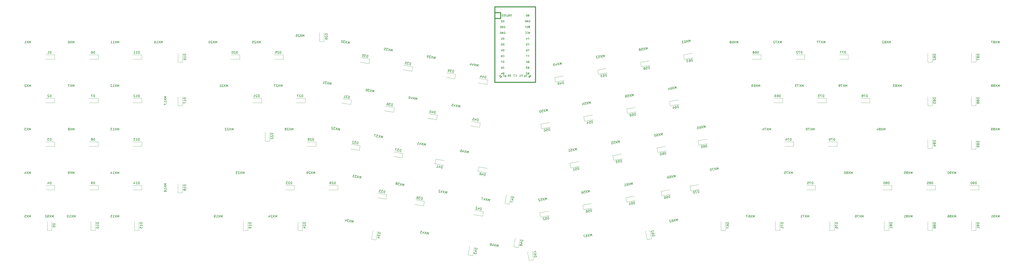
<source format=gbr>
%TF.GenerationSoftware,KiCad,Pcbnew,(5.1.10)-1*%
%TF.CreationDate,2021-07-24T19:46:28-07:00*%
%TF.ProjectId,V2,56322e6b-6963-4616-945f-706362585858,rev?*%
%TF.SameCoordinates,Original*%
%TF.FileFunction,Legend,Bot*%
%TF.FilePolarity,Positive*%
%FSLAX46Y46*%
G04 Gerber Fmt 4.6, Leading zero omitted, Abs format (unit mm)*
G04 Created by KiCad (PCBNEW (5.1.10)-1) date 2021-07-24 19:46:28*
%MOMM*%
%LPD*%
G01*
G04 APERTURE LIST*
%ADD10C,0.381000*%
%ADD11C,0.150000*%
%ADD12C,0.120000*%
G04 APERTURE END LIST*
D10*
%TO.C,U1*%
X206770000Y9900000D02*
X204230000Y9900000D01*
X222010000Y12440000D02*
X204230000Y12440000D01*
X204230000Y12440000D02*
X204230000Y-20580000D01*
X204230000Y-20580000D02*
X222010000Y-20580000D01*
X222010000Y-20580000D02*
X222010000Y12440000D01*
D11*
G36*
X218964635Y4010970D02*
G01*
X218964635Y3910970D01*
X219464635Y3910970D01*
X219464635Y4010970D01*
X218964635Y4010970D01*
G37*
X218964635Y4010970D02*
X218964635Y3910970D01*
X219464635Y3910970D01*
X219464635Y4010970D01*
X218964635Y4010970D01*
G36*
X218964635Y4010970D02*
G01*
X218964635Y3710970D01*
X219064635Y3710970D01*
X219064635Y4010970D01*
X218964635Y4010970D01*
G37*
X218964635Y4010970D02*
X218964635Y3710970D01*
X219064635Y3710970D01*
X219064635Y4010970D01*
X218964635Y4010970D01*
G36*
X218964635Y3410970D02*
G01*
X218964635Y3210970D01*
X219064635Y3210970D01*
X219064635Y3410970D01*
X218964635Y3410970D01*
G37*
X218964635Y3410970D02*
X218964635Y3210970D01*
X219064635Y3210970D01*
X219064635Y3410970D01*
X218964635Y3410970D01*
G36*
X219364635Y4010970D02*
G01*
X219364635Y3210970D01*
X219464635Y3210970D01*
X219464635Y4010970D01*
X219364635Y4010970D01*
G37*
X219364635Y4010970D02*
X219364635Y3210970D01*
X219464635Y3210970D01*
X219464635Y4010970D01*
X219364635Y4010970D01*
G36*
X219164635Y3610970D02*
G01*
X219164635Y3510970D01*
X219264635Y3510970D01*
X219264635Y3610970D01*
X219164635Y3610970D01*
G37*
X219164635Y3610970D02*
X219164635Y3510970D01*
X219264635Y3510970D01*
X219264635Y3610970D01*
X219164635Y3610970D01*
D10*
X206770000Y9900000D02*
X206770000Y7360000D01*
X206770000Y7360000D02*
X204230000Y7360000D01*
D12*
%TO.C,D91*%
X414590000Y-85460000D02*
X412590000Y-85460000D01*
X412590000Y-85460000D02*
X412590000Y-81560000D01*
X414590000Y-85460000D02*
X414590000Y-81560000D01*
%TO.C,D90*%
X415844546Y-65675000D02*
X415844546Y-67675000D01*
X415844546Y-67675000D02*
X411944546Y-67675000D01*
X415844546Y-65675000D02*
X411944546Y-65675000D01*
%TO.C,D89*%
X414594546Y-49875000D02*
X412594546Y-49875000D01*
X412594546Y-49875000D02*
X412594546Y-45975000D01*
X414594546Y-49875000D02*
X414594546Y-45975000D01*
%TO.C,D88*%
X414594546Y-30825000D02*
X412594546Y-30825000D01*
X412594546Y-30825000D02*
X412594546Y-26925000D01*
X414594546Y-30825000D02*
X414594546Y-26925000D01*
%TO.C,D87*%
X414594546Y-11775000D02*
X412594546Y-11775000D01*
X412594546Y-11775000D02*
X412594546Y-7875000D01*
X414594546Y-11775000D02*
X414594546Y-7875000D01*
%TO.C,D86*%
X395540000Y-85460000D02*
X393540000Y-85460000D01*
X393540000Y-85460000D02*
X393540000Y-81560000D01*
X395540000Y-85460000D02*
X395540000Y-81560000D01*
%TO.C,D85*%
X396794546Y-65675000D02*
X396794546Y-67675000D01*
X396794546Y-67675000D02*
X392894546Y-67675000D01*
X396794546Y-65675000D02*
X392894546Y-65675000D01*
%TO.C,D84*%
X395540000Y-49540000D02*
X393540000Y-49540000D01*
X393540000Y-49540000D02*
X393540000Y-45640000D01*
X395540000Y-49540000D02*
X395540000Y-45640000D01*
%TO.C,D83*%
X395540000Y-30810000D02*
X393540000Y-30810000D01*
X393540000Y-30810000D02*
X393540000Y-26910000D01*
X395540000Y-30810000D02*
X395540000Y-26910000D01*
%TO.C,D82*%
X395530000Y-11780000D02*
X393530000Y-11780000D01*
X393530000Y-11780000D02*
X393530000Y-7880000D01*
X395530000Y-11780000D02*
X395530000Y-7880000D01*
%TO.C,D81*%
X376490000Y-85430000D02*
X374490000Y-85430000D01*
X374490000Y-85430000D02*
X374490000Y-81530000D01*
X376490000Y-85430000D02*
X376490000Y-81530000D01*
%TO.C,D80*%
X377740000Y-65670000D02*
X377740000Y-67670000D01*
X377740000Y-67670000D02*
X373840000Y-67670000D01*
X377740000Y-65670000D02*
X373840000Y-65670000D01*
%TO.C,D79*%
X353932046Y-46625000D02*
X353932046Y-48625000D01*
X353932046Y-48625000D02*
X350032046Y-48625000D01*
X353932046Y-46625000D02*
X350032046Y-46625000D01*
%TO.C,D78*%
X368219546Y-27575000D02*
X368219546Y-29575000D01*
X368219546Y-29575000D02*
X364319546Y-29575000D01*
X368219546Y-27575000D02*
X364319546Y-27575000D01*
%TO.C,D77*%
X358694546Y-8525000D02*
X358694546Y-10525000D01*
X358694546Y-10525000D02*
X354794546Y-10525000D01*
X358694546Y-8525000D02*
X354794546Y-8525000D01*
%TO.C,D76*%
X352680000Y-85440000D02*
X350680000Y-85440000D01*
X350680000Y-85440000D02*
X350680000Y-81540000D01*
X352680000Y-85440000D02*
X352680000Y-81540000D01*
%TO.C,D75*%
X344407046Y-65675000D02*
X344407046Y-67675000D01*
X344407046Y-67675000D02*
X340507046Y-67675000D01*
X344407046Y-65675000D02*
X340507046Y-65675000D01*
%TO.C,D74*%
X334882046Y-46625000D02*
X334882046Y-48625000D01*
X334882046Y-48625000D02*
X330982046Y-48625000D01*
X334882046Y-46625000D02*
X330982046Y-46625000D01*
%TO.C,D73*%
X349169546Y-27575000D02*
X349169546Y-29575000D01*
X349169546Y-29575000D02*
X345269546Y-29575000D01*
X349169546Y-27575000D02*
X345269546Y-27575000D01*
%TO.C,D72*%
X339644546Y-8525000D02*
X339644546Y-10525000D01*
X339644546Y-10525000D02*
X335744546Y-10525000D01*
X339644546Y-8525000D02*
X335744546Y-8525000D01*
%TO.C,D71*%
X328860000Y-85440000D02*
X326860000Y-85440000D01*
X326860000Y-85440000D02*
X326860000Y-81540000D01*
X328860000Y-85440000D02*
X328860000Y-81540000D01*
%TO.C,D70*%
X289887831Y-68035516D02*
X289540534Y-66065901D01*
X289540534Y-66065901D02*
X293381285Y-65388673D01*
X289887831Y-68035516D02*
X293728581Y-67358288D01*
%TO.C,D69*%
X330119546Y-27575000D02*
X330119546Y-29575000D01*
X330119546Y-29575000D02*
X326219546Y-29575000D01*
X330119546Y-27575000D02*
X326219546Y-27575000D01*
%TO.C,D68*%
X320594546Y-8525000D02*
X320594546Y-10525000D01*
X320594546Y-10525000D02*
X316694546Y-10525000D01*
X320594546Y-8525000D02*
X316694546Y-8525000D01*
%TO.C,D67*%
X305060000Y-85440000D02*
X303060000Y-85440000D01*
X303060000Y-85440000D02*
X303060000Y-81540000D01*
X305060000Y-85440000D02*
X305060000Y-81540000D01*
%TO.C,D66*%
X277187831Y-70265516D02*
X276840534Y-68295901D01*
X276840534Y-68295901D02*
X280681285Y-67618673D01*
X277187831Y-70265516D02*
X281028581Y-69588288D01*
%TO.C,D65*%
X293337831Y-48075516D02*
X292990534Y-46105901D01*
X292990534Y-46105901D02*
X296831285Y-45428673D01*
X293337831Y-48075516D02*
X297178581Y-47398288D01*
%TO.C,D64*%
X280927831Y-30925516D02*
X280580534Y-28955901D01*
X280580534Y-28955901D02*
X284421285Y-28278673D01*
X280927831Y-30925516D02*
X284768581Y-30248288D01*
%TO.C,D63*%
X287007831Y-10515516D02*
X286660534Y-8545901D01*
X286660534Y-8545901D02*
X290501285Y-7868673D01*
X287007831Y-10515516D02*
X290848581Y-9838288D01*
%TO.C,D62*%
X272725516Y-89102169D02*
X270755901Y-89449466D01*
X270755901Y-89449466D02*
X270078673Y-85608715D01*
X272725516Y-89102169D02*
X272048288Y-85261419D01*
%TO.C,D61*%
X261767831Y-72985516D02*
X261420534Y-71015901D01*
X261420534Y-71015901D02*
X265261285Y-70338673D01*
X261767831Y-72985516D02*
X265608581Y-72308288D01*
%TO.C,D60*%
X275397831Y-51245516D02*
X275050534Y-49275901D01*
X275050534Y-49275901D02*
X278891285Y-48598673D01*
X275397831Y-51245516D02*
X279238581Y-50568288D01*
%TO.C,D59*%
X262167831Y-34235516D02*
X261820534Y-32265901D01*
X261820534Y-32265901D02*
X265661285Y-31588673D01*
X262167831Y-34235516D02*
X266008581Y-33558288D01*
%TO.C,D58*%
X268239538Y-13821551D02*
X267892241Y-11851936D01*
X267892241Y-11851936D02*
X271732992Y-11174708D01*
X268239538Y-13821551D02*
X272080288Y-13144323D01*
%TO.C,D57*%
X221135516Y-98232169D02*
X219165901Y-98579466D01*
X219165901Y-98579466D02*
X218488673Y-94738715D01*
X221135516Y-98232169D02*
X220458288Y-94391419D01*
%TO.C,D56*%
X242987430Y-76305807D02*
X242640133Y-74336192D01*
X242640133Y-74336192D02*
X246480884Y-73658964D01*
X242987430Y-76305807D02*
X246828180Y-75628579D01*
%TO.C,D55*%
X256094945Y-54650722D02*
X255747648Y-52681107D01*
X255747648Y-52681107D02*
X259588399Y-52003879D01*
X256094945Y-54650722D02*
X259935695Y-53973494D01*
%TO.C,D54*%
X243407831Y-37545516D02*
X243060534Y-35575901D01*
X243060534Y-35575901D02*
X246901285Y-34898673D01*
X243407831Y-37545516D02*
X247248581Y-36868288D01*
%TO.C,D53*%
X249477831Y-17125516D02*
X249130534Y-15155901D01*
X249130534Y-15155901D02*
X252971285Y-14478673D01*
X249477831Y-17125516D02*
X253318581Y-16448288D01*
%TO.C,D52*%
X224226843Y-79613804D02*
X223879546Y-77644189D01*
X223879546Y-77644189D02*
X227720297Y-76966961D01*
X224226843Y-79613804D02*
X228067593Y-78936576D01*
%TO.C,D51*%
X237334358Y-57958719D02*
X236987061Y-55989104D01*
X236987061Y-55989104D02*
X240827812Y-55311876D01*
X237334358Y-57958719D02*
X241175108Y-57281491D01*
%TO.C,D50*%
X224646067Y-40852131D02*
X224298770Y-38882516D01*
X224298770Y-38882516D02*
X228139521Y-38205288D01*
X224646067Y-40852131D02*
X228486817Y-40174903D01*
%TO.C,D49*%
X230718364Y-20437545D02*
X230371067Y-18467930D01*
X230371067Y-18467930D02*
X234211818Y-17790702D01*
X230718364Y-20437545D02*
X234559114Y-19760317D01*
%TO.C,D48*%
X214504131Y-92902547D02*
X212534516Y-92555250D01*
X212534516Y-92555250D02*
X213211744Y-88714500D01*
X214504131Y-92902547D02*
X215181359Y-89061796D01*
%TO.C,D47*%
X210584099Y-73919466D02*
X208614484Y-73572169D01*
X208614484Y-73572169D02*
X209291712Y-69731419D01*
X210584099Y-73919466D02*
X211261327Y-70078715D01*
%TO.C,D46*%
X196780534Y-59494099D02*
X197127831Y-57524484D01*
X197127831Y-57524484D02*
X200968581Y-58201712D01*
X196780534Y-59494099D02*
X200621285Y-60171327D01*
%TO.C,D45*%
X197839466Y-38305901D02*
X197492169Y-40275516D01*
X197492169Y-40275516D02*
X193651419Y-39598288D01*
X197839466Y-38305901D02*
X193998715Y-37628673D01*
%TO.C,D44*%
X201139466Y-19545901D02*
X200792169Y-21515516D01*
X200792169Y-21515516D02*
X196951419Y-20838288D01*
X201139466Y-19545901D02*
X197298715Y-18868673D01*
%TO.C,D43*%
X194534099Y-96469466D02*
X192564484Y-96122169D01*
X192564484Y-96122169D02*
X193241712Y-92281419D01*
X194534099Y-96469466D02*
X195211327Y-92628715D01*
%TO.C,D42*%
X199199466Y-77225901D02*
X198852169Y-79195516D01*
X198852169Y-79195516D02*
X195011419Y-78518288D01*
X199199466Y-77225901D02*
X195358715Y-76548673D01*
%TO.C,D41*%
X178020534Y-56184099D02*
X178367831Y-54214484D01*
X178367831Y-54214484D02*
X182208581Y-54891712D01*
X178020534Y-56184099D02*
X181861285Y-56861327D01*
%TO.C,D40*%
X179079466Y-34995901D02*
X178732169Y-36965516D01*
X178732169Y-36965516D02*
X174891419Y-36288288D01*
X179079466Y-34995901D02*
X175238715Y-34318673D01*
%TO.C,D39*%
X187069466Y-17055901D02*
X186722169Y-19025516D01*
X186722169Y-19025516D02*
X182881419Y-18348288D01*
X187069466Y-17055901D02*
X183228715Y-16378673D01*
%TO.C,D38*%
X173379466Y-72675901D02*
X173032169Y-74645516D01*
X173032169Y-74645516D02*
X169191419Y-73968288D01*
X173379466Y-72675901D02*
X169538715Y-71998673D01*
%TO.C,D37*%
X164039466Y-51685901D02*
X163692169Y-53655516D01*
X163692169Y-53655516D02*
X159851419Y-52978288D01*
X164039466Y-51685901D02*
X160198715Y-51008673D01*
%TO.C,D36*%
X160309466Y-31685901D02*
X159962169Y-33655516D01*
X159962169Y-33655516D02*
X156121419Y-32978288D01*
X160309466Y-31685901D02*
X156468715Y-31008673D01*
%TO.C,D35*%
X168309466Y-13755901D02*
X167962169Y-15725516D01*
X167962169Y-15725516D02*
X164121419Y-15048288D01*
X168309466Y-13755901D02*
X164468715Y-13078673D01*
%TO.C,D34*%
X152234099Y-89539466D02*
X150264484Y-89192169D01*
X150264484Y-89192169D02*
X150941712Y-85351419D01*
X152234099Y-89539466D02*
X152911327Y-85698715D01*
%TO.C,D33*%
X156979466Y-69775901D02*
X156632169Y-71745516D01*
X156632169Y-71745516D02*
X152791419Y-71068288D01*
X156979466Y-69775901D02*
X153138715Y-69098673D01*
%TO.C,D32*%
X145279466Y-48365901D02*
X144932169Y-50335516D01*
X144932169Y-50335516D02*
X141091419Y-49658288D01*
X145279466Y-48365901D02*
X141438715Y-47688673D01*
%TO.C,D31*%
X141549466Y-28365901D02*
X141202169Y-30335516D01*
X141202169Y-30335516D02*
X137361419Y-29658288D01*
X141549466Y-28365901D02*
X137708715Y-27688673D01*
%TO.C,D30*%
X149549466Y-10435901D02*
X149202169Y-12405516D01*
X149202169Y-12405516D02*
X145361419Y-11728288D01*
X149549466Y-10435901D02*
X145708715Y-9758673D01*
%TO.C,D29*%
X135600000Y-65675000D02*
X135600000Y-67675000D01*
X135600000Y-67675000D02*
X131700000Y-67675000D01*
X135600000Y-65675000D02*
X131700000Y-65675000D01*
%TO.C,D28*%
X126075000Y-46625000D02*
X126075000Y-48625000D01*
X126075000Y-48625000D02*
X122175000Y-48625000D01*
X126075000Y-46625000D02*
X122175000Y-46625000D01*
%TO.C,D27*%
X121312500Y-27575000D02*
X121312500Y-29575000D01*
X121312500Y-29575000D02*
X117412500Y-29575000D01*
X121312500Y-27575000D02*
X117412500Y-27575000D01*
%TO.C,D26*%
X129560000Y-2810000D02*
X127560000Y-2810000D01*
X127560000Y-2810000D02*
X127560000Y1090000D01*
X129560000Y-2810000D02*
X129560000Y1090000D01*
%TO.C,D25*%
X111787500Y-8525000D02*
X111787500Y-10525000D01*
X111787500Y-10525000D02*
X107887500Y-10525000D01*
X111787500Y-8525000D02*
X107887500Y-8525000D01*
%TO.C,D24*%
X120060000Y-85440000D02*
X118060000Y-85440000D01*
X118060000Y-85440000D02*
X118060000Y-81540000D01*
X120060000Y-85440000D02*
X120060000Y-81540000D01*
%TO.C,D23*%
X116550000Y-65670000D02*
X116550000Y-67670000D01*
X116550000Y-67670000D02*
X112650000Y-67670000D01*
X116550000Y-65670000D02*
X112650000Y-65670000D01*
%TO.C,D22*%
X105800000Y-46340000D02*
X103800000Y-46340000D01*
X103800000Y-46340000D02*
X103800000Y-42440000D01*
X105800000Y-46340000D02*
X105800000Y-42440000D01*
%TO.C,D21*%
X102270000Y-27580000D02*
X102270000Y-29580000D01*
X102270000Y-29580000D02*
X98370000Y-29580000D01*
X102270000Y-27580000D02*
X98370000Y-27580000D01*
%TO.C,D20*%
X92737500Y-8525000D02*
X92737500Y-10525000D01*
X92737500Y-10525000D02*
X88837500Y-10525000D01*
X92737500Y-8525000D02*
X88837500Y-8525000D01*
%TO.C,D19*%
X96250000Y-85420000D02*
X94250000Y-85420000D01*
X94250000Y-85420000D02*
X94250000Y-81520000D01*
X96250000Y-85420000D02*
X96250000Y-81520000D01*
%TO.C,D18*%
X67675000Y-68899600D02*
X65675000Y-68899600D01*
X65675000Y-68899600D02*
X65675000Y-64999600D01*
X67675000Y-68899600D02*
X67675000Y-64999600D01*
%TO.C,D17*%
X67675000Y-30774200D02*
X65675000Y-30774200D01*
X65675000Y-30774200D02*
X65675000Y-26874200D01*
X67675000Y-30774200D02*
X67675000Y-26874200D01*
%TO.C,D16*%
X67675000Y-11775000D02*
X65675000Y-11775000D01*
X65675000Y-11775000D02*
X65675000Y-7875000D01*
X67675000Y-11775000D02*
X67675000Y-7875000D01*
%TO.C,D15*%
X48630000Y-85440000D02*
X46630000Y-85440000D01*
X46630000Y-85440000D02*
X46630000Y-81540000D01*
X48630000Y-85440000D02*
X48630000Y-81540000D01*
%TO.C,D14*%
X49875000Y-65675000D02*
X49875000Y-67675000D01*
X49875000Y-67675000D02*
X45975000Y-67675000D01*
X49875000Y-65675000D02*
X45975000Y-65675000D01*
%TO.C,D13*%
X49875000Y-46625000D02*
X49875000Y-48625000D01*
X49875000Y-48625000D02*
X45975000Y-48625000D01*
X49875000Y-46625000D02*
X45975000Y-46625000D01*
%TO.C,D12*%
X49875000Y-27575000D02*
X49875000Y-29575000D01*
X49875000Y-29575000D02*
X45975000Y-29575000D01*
X49875000Y-27575000D02*
X45975000Y-27575000D01*
%TO.C,D11*%
X49875000Y-8525000D02*
X49875000Y-10525000D01*
X49875000Y-10525000D02*
X45975000Y-10525000D01*
X49875000Y-8525000D02*
X45975000Y-8525000D01*
%TO.C,D10*%
X29575000Y-85450000D02*
X27575000Y-85450000D01*
X27575000Y-85450000D02*
X27575000Y-81550000D01*
X29575000Y-85450000D02*
X29575000Y-81550000D01*
%TO.C,D9*%
X30825000Y-65675000D02*
X30825000Y-67675000D01*
X30825000Y-67675000D02*
X26925000Y-67675000D01*
X30825000Y-65675000D02*
X26925000Y-65675000D01*
%TO.C,D8*%
X30825000Y-46625000D02*
X30825000Y-48625000D01*
X30825000Y-48625000D02*
X26925000Y-48625000D01*
X30825000Y-46625000D02*
X26925000Y-46625000D01*
%TO.C,D7*%
X30825000Y-27575000D02*
X30825000Y-29575000D01*
X30825000Y-29575000D02*
X26925000Y-29575000D01*
X30825000Y-27575000D02*
X26925000Y-27575000D01*
%TO.C,D6*%
X30825000Y-8525000D02*
X30825000Y-10525000D01*
X30825000Y-10525000D02*
X26925000Y-10525000D01*
X30825000Y-8525000D02*
X26925000Y-8525000D01*
%TO.C,D5*%
X10525000Y-85450000D02*
X8525000Y-85450000D01*
X8525000Y-85450000D02*
X8525000Y-81550000D01*
X10525000Y-85450000D02*
X10525000Y-81550000D01*
%TO.C,D4*%
X11775000Y-65675000D02*
X11775000Y-67675000D01*
X11775000Y-67675000D02*
X7875000Y-67675000D01*
X11775000Y-65675000D02*
X7875000Y-65675000D01*
%TO.C,D3*%
X11775000Y-46625000D02*
X11775000Y-48625000D01*
X11775000Y-48625000D02*
X7875000Y-48625000D01*
X11775000Y-46625000D02*
X7875000Y-46625000D01*
%TO.C,D2*%
X11775000Y-27575000D02*
X11775000Y-29575000D01*
X11775000Y-29575000D02*
X7875000Y-29575000D01*
X11775000Y-27575000D02*
X7875000Y-27575000D01*
%TO.C,D1*%
X11775000Y-8525000D02*
X11775000Y-10525000D01*
X11775000Y-10525000D02*
X7875000Y-10525000D01*
X11775000Y-8525000D02*
X7875000Y-8525000D01*
%TO.C,MX92*%
D11*
X11286904Y-79700380D02*
X11286904Y-78700380D01*
X10953571Y-79414666D01*
X10620238Y-78700380D01*
X10620238Y-79700380D01*
X10239285Y-78700380D02*
X9572619Y-79700380D01*
X9572619Y-78700380D02*
X10239285Y-79700380D01*
X9144047Y-79700380D02*
X8953571Y-79700380D01*
X8858333Y-79652761D01*
X8810714Y-79605142D01*
X8715476Y-79462285D01*
X8667857Y-79271809D01*
X8667857Y-78890857D01*
X8715476Y-78795619D01*
X8763095Y-78748000D01*
X8858333Y-78700380D01*
X9048809Y-78700380D01*
X9144047Y-78748000D01*
X9191666Y-78795619D01*
X9239285Y-78890857D01*
X9239285Y-79128952D01*
X9191666Y-79224190D01*
X9144047Y-79271809D01*
X9048809Y-79319428D01*
X8858333Y-79319428D01*
X8763095Y-79271809D01*
X8715476Y-79224190D01*
X8667857Y-79128952D01*
X8286904Y-78795619D02*
X8239285Y-78748000D01*
X8144047Y-78700380D01*
X7905952Y-78700380D01*
X7810714Y-78748000D01*
X7763095Y-78795619D01*
X7715476Y-78890857D01*
X7715476Y-78986095D01*
X7763095Y-79128952D01*
X8334523Y-79700380D01*
X7715476Y-79700380D01*
%TO.C,MX53*%
X252210094Y-9514989D02*
X252036446Y-8530181D01*
X251832211Y-9291498D01*
X251379907Y-8645947D01*
X251553556Y-9630755D01*
X251004743Y-8712099D02*
X250521852Y-9812672D01*
X250348204Y-8827864D02*
X251178391Y-9696906D01*
X249504083Y-8976705D02*
X249973039Y-8894016D01*
X250102624Y-9354703D01*
X250047460Y-9316076D01*
X249945400Y-9285719D01*
X249710922Y-9327063D01*
X249625399Y-9390497D01*
X249586773Y-9445661D01*
X249556415Y-9547722D01*
X249597760Y-9782200D01*
X249661193Y-9867722D01*
X249716358Y-9906349D01*
X249818418Y-9936706D01*
X250052896Y-9895361D01*
X250138418Y-9831928D01*
X250177045Y-9776763D01*
X249128918Y-9042857D02*
X248519275Y-9150354D01*
X248913696Y-9467636D01*
X248773009Y-9492443D01*
X248687487Y-9555876D01*
X248648861Y-9611041D01*
X248618503Y-9713101D01*
X248659848Y-9947579D01*
X248723281Y-10033101D01*
X248778446Y-10071728D01*
X248880506Y-10102085D01*
X249161880Y-10052472D01*
X249247402Y-9989038D01*
X249286029Y-9933874D01*
%TO.C,U1*%
X208249476Y5728095D02*
X208249476Y6528095D01*
X208059000Y6528095D01*
X207944714Y6490000D01*
X207868523Y6413809D01*
X207830428Y6337619D01*
X207792333Y6185238D01*
X207792333Y6070952D01*
X207830428Y5918571D01*
X207868523Y5842380D01*
X207944714Y5766190D01*
X208059000Y5728095D01*
X208249476Y5728095D01*
X207487571Y6451904D02*
X207449476Y6490000D01*
X207373285Y6528095D01*
X207182809Y6528095D01*
X207106619Y6490000D01*
X207068523Y6451904D01*
X207030428Y6375714D01*
X207030428Y6299523D01*
X207068523Y6185238D01*
X207525666Y5728095D01*
X207030428Y5728095D01*
X208249476Y-4431904D02*
X208249476Y-3631904D01*
X208059000Y-3631904D01*
X207944714Y-3670000D01*
X207868523Y-3746190D01*
X207830428Y-3822380D01*
X207792333Y-3974761D01*
X207792333Y-4089047D01*
X207830428Y-4241428D01*
X207868523Y-4317619D01*
X207944714Y-4393809D01*
X208059000Y-4431904D01*
X208249476Y-4431904D01*
X207297095Y-3631904D02*
X207220904Y-3631904D01*
X207144714Y-3670000D01*
X207106619Y-3708095D01*
X207068523Y-3784285D01*
X207030428Y-3936666D01*
X207030428Y-4127142D01*
X207068523Y-4279523D01*
X207106619Y-4355714D01*
X207144714Y-4393809D01*
X207220904Y-4431904D01*
X207297095Y-4431904D01*
X207373285Y-4393809D01*
X207411380Y-4355714D01*
X207449476Y-4279523D01*
X207487571Y-4127142D01*
X207487571Y-3936666D01*
X207449476Y-3784285D01*
X207411380Y-3708095D01*
X207373285Y-3670000D01*
X207297095Y-3631904D01*
X208249476Y-1891904D02*
X208249476Y-1091904D01*
X208059000Y-1091904D01*
X207944714Y-1130000D01*
X207868523Y-1206190D01*
X207830428Y-1282380D01*
X207792333Y-1434761D01*
X207792333Y-1549047D01*
X207830428Y-1701428D01*
X207868523Y-1777619D01*
X207944714Y-1853809D01*
X208059000Y-1891904D01*
X208249476Y-1891904D01*
X207030428Y-1891904D02*
X207487571Y-1891904D01*
X207259000Y-1891904D02*
X207259000Y-1091904D01*
X207335190Y-1206190D01*
X207411380Y-1282380D01*
X207487571Y-1320476D01*
X208268523Y1410000D02*
X208344714Y1448095D01*
X208459000Y1448095D01*
X208573285Y1410000D01*
X208649476Y1333809D01*
X208687571Y1257619D01*
X208725666Y1105238D01*
X208725666Y990952D01*
X208687571Y838571D01*
X208649476Y762380D01*
X208573285Y686190D01*
X208459000Y648095D01*
X208382809Y648095D01*
X208268523Y686190D01*
X208230428Y724285D01*
X208230428Y990952D01*
X208382809Y990952D01*
X207887571Y648095D02*
X207887571Y1448095D01*
X207430428Y648095D01*
X207430428Y1448095D01*
X207049476Y648095D02*
X207049476Y1448095D01*
X206859000Y1448095D01*
X206744714Y1410000D01*
X206668523Y1333809D01*
X206630428Y1257619D01*
X206592333Y1105238D01*
X206592333Y990952D01*
X206630428Y838571D01*
X206668523Y762380D01*
X206744714Y686190D01*
X206859000Y648095D01*
X207049476Y648095D01*
X208268523Y3950000D02*
X208344714Y3988095D01*
X208459000Y3988095D01*
X208573285Y3950000D01*
X208649476Y3873809D01*
X208687571Y3797619D01*
X208725666Y3645238D01*
X208725666Y3530952D01*
X208687571Y3378571D01*
X208649476Y3302380D01*
X208573285Y3226190D01*
X208459000Y3188095D01*
X208382809Y3188095D01*
X208268523Y3226190D01*
X208230428Y3264285D01*
X208230428Y3530952D01*
X208382809Y3530952D01*
X207887571Y3188095D02*
X207887571Y3988095D01*
X207430428Y3188095D01*
X207430428Y3988095D01*
X207049476Y3188095D02*
X207049476Y3988095D01*
X206859000Y3988095D01*
X206744714Y3950000D01*
X206668523Y3873809D01*
X206630428Y3797619D01*
X206592333Y3645238D01*
X206592333Y3530952D01*
X206630428Y3378571D01*
X206668523Y3302380D01*
X206744714Y3226190D01*
X206859000Y3188095D01*
X207049476Y3188095D01*
X208249476Y-6971904D02*
X208249476Y-6171904D01*
X208059000Y-6171904D01*
X207944714Y-6210000D01*
X207868523Y-6286190D01*
X207830428Y-6362380D01*
X207792333Y-6514761D01*
X207792333Y-6629047D01*
X207830428Y-6781428D01*
X207868523Y-6857619D01*
X207944714Y-6933809D01*
X208059000Y-6971904D01*
X208249476Y-6971904D01*
X207106619Y-6438571D02*
X207106619Y-6971904D01*
X207297095Y-6133809D02*
X207487571Y-6705238D01*
X206992333Y-6705238D01*
X207792333Y-9435714D02*
X207830428Y-9473809D01*
X207944714Y-9511904D01*
X208020904Y-9511904D01*
X208135190Y-9473809D01*
X208211380Y-9397619D01*
X208249476Y-9321428D01*
X208287571Y-9169047D01*
X208287571Y-9054761D01*
X208249476Y-8902380D01*
X208211380Y-8826190D01*
X208135190Y-8750000D01*
X208020904Y-8711904D01*
X207944714Y-8711904D01*
X207830428Y-8750000D01*
X207792333Y-8788095D01*
X207106619Y-8711904D02*
X207259000Y-8711904D01*
X207335190Y-8750000D01*
X207373285Y-8788095D01*
X207449476Y-8902380D01*
X207487571Y-9054761D01*
X207487571Y-9359523D01*
X207449476Y-9435714D01*
X207411380Y-9473809D01*
X207335190Y-9511904D01*
X207182809Y-9511904D01*
X207106619Y-9473809D01*
X207068523Y-9435714D01*
X207030428Y-9359523D01*
X207030428Y-9169047D01*
X207068523Y-9092857D01*
X207106619Y-9054761D01*
X207182809Y-9016666D01*
X207335190Y-9016666D01*
X207411380Y-9054761D01*
X207449476Y-9092857D01*
X207487571Y-9169047D01*
X208249476Y-12051904D02*
X208249476Y-11251904D01*
X208059000Y-11251904D01*
X207944714Y-11290000D01*
X207868523Y-11366190D01*
X207830428Y-11442380D01*
X207792333Y-11594761D01*
X207792333Y-11709047D01*
X207830428Y-11861428D01*
X207868523Y-11937619D01*
X207944714Y-12013809D01*
X208059000Y-12051904D01*
X208249476Y-12051904D01*
X207525666Y-11251904D02*
X206992333Y-11251904D01*
X207335190Y-12051904D01*
X208211380Y-14172857D02*
X207944714Y-14172857D01*
X207830428Y-14591904D02*
X208211380Y-14591904D01*
X208211380Y-13791904D01*
X207830428Y-13791904D01*
X207144714Y-13791904D02*
X207297095Y-13791904D01*
X207373285Y-13830000D01*
X207411380Y-13868095D01*
X207487571Y-13982380D01*
X207525666Y-14134761D01*
X207525666Y-14439523D01*
X207487571Y-14515714D01*
X207449476Y-14553809D01*
X207373285Y-14591904D01*
X207220904Y-14591904D01*
X207144714Y-14553809D01*
X207106619Y-14515714D01*
X207068523Y-14439523D01*
X207068523Y-14249047D01*
X207106619Y-14172857D01*
X207144714Y-14134761D01*
X207220904Y-14096666D01*
X207373285Y-14096666D01*
X207449476Y-14134761D01*
X207487571Y-14172857D01*
X207525666Y-14249047D01*
X207982809Y-16712857D02*
X207868523Y-16750952D01*
X207830428Y-16789047D01*
X207792333Y-16865238D01*
X207792333Y-16979523D01*
X207830428Y-17055714D01*
X207868523Y-17093809D01*
X207944714Y-17131904D01*
X208249476Y-17131904D01*
X208249476Y-16331904D01*
X207982809Y-16331904D01*
X207906619Y-16370000D01*
X207868523Y-16408095D01*
X207830428Y-16484285D01*
X207830428Y-16560476D01*
X207868523Y-16636666D01*
X207906619Y-16674761D01*
X207982809Y-16712857D01*
X208249476Y-16712857D01*
X207106619Y-16598571D02*
X207106619Y-17131904D01*
X207297095Y-16293809D02*
X207487571Y-16865238D01*
X206992333Y-16865238D01*
X206955702Y-18204991D02*
X206861421Y-18157851D01*
X206814280Y-18157851D01*
X206743570Y-18181421D01*
X206672859Y-18252132D01*
X206649289Y-18322842D01*
X206649289Y-18369983D01*
X206672859Y-18440693D01*
X206861421Y-18629255D01*
X207356396Y-18134280D01*
X207191404Y-17969289D01*
X207120693Y-17945719D01*
X207073553Y-17945719D01*
X207002842Y-17969289D01*
X206955702Y-18016429D01*
X206932132Y-18087140D01*
X206932132Y-18134280D01*
X206955702Y-18204991D01*
X207120693Y-18369983D01*
X206625719Y-17403603D02*
X206861421Y-17639306D01*
X206649289Y-17898578D01*
X206649289Y-17851438D01*
X206625719Y-17780727D01*
X206507867Y-17662876D01*
X206437157Y-17639306D01*
X206390016Y-17639306D01*
X206319306Y-17662876D01*
X206201455Y-17780727D01*
X206177884Y-17851438D01*
X206177884Y-17898578D01*
X206201455Y-17969289D01*
X206319306Y-18087140D01*
X206390016Y-18110710D01*
X206437157Y-18110710D01*
X218904809Y-14172857D02*
X218790523Y-14210952D01*
X218752428Y-14249047D01*
X218714333Y-14325238D01*
X218714333Y-14439523D01*
X218752428Y-14515714D01*
X218790523Y-14553809D01*
X218866714Y-14591904D01*
X219171476Y-14591904D01*
X219171476Y-13791904D01*
X218904809Y-13791904D01*
X218828619Y-13830000D01*
X218790523Y-13868095D01*
X218752428Y-13944285D01*
X218752428Y-14020476D01*
X218790523Y-14096666D01*
X218828619Y-14134761D01*
X218904809Y-14172857D01*
X219171476Y-14172857D01*
X218447666Y-13791904D02*
X217952428Y-13791904D01*
X218219095Y-14096666D01*
X218104809Y-14096666D01*
X218028619Y-14134761D01*
X217990523Y-14172857D01*
X217952428Y-14249047D01*
X217952428Y-14439523D01*
X217990523Y-14515714D01*
X218028619Y-14553809D01*
X218104809Y-14591904D01*
X218333380Y-14591904D01*
X218409571Y-14553809D01*
X218447666Y-14515714D01*
X218904809Y-11632857D02*
X218790523Y-11670952D01*
X218752428Y-11709047D01*
X218714333Y-11785238D01*
X218714333Y-11899523D01*
X218752428Y-11975714D01*
X218790523Y-12013809D01*
X218866714Y-12051904D01*
X219171476Y-12051904D01*
X219171476Y-11251904D01*
X218904809Y-11251904D01*
X218828619Y-11290000D01*
X218790523Y-11328095D01*
X218752428Y-11404285D01*
X218752428Y-11480476D01*
X218790523Y-11556666D01*
X218828619Y-11594761D01*
X218904809Y-11632857D01*
X219171476Y-11632857D01*
X217952428Y-12051904D02*
X218409571Y-12051904D01*
X218181000Y-12051904D02*
X218181000Y-11251904D01*
X218257190Y-11366190D01*
X218333380Y-11442380D01*
X218409571Y-11480476D01*
X218847666Y-1472857D02*
X219114333Y-1472857D01*
X219114333Y-1891904D02*
X219114333Y-1091904D01*
X218733380Y-1091904D01*
X218085761Y-1358571D02*
X218085761Y-1891904D01*
X218276238Y-1053809D02*
X218466714Y-1625238D01*
X217971476Y-1625238D01*
X219647666Y1448095D02*
X219381000Y648095D01*
X219114333Y1448095D01*
X218390523Y724285D02*
X218428619Y686190D01*
X218542904Y648095D01*
X218619095Y648095D01*
X218733380Y686190D01*
X218809571Y762380D01*
X218847666Y838571D01*
X218885761Y990952D01*
X218885761Y1105238D01*
X218847666Y1257619D01*
X218809571Y1333809D01*
X218733380Y1410000D01*
X218619095Y1448095D01*
X218542904Y1448095D01*
X218428619Y1410000D01*
X218390523Y1371904D01*
X217590523Y724285D02*
X217628619Y686190D01*
X217742904Y648095D01*
X217819095Y648095D01*
X217933380Y686190D01*
X218009571Y762380D01*
X218047666Y838571D01*
X218085761Y990952D01*
X218085761Y1105238D01*
X218047666Y1257619D01*
X218009571Y1333809D01*
X217933380Y1410000D01*
X217819095Y1448095D01*
X217742904Y1448095D01*
X217628619Y1410000D01*
X217590523Y1371904D01*
X219190523Y6490000D02*
X219266714Y6528095D01*
X219381000Y6528095D01*
X219495285Y6490000D01*
X219571476Y6413809D01*
X219609571Y6337619D01*
X219647666Y6185238D01*
X219647666Y6070952D01*
X219609571Y5918571D01*
X219571476Y5842380D01*
X219495285Y5766190D01*
X219381000Y5728095D01*
X219304809Y5728095D01*
X219190523Y5766190D01*
X219152428Y5804285D01*
X219152428Y6070952D01*
X219304809Y6070952D01*
X218809571Y5728095D02*
X218809571Y6528095D01*
X218352428Y5728095D01*
X218352428Y6528095D01*
X217971476Y5728095D02*
X217971476Y6528095D01*
X217781000Y6528095D01*
X217666714Y6490000D01*
X217590523Y6413809D01*
X217552428Y6337619D01*
X217514333Y6185238D01*
X217514333Y6070952D01*
X217552428Y5918571D01*
X217590523Y5842380D01*
X217666714Y5766190D01*
X217781000Y5728095D01*
X217971476Y5728095D01*
X218904809Y8687142D02*
X218790523Y8649047D01*
X218752428Y8610952D01*
X218714333Y8534761D01*
X218714333Y8420476D01*
X218752428Y8344285D01*
X218790523Y8306190D01*
X218866714Y8268095D01*
X219171476Y8268095D01*
X219171476Y9068095D01*
X218904809Y9068095D01*
X218828619Y9030000D01*
X218790523Y8991904D01*
X218752428Y8915714D01*
X218752428Y8839523D01*
X218790523Y8763333D01*
X218828619Y8725238D01*
X218904809Y8687142D01*
X219171476Y8687142D01*
X218219095Y9068095D02*
X218142904Y9068095D01*
X218066714Y9030000D01*
X218028619Y8991904D01*
X217990523Y8915714D01*
X217952428Y8763333D01*
X217952428Y8572857D01*
X217990523Y8420476D01*
X218028619Y8344285D01*
X218066714Y8306190D01*
X218142904Y8268095D01*
X218219095Y8268095D01*
X218295285Y8306190D01*
X218333380Y8344285D01*
X218371476Y8420476D01*
X218409571Y8572857D01*
X218409571Y8763333D01*
X218371476Y8915714D01*
X218333380Y8991904D01*
X218295285Y9030000D01*
X218219095Y9068095D01*
X218847666Y-4012857D02*
X219114333Y-4012857D01*
X219114333Y-4431904D02*
X219114333Y-3631904D01*
X218733380Y-3631904D01*
X218047666Y-3631904D02*
X218428619Y-3631904D01*
X218466714Y-4012857D01*
X218428619Y-3974761D01*
X218352428Y-3936666D01*
X218161952Y-3936666D01*
X218085761Y-3974761D01*
X218047666Y-4012857D01*
X218009571Y-4089047D01*
X218009571Y-4279523D01*
X218047666Y-4355714D01*
X218085761Y-4393809D01*
X218161952Y-4431904D01*
X218352428Y-4431904D01*
X218428619Y-4393809D01*
X218466714Y-4355714D01*
X218847666Y-6552857D02*
X219114333Y-6552857D01*
X219114333Y-6971904D02*
X219114333Y-6171904D01*
X218733380Y-6171904D01*
X218085761Y-6171904D02*
X218238142Y-6171904D01*
X218314333Y-6210000D01*
X218352428Y-6248095D01*
X218428619Y-6362380D01*
X218466714Y-6514761D01*
X218466714Y-6819523D01*
X218428619Y-6895714D01*
X218390523Y-6933809D01*
X218314333Y-6971904D01*
X218161952Y-6971904D01*
X218085761Y-6933809D01*
X218047666Y-6895714D01*
X218009571Y-6819523D01*
X218009571Y-6629047D01*
X218047666Y-6552857D01*
X218085761Y-6514761D01*
X218161952Y-6476666D01*
X218314333Y-6476666D01*
X218390523Y-6514761D01*
X218428619Y-6552857D01*
X218466714Y-6629047D01*
X218847666Y-9092857D02*
X219114333Y-9092857D01*
X219114333Y-9511904D02*
X219114333Y-8711904D01*
X218733380Y-8711904D01*
X218504809Y-8711904D02*
X217971476Y-8711904D01*
X218314333Y-9511904D01*
X218904809Y-16712857D02*
X218790523Y-16750952D01*
X218752428Y-16789047D01*
X218714333Y-16865238D01*
X218714333Y-16979523D01*
X218752428Y-17055714D01*
X218790523Y-17093809D01*
X218866714Y-17131904D01*
X219171476Y-17131904D01*
X219171476Y-16331904D01*
X218904809Y-16331904D01*
X218828619Y-16370000D01*
X218790523Y-16408095D01*
X218752428Y-16484285D01*
X218752428Y-16560476D01*
X218790523Y-16636666D01*
X218828619Y-16674761D01*
X218904809Y-16712857D01*
X219171476Y-16712857D01*
X218409571Y-16408095D02*
X218371476Y-16370000D01*
X218295285Y-16331904D01*
X218104809Y-16331904D01*
X218028619Y-16370000D01*
X217990523Y-16408095D01*
X217952428Y-16484285D01*
X217952428Y-16560476D01*
X217990523Y-16674761D01*
X218447666Y-17131904D01*
X217952428Y-17131904D01*
X211738604Y9068095D02*
X211281461Y9068095D01*
X211510032Y8268095D02*
X211510032Y9068095D01*
X211090985Y9068095D02*
X210557651Y8268095D01*
X210557651Y9068095D02*
X211090985Y8268095D01*
X210100508Y9068095D02*
X210024318Y9068095D01*
X209948128Y9030000D01*
X209910032Y8991904D01*
X209871937Y8915714D01*
X209833842Y8763333D01*
X209833842Y8572857D01*
X209871937Y8420476D01*
X209910032Y8344285D01*
X209948128Y8306190D01*
X210024318Y8268095D01*
X210100508Y8268095D01*
X210176699Y8306190D01*
X210214794Y8344285D01*
X210252889Y8420476D01*
X210290985Y8572857D01*
X210290985Y8763333D01*
X210252889Y8915714D01*
X210214794Y8991904D01*
X210176699Y9030000D01*
X210100508Y9068095D01*
X208919556Y9106190D02*
X209605270Y8077619D01*
X208652889Y8268095D02*
X208652889Y9068095D01*
X208462413Y9068095D01*
X208348128Y9030000D01*
X208271937Y8953809D01*
X208233842Y8877619D01*
X208195747Y8725238D01*
X208195747Y8610952D01*
X208233842Y8458571D01*
X208271937Y8382380D01*
X208348128Y8306190D01*
X208462413Y8268095D01*
X208652889Y8268095D01*
X207929080Y9068095D02*
X207433842Y9068095D01*
X207700508Y8763333D01*
X207586223Y8763333D01*
X207510032Y8725238D01*
X207471937Y8687142D01*
X207433842Y8610952D01*
X207433842Y8420476D01*
X207471937Y8344285D01*
X207510032Y8306190D01*
X207586223Y8268095D01*
X207814794Y8268095D01*
X207890985Y8306190D01*
X207929080Y8344285D01*
X218693333Y3246190D02*
X218579047Y3208095D01*
X218388571Y3208095D01*
X218312380Y3246190D01*
X218274285Y3284285D01*
X218236190Y3360476D01*
X218236190Y3436666D01*
X218274285Y3512857D01*
X218312380Y3550952D01*
X218388571Y3589047D01*
X218540952Y3627142D01*
X218617142Y3665238D01*
X218655238Y3703333D01*
X218693333Y3779523D01*
X218693333Y3855714D01*
X218655238Y3931904D01*
X218617142Y3970000D01*
X218540952Y4008095D01*
X218350476Y4008095D01*
X218236190Y3970000D01*
X218007619Y4008095D02*
X217550476Y4008095D01*
X217779047Y3208095D02*
X217779047Y4008095D01*
X208903333Y-17890000D02*
X208803333Y-17923333D01*
X208770000Y-17956666D01*
X208736666Y-18023333D01*
X208736666Y-18123333D01*
X208770000Y-18190000D01*
X208803333Y-18223333D01*
X208870000Y-18256666D01*
X209136666Y-18256666D01*
X209136666Y-17556666D01*
X208903333Y-17556666D01*
X208836666Y-17590000D01*
X208803333Y-17623333D01*
X208770000Y-17690000D01*
X208770000Y-17756666D01*
X208803333Y-17823333D01*
X208836666Y-17856666D01*
X208903333Y-17890000D01*
X209136666Y-17890000D01*
X208503333Y-17556666D02*
X208036666Y-17556666D01*
X208336666Y-18256666D01*
X217853333Y-17890000D02*
X218086666Y-17890000D01*
X218086666Y-18256666D02*
X218086666Y-17556666D01*
X217753333Y-17556666D01*
X217353333Y-17556666D02*
X217286666Y-17556666D01*
X217220000Y-17590000D01*
X217186666Y-17623333D01*
X217153333Y-17690000D01*
X217120000Y-17823333D01*
X217120000Y-17990000D01*
X217153333Y-18123333D01*
X217186666Y-18190000D01*
X217220000Y-18223333D01*
X217286666Y-18256666D01*
X217353333Y-18256666D01*
X217420000Y-18223333D01*
X217453333Y-18190000D01*
X217486666Y-18123333D01*
X217520000Y-17990000D01*
X217520000Y-17823333D01*
X217486666Y-17690000D01*
X217453333Y-17623333D01*
X217420000Y-17590000D01*
X217353333Y-17556666D01*
X219684991Y-17804297D02*
X219637851Y-17898578D01*
X219637851Y-17945719D01*
X219661421Y-18016429D01*
X219732132Y-18087140D01*
X219802842Y-18110710D01*
X219849983Y-18110710D01*
X219920693Y-18087140D01*
X220109255Y-17898578D01*
X219614280Y-17403603D01*
X219449289Y-17568595D01*
X219425719Y-17639306D01*
X219425719Y-17686446D01*
X219449289Y-17757157D01*
X219496429Y-17804297D01*
X219567140Y-17827867D01*
X219614280Y-17827867D01*
X219684991Y-17804297D01*
X219849983Y-17639306D01*
X218907174Y-18110710D02*
X219001455Y-18016429D01*
X219072165Y-17992859D01*
X219119306Y-17992859D01*
X219237157Y-18016429D01*
X219355008Y-18087140D01*
X219543570Y-18275702D01*
X219567140Y-18346412D01*
X219567140Y-18393553D01*
X219543570Y-18464264D01*
X219449289Y-18558544D01*
X219378578Y-18582115D01*
X219331438Y-18582115D01*
X219260727Y-18558544D01*
X219142876Y-18440693D01*
X219119306Y-18369983D01*
X219119306Y-18322842D01*
X219142876Y-18252132D01*
X219237157Y-18157851D01*
X219307867Y-18134280D01*
X219355008Y-18134280D01*
X219425719Y-18157851D01*
X213253333Y-18025714D02*
X213291428Y-18063809D01*
X213405714Y-18101904D01*
X213481904Y-18101904D01*
X213596190Y-18063809D01*
X213672380Y-17987619D01*
X213710476Y-17911428D01*
X213748571Y-17759047D01*
X213748571Y-17644761D01*
X213710476Y-17492380D01*
X213672380Y-17416190D01*
X213596190Y-17340000D01*
X213481904Y-17301904D01*
X213405714Y-17301904D01*
X213291428Y-17340000D01*
X213253333Y-17378095D01*
X212986666Y-17301904D02*
X212453333Y-17301904D01*
X212796190Y-18101904D01*
X215926666Y-17682857D02*
X216193333Y-17682857D01*
X216193333Y-18101904D02*
X216193333Y-17301904D01*
X215812380Y-17301904D01*
X215088571Y-18101904D02*
X215545714Y-18101904D01*
X215317142Y-18101904D02*
X215317142Y-17301904D01*
X215393333Y-17416190D01*
X215469523Y-17492380D01*
X215545714Y-17530476D01*
X211170476Y-18101904D02*
X211170476Y-17301904D01*
X210980000Y-17301904D01*
X210865714Y-17340000D01*
X210789523Y-17416190D01*
X210751428Y-17492380D01*
X210713333Y-17644761D01*
X210713333Y-17759047D01*
X210751428Y-17911428D01*
X210789523Y-17987619D01*
X210865714Y-18063809D01*
X210980000Y-18101904D01*
X211170476Y-18101904D01*
X209989523Y-17301904D02*
X210370476Y-17301904D01*
X210408571Y-17682857D01*
X210370476Y-17644761D01*
X210294285Y-17606666D01*
X210103809Y-17606666D01*
X210027619Y-17644761D01*
X209989523Y-17682857D01*
X209951428Y-17759047D01*
X209951428Y-17949523D01*
X209989523Y-18025714D01*
X210027619Y-18063809D01*
X210103809Y-18101904D01*
X210294285Y-18101904D01*
X210370476Y-18063809D01*
X210408571Y-18025714D01*
%TO.C,MX91*%
X424881450Y-79700380D02*
X424881450Y-78700380D01*
X424548117Y-79414666D01*
X424214784Y-78700380D01*
X424214784Y-79700380D01*
X423833831Y-78700380D02*
X423167165Y-79700380D01*
X423167165Y-78700380D02*
X423833831Y-79700380D01*
X422738593Y-79700380D02*
X422548117Y-79700380D01*
X422452879Y-79652761D01*
X422405260Y-79605142D01*
X422310022Y-79462285D01*
X422262403Y-79271809D01*
X422262403Y-78890857D01*
X422310022Y-78795619D01*
X422357641Y-78748000D01*
X422452879Y-78700380D01*
X422643355Y-78700380D01*
X422738593Y-78748000D01*
X422786212Y-78795619D01*
X422833831Y-78890857D01*
X422833831Y-79128952D01*
X422786212Y-79224190D01*
X422738593Y-79271809D01*
X422643355Y-79319428D01*
X422452879Y-79319428D01*
X422357641Y-79271809D01*
X422310022Y-79224190D01*
X422262403Y-79128952D01*
X421310022Y-79700380D02*
X421881450Y-79700380D01*
X421595736Y-79700380D02*
X421595736Y-78700380D01*
X421690974Y-78843238D01*
X421786212Y-78938476D01*
X421881450Y-78986095D01*
%TO.C,MX90*%
X405831450Y-60650380D02*
X405831450Y-59650380D01*
X405498117Y-60364666D01*
X405164784Y-59650380D01*
X405164784Y-60650380D01*
X404783831Y-59650380D02*
X404117165Y-60650380D01*
X404117165Y-59650380D02*
X404783831Y-60650380D01*
X403688593Y-60650380D02*
X403498117Y-60650380D01*
X403402879Y-60602761D01*
X403355260Y-60555142D01*
X403260022Y-60412285D01*
X403212403Y-60221809D01*
X403212403Y-59840857D01*
X403260022Y-59745619D01*
X403307641Y-59698000D01*
X403402879Y-59650380D01*
X403593355Y-59650380D01*
X403688593Y-59698000D01*
X403736212Y-59745619D01*
X403783831Y-59840857D01*
X403783831Y-60078952D01*
X403736212Y-60174190D01*
X403688593Y-60221809D01*
X403593355Y-60269428D01*
X403402879Y-60269428D01*
X403307641Y-60221809D01*
X403260022Y-60174190D01*
X403212403Y-60078952D01*
X402593355Y-59650380D02*
X402498117Y-59650380D01*
X402402879Y-59698000D01*
X402355260Y-59745619D01*
X402307641Y-59840857D01*
X402260022Y-60031333D01*
X402260022Y-60269428D01*
X402307641Y-60459904D01*
X402355260Y-60555142D01*
X402402879Y-60602761D01*
X402498117Y-60650380D01*
X402593355Y-60650380D01*
X402688593Y-60602761D01*
X402736212Y-60555142D01*
X402783831Y-60459904D01*
X402831450Y-60269428D01*
X402831450Y-60031333D01*
X402783831Y-59840857D01*
X402736212Y-59745619D01*
X402688593Y-59698000D01*
X402593355Y-59650380D01*
%TO.C,MX89*%
X424881450Y-41600380D02*
X424881450Y-40600380D01*
X424548117Y-41314666D01*
X424214784Y-40600380D01*
X424214784Y-41600380D01*
X423833831Y-40600380D02*
X423167165Y-41600380D01*
X423167165Y-40600380D02*
X423833831Y-41600380D01*
X422643355Y-41028952D02*
X422738593Y-40981333D01*
X422786212Y-40933714D01*
X422833831Y-40838476D01*
X422833831Y-40790857D01*
X422786212Y-40695619D01*
X422738593Y-40648000D01*
X422643355Y-40600380D01*
X422452879Y-40600380D01*
X422357641Y-40648000D01*
X422310022Y-40695619D01*
X422262403Y-40790857D01*
X422262403Y-40838476D01*
X422310022Y-40933714D01*
X422357641Y-40981333D01*
X422452879Y-41028952D01*
X422643355Y-41028952D01*
X422738593Y-41076571D01*
X422786212Y-41124190D01*
X422833831Y-41219428D01*
X422833831Y-41409904D01*
X422786212Y-41505142D01*
X422738593Y-41552761D01*
X422643355Y-41600380D01*
X422452879Y-41600380D01*
X422357641Y-41552761D01*
X422310022Y-41505142D01*
X422262403Y-41409904D01*
X422262403Y-41219428D01*
X422310022Y-41124190D01*
X422357641Y-41076571D01*
X422452879Y-41028952D01*
X421786212Y-41600380D02*
X421595736Y-41600380D01*
X421500498Y-41552761D01*
X421452879Y-41505142D01*
X421357641Y-41362285D01*
X421310022Y-41171809D01*
X421310022Y-40790857D01*
X421357641Y-40695619D01*
X421405260Y-40648000D01*
X421500498Y-40600380D01*
X421690974Y-40600380D01*
X421786212Y-40648000D01*
X421833831Y-40695619D01*
X421881450Y-40790857D01*
X421881450Y-41028952D01*
X421833831Y-41124190D01*
X421786212Y-41171809D01*
X421690974Y-41219428D01*
X421500498Y-41219428D01*
X421405260Y-41171809D01*
X421357641Y-41124190D01*
X421310022Y-41028952D01*
%TO.C,MX88*%
X424881450Y-22550380D02*
X424881450Y-21550380D01*
X424548117Y-22264666D01*
X424214784Y-21550380D01*
X424214784Y-22550380D01*
X423833831Y-21550380D02*
X423167165Y-22550380D01*
X423167165Y-21550380D02*
X423833831Y-22550380D01*
X422643355Y-21978952D02*
X422738593Y-21931333D01*
X422786212Y-21883714D01*
X422833831Y-21788476D01*
X422833831Y-21740857D01*
X422786212Y-21645619D01*
X422738593Y-21598000D01*
X422643355Y-21550380D01*
X422452879Y-21550380D01*
X422357641Y-21598000D01*
X422310022Y-21645619D01*
X422262403Y-21740857D01*
X422262403Y-21788476D01*
X422310022Y-21883714D01*
X422357641Y-21931333D01*
X422452879Y-21978952D01*
X422643355Y-21978952D01*
X422738593Y-22026571D01*
X422786212Y-22074190D01*
X422833831Y-22169428D01*
X422833831Y-22359904D01*
X422786212Y-22455142D01*
X422738593Y-22502761D01*
X422643355Y-22550380D01*
X422452879Y-22550380D01*
X422357641Y-22502761D01*
X422310022Y-22455142D01*
X422262403Y-22359904D01*
X422262403Y-22169428D01*
X422310022Y-22074190D01*
X422357641Y-22026571D01*
X422452879Y-21978952D01*
X421690974Y-21978952D02*
X421786212Y-21931333D01*
X421833831Y-21883714D01*
X421881450Y-21788476D01*
X421881450Y-21740857D01*
X421833831Y-21645619D01*
X421786212Y-21598000D01*
X421690974Y-21550380D01*
X421500498Y-21550380D01*
X421405260Y-21598000D01*
X421357641Y-21645619D01*
X421310022Y-21740857D01*
X421310022Y-21788476D01*
X421357641Y-21883714D01*
X421405260Y-21931333D01*
X421500498Y-21978952D01*
X421690974Y-21978952D01*
X421786212Y-22026571D01*
X421833831Y-22074190D01*
X421881450Y-22169428D01*
X421881450Y-22359904D01*
X421833831Y-22455142D01*
X421786212Y-22502761D01*
X421690974Y-22550380D01*
X421500498Y-22550380D01*
X421405260Y-22502761D01*
X421357641Y-22455142D01*
X421310022Y-22359904D01*
X421310022Y-22169428D01*
X421357641Y-22074190D01*
X421405260Y-22026571D01*
X421500498Y-21978952D01*
%TO.C,MX87*%
X424881450Y-3500380D02*
X424881450Y-2500380D01*
X424548117Y-3214666D01*
X424214784Y-2500380D01*
X424214784Y-3500380D01*
X423833831Y-2500380D02*
X423167165Y-3500380D01*
X423167165Y-2500380D02*
X423833831Y-3500380D01*
X422643355Y-2928952D02*
X422738593Y-2881333D01*
X422786212Y-2833714D01*
X422833831Y-2738476D01*
X422833831Y-2690857D01*
X422786212Y-2595619D01*
X422738593Y-2548000D01*
X422643355Y-2500380D01*
X422452879Y-2500380D01*
X422357641Y-2548000D01*
X422310022Y-2595619D01*
X422262403Y-2690857D01*
X422262403Y-2738476D01*
X422310022Y-2833714D01*
X422357641Y-2881333D01*
X422452879Y-2928952D01*
X422643355Y-2928952D01*
X422738593Y-2976571D01*
X422786212Y-3024190D01*
X422833831Y-3119428D01*
X422833831Y-3309904D01*
X422786212Y-3405142D01*
X422738593Y-3452761D01*
X422643355Y-3500380D01*
X422452879Y-3500380D01*
X422357641Y-3452761D01*
X422310022Y-3405142D01*
X422262403Y-3309904D01*
X422262403Y-3119428D01*
X422310022Y-3024190D01*
X422357641Y-2976571D01*
X422452879Y-2928952D01*
X421929069Y-2500380D02*
X421262403Y-2500380D01*
X421690974Y-3500380D01*
%TO.C,MX86*%
X405831450Y-79700380D02*
X405831450Y-78700380D01*
X405498117Y-79414666D01*
X405164784Y-78700380D01*
X405164784Y-79700380D01*
X404783831Y-78700380D02*
X404117165Y-79700380D01*
X404117165Y-78700380D02*
X404783831Y-79700380D01*
X403593355Y-79128952D02*
X403688593Y-79081333D01*
X403736212Y-79033714D01*
X403783831Y-78938476D01*
X403783831Y-78890857D01*
X403736212Y-78795619D01*
X403688593Y-78748000D01*
X403593355Y-78700380D01*
X403402879Y-78700380D01*
X403307641Y-78748000D01*
X403260022Y-78795619D01*
X403212403Y-78890857D01*
X403212403Y-78938476D01*
X403260022Y-79033714D01*
X403307641Y-79081333D01*
X403402879Y-79128952D01*
X403593355Y-79128952D01*
X403688593Y-79176571D01*
X403736212Y-79224190D01*
X403783831Y-79319428D01*
X403783831Y-79509904D01*
X403736212Y-79605142D01*
X403688593Y-79652761D01*
X403593355Y-79700380D01*
X403402879Y-79700380D01*
X403307641Y-79652761D01*
X403260022Y-79605142D01*
X403212403Y-79509904D01*
X403212403Y-79319428D01*
X403260022Y-79224190D01*
X403307641Y-79176571D01*
X403402879Y-79128952D01*
X402355260Y-78700380D02*
X402545736Y-78700380D01*
X402640974Y-78748000D01*
X402688593Y-78795619D01*
X402783831Y-78938476D01*
X402831450Y-79128952D01*
X402831450Y-79509904D01*
X402783831Y-79605142D01*
X402736212Y-79652761D01*
X402640974Y-79700380D01*
X402450498Y-79700380D01*
X402355260Y-79652761D01*
X402307641Y-79605142D01*
X402260022Y-79509904D01*
X402260022Y-79271809D01*
X402307641Y-79176571D01*
X402355260Y-79128952D01*
X402450498Y-79081333D01*
X402640974Y-79081333D01*
X402736212Y-79128952D01*
X402783831Y-79176571D01*
X402831450Y-79271809D01*
%TO.C,MX85*%
X386781450Y-60650380D02*
X386781450Y-59650380D01*
X386448117Y-60364666D01*
X386114784Y-59650380D01*
X386114784Y-60650380D01*
X385733831Y-59650380D02*
X385067165Y-60650380D01*
X385067165Y-59650380D02*
X385733831Y-60650380D01*
X384543355Y-60078952D02*
X384638593Y-60031333D01*
X384686212Y-59983714D01*
X384733831Y-59888476D01*
X384733831Y-59840857D01*
X384686212Y-59745619D01*
X384638593Y-59698000D01*
X384543355Y-59650380D01*
X384352879Y-59650380D01*
X384257641Y-59698000D01*
X384210022Y-59745619D01*
X384162403Y-59840857D01*
X384162403Y-59888476D01*
X384210022Y-59983714D01*
X384257641Y-60031333D01*
X384352879Y-60078952D01*
X384543355Y-60078952D01*
X384638593Y-60126571D01*
X384686212Y-60174190D01*
X384733831Y-60269428D01*
X384733831Y-60459904D01*
X384686212Y-60555142D01*
X384638593Y-60602761D01*
X384543355Y-60650380D01*
X384352879Y-60650380D01*
X384257641Y-60602761D01*
X384210022Y-60555142D01*
X384162403Y-60459904D01*
X384162403Y-60269428D01*
X384210022Y-60174190D01*
X384257641Y-60126571D01*
X384352879Y-60078952D01*
X383257641Y-59650380D02*
X383733831Y-59650380D01*
X383781450Y-60126571D01*
X383733831Y-60078952D01*
X383638593Y-60031333D01*
X383400498Y-60031333D01*
X383305260Y-60078952D01*
X383257641Y-60126571D01*
X383210022Y-60221809D01*
X383210022Y-60459904D01*
X383257641Y-60555142D01*
X383305260Y-60602761D01*
X383400498Y-60650380D01*
X383638593Y-60650380D01*
X383733831Y-60602761D01*
X383781450Y-60555142D01*
%TO.C,MX84*%
X374875200Y-41600380D02*
X374875200Y-40600380D01*
X374541867Y-41314666D01*
X374208534Y-40600380D01*
X374208534Y-41600380D01*
X373827581Y-40600380D02*
X373160915Y-41600380D01*
X373160915Y-40600380D02*
X373827581Y-41600380D01*
X372637105Y-41028952D02*
X372732343Y-40981333D01*
X372779962Y-40933714D01*
X372827581Y-40838476D01*
X372827581Y-40790857D01*
X372779962Y-40695619D01*
X372732343Y-40648000D01*
X372637105Y-40600380D01*
X372446629Y-40600380D01*
X372351391Y-40648000D01*
X372303772Y-40695619D01*
X372256153Y-40790857D01*
X372256153Y-40838476D01*
X372303772Y-40933714D01*
X372351391Y-40981333D01*
X372446629Y-41028952D01*
X372637105Y-41028952D01*
X372732343Y-41076571D01*
X372779962Y-41124190D01*
X372827581Y-41219428D01*
X372827581Y-41409904D01*
X372779962Y-41505142D01*
X372732343Y-41552761D01*
X372637105Y-41600380D01*
X372446629Y-41600380D01*
X372351391Y-41552761D01*
X372303772Y-41505142D01*
X372256153Y-41409904D01*
X372256153Y-41219428D01*
X372303772Y-41124190D01*
X372351391Y-41076571D01*
X372446629Y-41028952D01*
X371399010Y-40933714D02*
X371399010Y-41600380D01*
X371637105Y-40552761D02*
X371875200Y-41267047D01*
X371256153Y-41267047D01*
%TO.C,MX83*%
X382018950Y-22550380D02*
X382018950Y-21550380D01*
X381685617Y-22264666D01*
X381352284Y-21550380D01*
X381352284Y-22550380D01*
X380971331Y-21550380D02*
X380304665Y-22550380D01*
X380304665Y-21550380D02*
X380971331Y-22550380D01*
X379780855Y-21978952D02*
X379876093Y-21931333D01*
X379923712Y-21883714D01*
X379971331Y-21788476D01*
X379971331Y-21740857D01*
X379923712Y-21645619D01*
X379876093Y-21598000D01*
X379780855Y-21550380D01*
X379590379Y-21550380D01*
X379495141Y-21598000D01*
X379447522Y-21645619D01*
X379399903Y-21740857D01*
X379399903Y-21788476D01*
X379447522Y-21883714D01*
X379495141Y-21931333D01*
X379590379Y-21978952D01*
X379780855Y-21978952D01*
X379876093Y-22026571D01*
X379923712Y-22074190D01*
X379971331Y-22169428D01*
X379971331Y-22359904D01*
X379923712Y-22455142D01*
X379876093Y-22502761D01*
X379780855Y-22550380D01*
X379590379Y-22550380D01*
X379495141Y-22502761D01*
X379447522Y-22455142D01*
X379399903Y-22359904D01*
X379399903Y-22169428D01*
X379447522Y-22074190D01*
X379495141Y-22026571D01*
X379590379Y-21978952D01*
X379066569Y-21550380D02*
X378447522Y-21550380D01*
X378780855Y-21931333D01*
X378637998Y-21931333D01*
X378542760Y-21978952D01*
X378495141Y-22026571D01*
X378447522Y-22121809D01*
X378447522Y-22359904D01*
X378495141Y-22455142D01*
X378542760Y-22502761D01*
X378637998Y-22550380D01*
X378923712Y-22550380D01*
X379018950Y-22502761D01*
X379066569Y-22455142D01*
%TO.C,MX82*%
X377256450Y-3500380D02*
X377256450Y-2500380D01*
X376923117Y-3214666D01*
X376589784Y-2500380D01*
X376589784Y-3500380D01*
X376208831Y-2500380D02*
X375542165Y-3500380D01*
X375542165Y-2500380D02*
X376208831Y-3500380D01*
X375018355Y-2928952D02*
X375113593Y-2881333D01*
X375161212Y-2833714D01*
X375208831Y-2738476D01*
X375208831Y-2690857D01*
X375161212Y-2595619D01*
X375113593Y-2548000D01*
X375018355Y-2500380D01*
X374827879Y-2500380D01*
X374732641Y-2548000D01*
X374685022Y-2595619D01*
X374637403Y-2690857D01*
X374637403Y-2738476D01*
X374685022Y-2833714D01*
X374732641Y-2881333D01*
X374827879Y-2928952D01*
X375018355Y-2928952D01*
X375113593Y-2976571D01*
X375161212Y-3024190D01*
X375208831Y-3119428D01*
X375208831Y-3309904D01*
X375161212Y-3405142D01*
X375113593Y-3452761D01*
X375018355Y-3500380D01*
X374827879Y-3500380D01*
X374732641Y-3452761D01*
X374685022Y-3405142D01*
X374637403Y-3309904D01*
X374637403Y-3119428D01*
X374685022Y-3024190D01*
X374732641Y-2976571D01*
X374827879Y-2928952D01*
X374256450Y-2595619D02*
X374208831Y-2548000D01*
X374113593Y-2500380D01*
X373875498Y-2500380D01*
X373780260Y-2548000D01*
X373732641Y-2595619D01*
X373685022Y-2690857D01*
X373685022Y-2786095D01*
X373732641Y-2928952D01*
X374304069Y-3500380D01*
X373685022Y-3500380D01*
%TO.C,MX81*%
X386781450Y-79700380D02*
X386781450Y-78700380D01*
X386448117Y-79414666D01*
X386114784Y-78700380D01*
X386114784Y-79700380D01*
X385733831Y-78700380D02*
X385067165Y-79700380D01*
X385067165Y-78700380D02*
X385733831Y-79700380D01*
X384543355Y-79128952D02*
X384638593Y-79081333D01*
X384686212Y-79033714D01*
X384733831Y-78938476D01*
X384733831Y-78890857D01*
X384686212Y-78795619D01*
X384638593Y-78748000D01*
X384543355Y-78700380D01*
X384352879Y-78700380D01*
X384257641Y-78748000D01*
X384210022Y-78795619D01*
X384162403Y-78890857D01*
X384162403Y-78938476D01*
X384210022Y-79033714D01*
X384257641Y-79081333D01*
X384352879Y-79128952D01*
X384543355Y-79128952D01*
X384638593Y-79176571D01*
X384686212Y-79224190D01*
X384733831Y-79319428D01*
X384733831Y-79509904D01*
X384686212Y-79605142D01*
X384638593Y-79652761D01*
X384543355Y-79700380D01*
X384352879Y-79700380D01*
X384257641Y-79652761D01*
X384210022Y-79605142D01*
X384162403Y-79509904D01*
X384162403Y-79319428D01*
X384210022Y-79224190D01*
X384257641Y-79176571D01*
X384352879Y-79128952D01*
X383210022Y-79700380D02*
X383781450Y-79700380D01*
X383495736Y-79700380D02*
X383495736Y-78700380D01*
X383590974Y-78843238D01*
X383686212Y-78938476D01*
X383781450Y-78986095D01*
%TO.C,MX80*%
X360587700Y-60650380D02*
X360587700Y-59650380D01*
X360254367Y-60364666D01*
X359921034Y-59650380D01*
X359921034Y-60650380D01*
X359540081Y-59650380D02*
X358873415Y-60650380D01*
X358873415Y-59650380D02*
X359540081Y-60650380D01*
X358349605Y-60078952D02*
X358444843Y-60031333D01*
X358492462Y-59983714D01*
X358540081Y-59888476D01*
X358540081Y-59840857D01*
X358492462Y-59745619D01*
X358444843Y-59698000D01*
X358349605Y-59650380D01*
X358159129Y-59650380D01*
X358063891Y-59698000D01*
X358016272Y-59745619D01*
X357968653Y-59840857D01*
X357968653Y-59888476D01*
X358016272Y-59983714D01*
X358063891Y-60031333D01*
X358159129Y-60078952D01*
X358349605Y-60078952D01*
X358444843Y-60126571D01*
X358492462Y-60174190D01*
X358540081Y-60269428D01*
X358540081Y-60459904D01*
X358492462Y-60555142D01*
X358444843Y-60602761D01*
X358349605Y-60650380D01*
X358159129Y-60650380D01*
X358063891Y-60602761D01*
X358016272Y-60555142D01*
X357968653Y-60459904D01*
X357968653Y-60269428D01*
X358016272Y-60174190D01*
X358063891Y-60126571D01*
X358159129Y-60078952D01*
X357349605Y-59650380D02*
X357254367Y-59650380D01*
X357159129Y-59698000D01*
X357111510Y-59745619D01*
X357063891Y-59840857D01*
X357016272Y-60031333D01*
X357016272Y-60269428D01*
X357063891Y-60459904D01*
X357111510Y-60555142D01*
X357159129Y-60602761D01*
X357254367Y-60650380D01*
X357349605Y-60650380D01*
X357444843Y-60602761D01*
X357492462Y-60555142D01*
X357540081Y-60459904D01*
X357587700Y-60269428D01*
X357587700Y-60031333D01*
X357540081Y-59840857D01*
X357492462Y-59745619D01*
X357444843Y-59698000D01*
X357349605Y-59650380D01*
%TO.C,MX79*%
X343918950Y-41600380D02*
X343918950Y-40600380D01*
X343585617Y-41314666D01*
X343252284Y-40600380D01*
X343252284Y-41600380D01*
X342871331Y-40600380D02*
X342204665Y-41600380D01*
X342204665Y-40600380D02*
X342871331Y-41600380D01*
X341918950Y-40600380D02*
X341252284Y-40600380D01*
X341680855Y-41600380D01*
X340823712Y-41600380D02*
X340633236Y-41600380D01*
X340537998Y-41552761D01*
X340490379Y-41505142D01*
X340395141Y-41362285D01*
X340347522Y-41171809D01*
X340347522Y-40790857D01*
X340395141Y-40695619D01*
X340442760Y-40648000D01*
X340537998Y-40600380D01*
X340728474Y-40600380D01*
X340823712Y-40648000D01*
X340871331Y-40695619D01*
X340918950Y-40790857D01*
X340918950Y-41028952D01*
X340871331Y-41124190D01*
X340823712Y-41171809D01*
X340728474Y-41219428D01*
X340537998Y-41219428D01*
X340442760Y-41171809D01*
X340395141Y-41124190D01*
X340347522Y-41028952D01*
%TO.C,MX78*%
X358206450Y-22550380D02*
X358206450Y-21550380D01*
X357873117Y-22264666D01*
X357539784Y-21550380D01*
X357539784Y-22550380D01*
X357158831Y-21550380D02*
X356492165Y-22550380D01*
X356492165Y-21550380D02*
X357158831Y-22550380D01*
X356206450Y-21550380D02*
X355539784Y-21550380D01*
X355968355Y-22550380D01*
X355015974Y-21978952D02*
X355111212Y-21931333D01*
X355158831Y-21883714D01*
X355206450Y-21788476D01*
X355206450Y-21740857D01*
X355158831Y-21645619D01*
X355111212Y-21598000D01*
X355015974Y-21550380D01*
X354825498Y-21550380D01*
X354730260Y-21598000D01*
X354682641Y-21645619D01*
X354635022Y-21740857D01*
X354635022Y-21788476D01*
X354682641Y-21883714D01*
X354730260Y-21931333D01*
X354825498Y-21978952D01*
X355015974Y-21978952D01*
X355111212Y-22026571D01*
X355158831Y-22074190D01*
X355206450Y-22169428D01*
X355206450Y-22359904D01*
X355158831Y-22455142D01*
X355111212Y-22502761D01*
X355015974Y-22550380D01*
X354825498Y-22550380D01*
X354730260Y-22502761D01*
X354682641Y-22455142D01*
X354635022Y-22359904D01*
X354635022Y-22169428D01*
X354682641Y-22074190D01*
X354730260Y-22026571D01*
X354825498Y-21978952D01*
%TO.C,MX77*%
X348681450Y-3500380D02*
X348681450Y-2500380D01*
X348348117Y-3214666D01*
X348014784Y-2500380D01*
X348014784Y-3500380D01*
X347633831Y-2500380D02*
X346967165Y-3500380D01*
X346967165Y-2500380D02*
X347633831Y-3500380D01*
X346681450Y-2500380D02*
X346014784Y-2500380D01*
X346443355Y-3500380D01*
X345729069Y-2500380D02*
X345062403Y-2500380D01*
X345490974Y-3500380D01*
%TO.C,MX76*%
X365350200Y-79700380D02*
X365350200Y-78700380D01*
X365016867Y-79414666D01*
X364683534Y-78700380D01*
X364683534Y-79700380D01*
X364302581Y-78700380D02*
X363635915Y-79700380D01*
X363635915Y-78700380D02*
X364302581Y-79700380D01*
X363350200Y-78700380D02*
X362683534Y-78700380D01*
X363112105Y-79700380D01*
X361874010Y-78700380D02*
X362064486Y-78700380D01*
X362159724Y-78748000D01*
X362207343Y-78795619D01*
X362302581Y-78938476D01*
X362350200Y-79128952D01*
X362350200Y-79509904D01*
X362302581Y-79605142D01*
X362254962Y-79652761D01*
X362159724Y-79700380D01*
X361969248Y-79700380D01*
X361874010Y-79652761D01*
X361826391Y-79605142D01*
X361778772Y-79509904D01*
X361778772Y-79271809D01*
X361826391Y-79176571D01*
X361874010Y-79128952D01*
X361969248Y-79081333D01*
X362159724Y-79081333D01*
X362254962Y-79128952D01*
X362302581Y-79176571D01*
X362350200Y-79271809D01*
%TO.C,MX75*%
X334393950Y-60650380D02*
X334393950Y-59650380D01*
X334060617Y-60364666D01*
X333727284Y-59650380D01*
X333727284Y-60650380D01*
X333346331Y-59650380D02*
X332679665Y-60650380D01*
X332679665Y-59650380D02*
X333346331Y-60650380D01*
X332393950Y-59650380D02*
X331727284Y-59650380D01*
X332155855Y-60650380D01*
X330870141Y-59650380D02*
X331346331Y-59650380D01*
X331393950Y-60126571D01*
X331346331Y-60078952D01*
X331251093Y-60031333D01*
X331012998Y-60031333D01*
X330917760Y-60078952D01*
X330870141Y-60126571D01*
X330822522Y-60221809D01*
X330822522Y-60459904D01*
X330870141Y-60555142D01*
X330917760Y-60602761D01*
X331012998Y-60650380D01*
X331251093Y-60650380D01*
X331346331Y-60602761D01*
X331393950Y-60555142D01*
%TO.C,MX74*%
X324868950Y-41600380D02*
X324868950Y-40600380D01*
X324535617Y-41314666D01*
X324202284Y-40600380D01*
X324202284Y-41600380D01*
X323821331Y-40600380D02*
X323154665Y-41600380D01*
X323154665Y-40600380D02*
X323821331Y-41600380D01*
X322868950Y-40600380D02*
X322202284Y-40600380D01*
X322630855Y-41600380D01*
X321392760Y-40933714D02*
X321392760Y-41600380D01*
X321630855Y-40552761D02*
X321868950Y-41267047D01*
X321249903Y-41267047D01*
%TO.C,MX73*%
X339156450Y-22550380D02*
X339156450Y-21550380D01*
X338823117Y-22264666D01*
X338489784Y-21550380D01*
X338489784Y-22550380D01*
X338108831Y-21550380D02*
X337442165Y-22550380D01*
X337442165Y-21550380D02*
X338108831Y-22550380D01*
X337156450Y-21550380D02*
X336489784Y-21550380D01*
X336918355Y-22550380D01*
X336204069Y-21550380D02*
X335585022Y-21550380D01*
X335918355Y-21931333D01*
X335775498Y-21931333D01*
X335680260Y-21978952D01*
X335632641Y-22026571D01*
X335585022Y-22121809D01*
X335585022Y-22359904D01*
X335632641Y-22455142D01*
X335680260Y-22502761D01*
X335775498Y-22550380D01*
X336061212Y-22550380D01*
X336156450Y-22502761D01*
X336204069Y-22455142D01*
%TO.C,MX72*%
X329631450Y-3500380D02*
X329631450Y-2500380D01*
X329298117Y-3214666D01*
X328964784Y-2500380D01*
X328964784Y-3500380D01*
X328583831Y-2500380D02*
X327917165Y-3500380D01*
X327917165Y-2500380D02*
X328583831Y-3500380D01*
X327631450Y-2500380D02*
X326964784Y-2500380D01*
X327393355Y-3500380D01*
X326631450Y-2595619D02*
X326583831Y-2548000D01*
X326488593Y-2500380D01*
X326250498Y-2500380D01*
X326155260Y-2548000D01*
X326107641Y-2595619D01*
X326060022Y-2690857D01*
X326060022Y-2786095D01*
X326107641Y-2928952D01*
X326679069Y-3500380D01*
X326060022Y-3500380D01*
%TO.C,MX71*%
X341537700Y-79700380D02*
X341537700Y-78700380D01*
X341204367Y-79414666D01*
X340871034Y-78700380D01*
X340871034Y-79700380D01*
X340490081Y-78700380D02*
X339823415Y-79700380D01*
X339823415Y-78700380D02*
X340490081Y-79700380D01*
X339537700Y-78700380D02*
X338871034Y-78700380D01*
X339299605Y-79700380D01*
X337966272Y-79700380D02*
X338537700Y-79700380D01*
X338251986Y-79700380D02*
X338251986Y-78700380D01*
X338347224Y-78843238D01*
X338442462Y-78938476D01*
X338537700Y-78986095D01*
%TO.C,MX70*%
X302000334Y-58767257D02*
X301826686Y-57782449D01*
X301622451Y-58543766D01*
X301170147Y-57898215D01*
X301343796Y-58883023D01*
X300794983Y-57964367D02*
X300312092Y-59064940D01*
X300138444Y-58080132D02*
X300968631Y-58949174D01*
X299857070Y-58129746D02*
X299200532Y-58245511D01*
X299796241Y-59155898D01*
X298637785Y-58344739D02*
X298543993Y-58361277D01*
X298458471Y-58424710D01*
X298419845Y-58479875D01*
X298389487Y-58581935D01*
X298375667Y-58777786D01*
X298417012Y-59012264D01*
X298496983Y-59191578D01*
X298560417Y-59277100D01*
X298615581Y-59315727D01*
X298717642Y-59346084D01*
X298811433Y-59329547D01*
X298896955Y-59266113D01*
X298935582Y-59210948D01*
X298965939Y-59108888D01*
X298979759Y-58913037D01*
X298938414Y-58678559D01*
X298858443Y-58499245D01*
X298795009Y-58413723D01*
X298739845Y-58375096D01*
X298637785Y-58344739D01*
%TO.C,MX69*%
X320106450Y-22550380D02*
X320106450Y-21550380D01*
X319773117Y-22264666D01*
X319439784Y-21550380D01*
X319439784Y-22550380D01*
X319058831Y-21550380D02*
X318392165Y-22550380D01*
X318392165Y-21550380D02*
X319058831Y-22550380D01*
X317582641Y-21550380D02*
X317773117Y-21550380D01*
X317868355Y-21598000D01*
X317915974Y-21645619D01*
X318011212Y-21788476D01*
X318058831Y-21978952D01*
X318058831Y-22359904D01*
X318011212Y-22455142D01*
X317963593Y-22502761D01*
X317868355Y-22550380D01*
X317677879Y-22550380D01*
X317582641Y-22502761D01*
X317535022Y-22455142D01*
X317487403Y-22359904D01*
X317487403Y-22121809D01*
X317535022Y-22026571D01*
X317582641Y-21978952D01*
X317677879Y-21931333D01*
X317868355Y-21931333D01*
X317963593Y-21978952D01*
X318011212Y-22026571D01*
X318058831Y-22121809D01*
X317011212Y-22550380D02*
X316820736Y-22550380D01*
X316725498Y-22502761D01*
X316677879Y-22455142D01*
X316582641Y-22312285D01*
X316535022Y-22121809D01*
X316535022Y-21740857D01*
X316582641Y-21645619D01*
X316630260Y-21598000D01*
X316725498Y-21550380D01*
X316915974Y-21550380D01*
X317011212Y-21598000D01*
X317058831Y-21645619D01*
X317106450Y-21740857D01*
X317106450Y-21978952D01*
X317058831Y-22074190D01*
X317011212Y-22121809D01*
X316915974Y-22169428D01*
X316725498Y-22169428D01*
X316630260Y-22121809D01*
X316582641Y-22074190D01*
X316535022Y-21978952D01*
%TO.C,MX68*%
X310581450Y-3500380D02*
X310581450Y-2500380D01*
X310248117Y-3214666D01*
X309914784Y-2500380D01*
X309914784Y-3500380D01*
X309533831Y-2500380D02*
X308867165Y-3500380D01*
X308867165Y-2500380D02*
X309533831Y-3500380D01*
X308057641Y-2500380D02*
X308248117Y-2500380D01*
X308343355Y-2548000D01*
X308390974Y-2595619D01*
X308486212Y-2738476D01*
X308533831Y-2928952D01*
X308533831Y-3309904D01*
X308486212Y-3405142D01*
X308438593Y-3452761D01*
X308343355Y-3500380D01*
X308152879Y-3500380D01*
X308057641Y-3452761D01*
X308010022Y-3405142D01*
X307962403Y-3309904D01*
X307962403Y-3071809D01*
X308010022Y-2976571D01*
X308057641Y-2928952D01*
X308152879Y-2881333D01*
X308343355Y-2881333D01*
X308438593Y-2928952D01*
X308486212Y-2976571D01*
X308533831Y-3071809D01*
X307390974Y-2928952D02*
X307486212Y-2881333D01*
X307533831Y-2833714D01*
X307581450Y-2738476D01*
X307581450Y-2690857D01*
X307533831Y-2595619D01*
X307486212Y-2548000D01*
X307390974Y-2500380D01*
X307200498Y-2500380D01*
X307105260Y-2548000D01*
X307057641Y-2595619D01*
X307010022Y-2690857D01*
X307010022Y-2738476D01*
X307057641Y-2833714D01*
X307105260Y-2881333D01*
X307200498Y-2928952D01*
X307390974Y-2928952D01*
X307486212Y-2976571D01*
X307533831Y-3024190D01*
X307581450Y-3119428D01*
X307581450Y-3309904D01*
X307533831Y-3405142D01*
X307486212Y-3452761D01*
X307390974Y-3500380D01*
X307200498Y-3500380D01*
X307105260Y-3452761D01*
X307057641Y-3405142D01*
X307010022Y-3309904D01*
X307010022Y-3119428D01*
X307057641Y-3024190D01*
X307105260Y-2976571D01*
X307200498Y-2928952D01*
%TO.C,MX67*%
X317725200Y-79700380D02*
X317725200Y-78700380D01*
X317391867Y-79414666D01*
X317058534Y-78700380D01*
X317058534Y-79700380D01*
X316677581Y-78700380D02*
X316010915Y-79700380D01*
X316010915Y-78700380D02*
X316677581Y-79700380D01*
X315201391Y-78700380D02*
X315391867Y-78700380D01*
X315487105Y-78748000D01*
X315534724Y-78795619D01*
X315629962Y-78938476D01*
X315677581Y-79128952D01*
X315677581Y-79509904D01*
X315629962Y-79605142D01*
X315582343Y-79652761D01*
X315487105Y-79700380D01*
X315296629Y-79700380D01*
X315201391Y-79652761D01*
X315153772Y-79605142D01*
X315106153Y-79509904D01*
X315106153Y-79271809D01*
X315153772Y-79176571D01*
X315201391Y-79128952D01*
X315296629Y-79081333D01*
X315487105Y-79081333D01*
X315582343Y-79128952D01*
X315629962Y-79176571D01*
X315677581Y-79271809D01*
X314772819Y-78700380D02*
X314106153Y-78700380D01*
X314534724Y-79700380D01*
%TO.C,MX66*%
X283239747Y-62075254D02*
X283066099Y-61090446D01*
X282861864Y-61851763D01*
X282409560Y-61206212D01*
X282583209Y-62191020D01*
X282034396Y-61272364D02*
X281551505Y-62372937D01*
X281377857Y-61388129D02*
X282208044Y-62257171D01*
X280580632Y-61528701D02*
X280768214Y-61495626D01*
X280870274Y-61525983D01*
X280925439Y-61564610D01*
X281044037Y-61688759D01*
X281124008Y-61868072D01*
X281190160Y-62243237D01*
X281159802Y-62345297D01*
X281121176Y-62400462D01*
X281035654Y-62463895D01*
X280848071Y-62496971D01*
X280746011Y-62466614D01*
X280690846Y-62427987D01*
X280627413Y-62342465D01*
X280586068Y-62107987D01*
X280616426Y-62005926D01*
X280655052Y-61950762D01*
X280740575Y-61887328D01*
X280928157Y-61854252D01*
X281030217Y-61884610D01*
X281085382Y-61923237D01*
X281148815Y-62008759D01*
X279642720Y-61694081D02*
X279830302Y-61661005D01*
X279932362Y-61691362D01*
X279987527Y-61729989D01*
X280106125Y-61854138D01*
X280186096Y-62033451D01*
X280252248Y-62408616D01*
X280221890Y-62510676D01*
X280183264Y-62565841D01*
X280097741Y-62629275D01*
X279910159Y-62662350D01*
X279808099Y-62631993D01*
X279752934Y-62593366D01*
X279689501Y-62507844D01*
X279648156Y-62273366D01*
X279678514Y-62171306D01*
X279717140Y-62116141D01*
X279802662Y-62052708D01*
X279990245Y-62019632D01*
X280092305Y-62049989D01*
X280147470Y-62088616D01*
X280210903Y-62174138D01*
%TO.C,MX65*%
X296347262Y-40420169D02*
X296173614Y-39435361D01*
X295969379Y-40196678D01*
X295517075Y-39551127D01*
X295690724Y-40535935D01*
X295141911Y-39617279D02*
X294659020Y-40717852D01*
X294485372Y-39733044D02*
X295315559Y-40602086D01*
X293688147Y-39873616D02*
X293875729Y-39840541D01*
X293977789Y-39870898D01*
X294032954Y-39909525D01*
X294151552Y-40033674D01*
X294231523Y-40212987D01*
X294297675Y-40588152D01*
X294267317Y-40690212D01*
X294228691Y-40745377D01*
X294143169Y-40808810D01*
X293955586Y-40841886D01*
X293853526Y-40811529D01*
X293798361Y-40772902D01*
X293734928Y-40687380D01*
X293693583Y-40452902D01*
X293723941Y-40350841D01*
X293762567Y-40295677D01*
X293848090Y-40232243D01*
X294035672Y-40199167D01*
X294137732Y-40229525D01*
X294192897Y-40268152D01*
X294256330Y-40353674D01*
X292703339Y-40047265D02*
X293172295Y-39964575D01*
X293301880Y-40425262D01*
X293246716Y-40386635D01*
X293144656Y-40356278D01*
X292910177Y-40397623D01*
X292824655Y-40461056D01*
X292786029Y-40516221D01*
X292755671Y-40618281D01*
X292797016Y-40852759D01*
X292860449Y-40938281D01*
X292915614Y-40976908D01*
X293017674Y-41007265D01*
X293252152Y-40965921D01*
X293337674Y-40902487D01*
X293376301Y-40847323D01*
%TO.C,MX64*%
X283658971Y-23313581D02*
X283485323Y-22328773D01*
X283281088Y-23090090D01*
X282828784Y-22444539D01*
X283002433Y-23429347D01*
X282453620Y-22510691D02*
X281970729Y-23611264D01*
X281797081Y-22626456D02*
X282627268Y-23495498D01*
X280999856Y-22767028D02*
X281187438Y-22733953D01*
X281289498Y-22764310D01*
X281344663Y-22802937D01*
X281463261Y-22927086D01*
X281543232Y-23106399D01*
X281609384Y-23481564D01*
X281579026Y-23583624D01*
X281540400Y-23638789D01*
X281454878Y-23702222D01*
X281267295Y-23735298D01*
X281165235Y-23704941D01*
X281110070Y-23666314D01*
X281046637Y-23580792D01*
X281005292Y-23346314D01*
X281035650Y-23244253D01*
X281074276Y-23189089D01*
X281159799Y-23125655D01*
X281347381Y-23092579D01*
X281449441Y-23122937D01*
X281504606Y-23161564D01*
X281568039Y-23247086D01*
X280119826Y-23260677D02*
X280235592Y-23917215D01*
X280288153Y-22844167D02*
X280646665Y-23506257D01*
X280037022Y-23613753D01*
%TO.C,MX63*%
X289731268Y-2898995D02*
X289557620Y-1914187D01*
X289353385Y-2675504D01*
X288901081Y-2029953D01*
X289074730Y-3014761D01*
X288525917Y-2096105D02*
X288043026Y-3196678D01*
X287869378Y-2211870D02*
X288699565Y-3080912D01*
X287072153Y-2352442D02*
X287259735Y-2319367D01*
X287361795Y-2349724D01*
X287416960Y-2388351D01*
X287535558Y-2512500D01*
X287615529Y-2691813D01*
X287681681Y-3066978D01*
X287651323Y-3169038D01*
X287612697Y-3224203D01*
X287527175Y-3287636D01*
X287339592Y-3320712D01*
X287237532Y-3290355D01*
X287182367Y-3251728D01*
X287118934Y-3166206D01*
X287077589Y-2931728D01*
X287107947Y-2829667D01*
X287146573Y-2774503D01*
X287232096Y-2711069D01*
X287419678Y-2677993D01*
X287521738Y-2708351D01*
X287576903Y-2746978D01*
X287640336Y-2832500D01*
X286650092Y-2426863D02*
X286040449Y-2534360D01*
X286434870Y-2851642D01*
X286294183Y-2876449D01*
X286208661Y-2939882D01*
X286170035Y-2995047D01*
X286139677Y-3097107D01*
X286181022Y-3331585D01*
X286244455Y-3417107D01*
X286299620Y-3455734D01*
X286401680Y-3486091D01*
X286683054Y-3436478D01*
X286768576Y-3373044D01*
X286807203Y-3317880D01*
%TO.C,MX62*%
X284202671Y-81249340D02*
X284029023Y-80264532D01*
X283824788Y-81025849D01*
X283372484Y-80380298D01*
X283546133Y-81365106D01*
X282997320Y-80446450D02*
X282514429Y-81547023D01*
X282340781Y-80562215D02*
X283170968Y-81431257D01*
X281543556Y-80702787D02*
X281731138Y-80669712D01*
X281833198Y-80700069D01*
X281888363Y-80738696D01*
X282006961Y-80862845D01*
X282086932Y-81042158D01*
X282153084Y-81417323D01*
X282122726Y-81519383D01*
X282084100Y-81574548D01*
X281998578Y-81637981D01*
X281810995Y-81671057D01*
X281708935Y-81640700D01*
X281653770Y-81602073D01*
X281590337Y-81516551D01*
X281548992Y-81282073D01*
X281579350Y-81180012D01*
X281617976Y-81124848D01*
X281703499Y-81061414D01*
X281891081Y-81028338D01*
X281993141Y-81058696D01*
X282048306Y-81097323D01*
X282111739Y-81182845D01*
X281091138Y-80879268D02*
X281035973Y-80840642D01*
X280933913Y-80810284D01*
X280699435Y-80851629D01*
X280613913Y-80915062D01*
X280575286Y-80970227D01*
X280544928Y-81072287D01*
X280561466Y-81166078D01*
X280633169Y-81298496D01*
X281295143Y-81762016D01*
X280685501Y-81869512D01*
%TO.C,MX61*%
X264479160Y-65383251D02*
X264305512Y-64398443D01*
X264101277Y-65159760D01*
X263648973Y-64514209D01*
X263822622Y-65499017D01*
X263273809Y-64580361D02*
X262790918Y-65680934D01*
X262617270Y-64696126D02*
X263447457Y-65565168D01*
X261820045Y-64836698D02*
X262007627Y-64803623D01*
X262109687Y-64833980D01*
X262164852Y-64872607D01*
X262283450Y-64996756D01*
X262363421Y-65176069D01*
X262429573Y-65551234D01*
X262399215Y-65653294D01*
X262360589Y-65708459D01*
X262275067Y-65771892D01*
X262087484Y-65804968D01*
X261985424Y-65774611D01*
X261930259Y-65735984D01*
X261866826Y-65650462D01*
X261825481Y-65415984D01*
X261855839Y-65313923D01*
X261894465Y-65258759D01*
X261979988Y-65195325D01*
X262167570Y-65162249D01*
X262269630Y-65192607D01*
X262324795Y-65231234D01*
X262388228Y-65316756D01*
X260961990Y-66003423D02*
X261524737Y-65904196D01*
X261243363Y-65953810D02*
X261069715Y-64969002D01*
X261188313Y-65093151D01*
X261298642Y-65170404D01*
X261400702Y-65200762D01*
%TO.C,MX60*%
X277586675Y-43728166D02*
X277413027Y-42743358D01*
X277208792Y-43504675D01*
X276756488Y-42859124D01*
X276930137Y-43843932D01*
X276381324Y-42925276D02*
X275898433Y-44025849D01*
X275724785Y-43041041D02*
X276554972Y-43910083D01*
X274927560Y-43181613D02*
X275115142Y-43148538D01*
X275217202Y-43178895D01*
X275272367Y-43217522D01*
X275390965Y-43341671D01*
X275470936Y-43520984D01*
X275537088Y-43896149D01*
X275506730Y-43998209D01*
X275468104Y-44053374D01*
X275382582Y-44116807D01*
X275194999Y-44149883D01*
X275092939Y-44119526D01*
X275037774Y-44080899D01*
X274974341Y-43995377D01*
X274932996Y-43760899D01*
X274963354Y-43658838D01*
X275001980Y-43603674D01*
X275087503Y-43540240D01*
X275275085Y-43507164D01*
X275377145Y-43537522D01*
X275432310Y-43576149D01*
X275495743Y-43661671D01*
X274224126Y-43305648D02*
X274130334Y-43322186D01*
X274044812Y-43385619D01*
X274006186Y-43440784D01*
X273975828Y-43542844D01*
X273962008Y-43738695D01*
X274003353Y-43973173D01*
X274083324Y-44152487D01*
X274146758Y-44238009D01*
X274201922Y-44276636D01*
X274303983Y-44306993D01*
X274397774Y-44290456D01*
X274483296Y-44227022D01*
X274521923Y-44171857D01*
X274552280Y-44069797D01*
X274566100Y-43873946D01*
X274524755Y-43639468D01*
X274444784Y-43460154D01*
X274381350Y-43374632D01*
X274326186Y-43336005D01*
X274224126Y-43305648D01*
%TO.C,MX59*%
X264898384Y-26621578D02*
X264724736Y-25636770D01*
X264520501Y-26398087D01*
X264068197Y-25752536D01*
X264241846Y-26737344D01*
X263693033Y-25818688D02*
X263210142Y-26919261D01*
X263036494Y-25934453D02*
X263866681Y-26803495D01*
X262192373Y-26083294D02*
X262661329Y-26000605D01*
X262790914Y-26461292D01*
X262735750Y-26422665D01*
X262633690Y-26392308D01*
X262399212Y-26433652D01*
X262313689Y-26497086D01*
X262275063Y-26552250D01*
X262244705Y-26654311D01*
X262286050Y-26888789D01*
X262349483Y-26974311D01*
X262404648Y-27012938D01*
X262506708Y-27043295D01*
X262741186Y-27001950D01*
X262826708Y-26938517D01*
X262865335Y-26883352D01*
X261850170Y-27159061D02*
X261662587Y-27192137D01*
X261560527Y-27161779D01*
X261505362Y-27123152D01*
X261386764Y-26999003D01*
X261306793Y-26819690D01*
X261240641Y-26444525D01*
X261270999Y-26342465D01*
X261309626Y-26287300D01*
X261395148Y-26223867D01*
X261582730Y-26190791D01*
X261684790Y-26221149D01*
X261739955Y-26259775D01*
X261803389Y-26345297D01*
X261844733Y-26579775D01*
X261814376Y-26681836D01*
X261775749Y-26737000D01*
X261690227Y-26800434D01*
X261502644Y-26833510D01*
X261400584Y-26803152D01*
X261345420Y-26764525D01*
X261281986Y-26679003D01*
%TO.C,MX58*%
X270970681Y-6206992D02*
X270797033Y-5222184D01*
X270592798Y-5983501D01*
X270140494Y-5337950D01*
X270314143Y-6322758D01*
X269765330Y-5404102D02*
X269282439Y-6504675D01*
X269108791Y-5519867D02*
X269938978Y-6388909D01*
X268264670Y-5668708D02*
X268733626Y-5586019D01*
X268863211Y-6046706D01*
X268808047Y-6008079D01*
X268705987Y-5977722D01*
X268471509Y-6019066D01*
X268385986Y-6082500D01*
X268347360Y-6137664D01*
X268317002Y-6239725D01*
X268358347Y-6474203D01*
X268421780Y-6559725D01*
X268476945Y-6598352D01*
X268579005Y-6628709D01*
X268813483Y-6587364D01*
X268899005Y-6523931D01*
X268937632Y-6468766D01*
X267729448Y-6198265D02*
X267814970Y-6134832D01*
X267853597Y-6079667D01*
X267883954Y-5977607D01*
X267875686Y-5930711D01*
X267812252Y-5845189D01*
X267757087Y-5806563D01*
X267655027Y-5776205D01*
X267467445Y-5809281D01*
X267381923Y-5872714D01*
X267343296Y-5927879D01*
X267312938Y-6029939D01*
X267321207Y-6076835D01*
X267384641Y-6162357D01*
X267439805Y-6200983D01*
X267541865Y-6231341D01*
X267729448Y-6198265D01*
X267831508Y-6228623D01*
X267886673Y-6267250D01*
X267950106Y-6352772D01*
X267983182Y-6540354D01*
X267952824Y-6642414D01*
X267914198Y-6697579D01*
X267828675Y-6761013D01*
X267641093Y-6794088D01*
X267539033Y-6763731D01*
X267483868Y-6725104D01*
X267420435Y-6639582D01*
X267387359Y-6451999D01*
X267417717Y-6349939D01*
X267456343Y-6294775D01*
X267541865Y-6231341D01*
%TO.C,MX57*%
X246681496Y-87865335D02*
X246507848Y-86880527D01*
X246303613Y-87641844D01*
X245851309Y-86996293D01*
X246024958Y-87981101D01*
X245476145Y-87062445D02*
X244993254Y-88163018D01*
X244819606Y-87178210D02*
X245649793Y-88047252D01*
X243975485Y-87327051D02*
X244444441Y-87244362D01*
X244574026Y-87705049D01*
X244518862Y-87666422D01*
X244416802Y-87636065D01*
X244182324Y-87677409D01*
X244096801Y-87740843D01*
X244058175Y-87796007D01*
X244027817Y-87898068D01*
X244069162Y-88132546D01*
X244132595Y-88218068D01*
X244187760Y-88256695D01*
X244289820Y-88287052D01*
X244524298Y-88245707D01*
X244609820Y-88182274D01*
X244648447Y-88127109D01*
X243600320Y-87393203D02*
X242943782Y-87508968D01*
X243539490Y-88419356D01*
%TO.C,MX56*%
X245718573Y-68691248D02*
X245544925Y-67706440D01*
X245340690Y-68467757D01*
X244888386Y-67822206D01*
X245062035Y-68807014D01*
X244513222Y-67888358D02*
X244030331Y-68988931D01*
X243856683Y-68004123D02*
X244686870Y-68873165D01*
X243012562Y-68152964D02*
X243481518Y-68070275D01*
X243611103Y-68530962D01*
X243555939Y-68492335D01*
X243453879Y-68461978D01*
X243219401Y-68503322D01*
X243133878Y-68566756D01*
X243095252Y-68621920D01*
X243064894Y-68723981D01*
X243106239Y-68958459D01*
X243169672Y-69043981D01*
X243224837Y-69082608D01*
X243326897Y-69112965D01*
X243561375Y-69071620D01*
X243646897Y-69008187D01*
X243685524Y-68953022D01*
X242121546Y-68310075D02*
X242309128Y-68276999D01*
X242411188Y-68307356D01*
X242466353Y-68345983D01*
X242584951Y-68470132D01*
X242664922Y-68649445D01*
X242731074Y-69024610D01*
X242700716Y-69126670D01*
X242662090Y-69181835D01*
X242576567Y-69245269D01*
X242388985Y-69278344D01*
X242286925Y-69247987D01*
X242231760Y-69209360D01*
X242168327Y-69123838D01*
X242126982Y-68889360D01*
X242157340Y-68787300D01*
X242195966Y-68732135D01*
X242281488Y-68668702D01*
X242469071Y-68635626D01*
X242571131Y-68665983D01*
X242626296Y-68704610D01*
X242689729Y-68790132D01*
%TO.C,MX55*%
X258826088Y-47036163D02*
X258652440Y-46051355D01*
X258448205Y-46812672D01*
X257995901Y-46167121D01*
X258169550Y-47151929D01*
X257620737Y-46233273D02*
X257137846Y-47333846D01*
X256964198Y-46349038D02*
X257794385Y-47218080D01*
X256120077Y-46497879D02*
X256589033Y-46415190D01*
X256718618Y-46875877D01*
X256663454Y-46837250D01*
X256561394Y-46806893D01*
X256326916Y-46848237D01*
X256241393Y-46911671D01*
X256202767Y-46966835D01*
X256172409Y-47068896D01*
X256213754Y-47303374D01*
X256277187Y-47388896D01*
X256332352Y-47427523D01*
X256434412Y-47457880D01*
X256668890Y-47416535D01*
X256754412Y-47353102D01*
X256793039Y-47297937D01*
X255182165Y-46663259D02*
X255651121Y-46580569D01*
X255780706Y-47041256D01*
X255725542Y-47002629D01*
X255623482Y-46972272D01*
X255389003Y-47013617D01*
X255303481Y-47077050D01*
X255264855Y-47132215D01*
X255234497Y-47234275D01*
X255275842Y-47468753D01*
X255339275Y-47554275D01*
X255394440Y-47592902D01*
X255496500Y-47623259D01*
X255730978Y-47581915D01*
X255816500Y-47518481D01*
X255855127Y-47463317D01*
%TO.C,MX54*%
X246137797Y-29929575D02*
X245964149Y-28944767D01*
X245759914Y-29706084D01*
X245307610Y-29060533D01*
X245481259Y-30045341D01*
X244932446Y-29126685D02*
X244449555Y-30227258D01*
X244275907Y-29242450D02*
X245106094Y-30111492D01*
X243431786Y-29391291D02*
X243900742Y-29308602D01*
X244030327Y-29769289D01*
X243975163Y-29730662D01*
X243873103Y-29700305D01*
X243638625Y-29741649D01*
X243553102Y-29805083D01*
X243514476Y-29860247D01*
X243484118Y-29962308D01*
X243525463Y-30196786D01*
X243588896Y-30282308D01*
X243644061Y-30320935D01*
X243746121Y-30351292D01*
X243980599Y-30309947D01*
X244066121Y-30246514D01*
X244104748Y-30191349D01*
X242598652Y-29876671D02*
X242714418Y-30533209D01*
X242766979Y-29460161D02*
X243125491Y-30122251D01*
X242515848Y-30229747D01*
%TO.C,MX52*%
X226957986Y-71999245D02*
X226784338Y-71014437D01*
X226580103Y-71775754D01*
X226127799Y-71130203D01*
X226301448Y-72115011D01*
X225752635Y-71196355D02*
X225269744Y-72296928D01*
X225096096Y-71312120D02*
X225926283Y-72181162D01*
X224251975Y-71460961D02*
X224720931Y-71378272D01*
X224850516Y-71838959D01*
X224795352Y-71800332D01*
X224693292Y-71769975D01*
X224458814Y-71811319D01*
X224373291Y-71874753D01*
X224334665Y-71929917D01*
X224304307Y-72031978D01*
X224345652Y-72266456D01*
X224409085Y-72351978D01*
X224464250Y-72390605D01*
X224566310Y-72420962D01*
X224800788Y-72379617D01*
X224886310Y-72316184D01*
X224924937Y-72261019D01*
X223846453Y-71629173D02*
X223791288Y-71590547D01*
X223689228Y-71560189D01*
X223454750Y-71601534D01*
X223369228Y-71664967D01*
X223330601Y-71720132D01*
X223300243Y-71822192D01*
X223316781Y-71915983D01*
X223388484Y-72048401D01*
X224050458Y-72511921D01*
X223440816Y-72619417D01*
%TO.C,MX51*%
X240065501Y-50344160D02*
X239891853Y-49359352D01*
X239687618Y-50120669D01*
X239235314Y-49475118D01*
X239408963Y-50459926D01*
X238860150Y-49541270D02*
X238377259Y-50641843D01*
X238203611Y-49657035D02*
X239033798Y-50526077D01*
X237359490Y-49805876D02*
X237828446Y-49723187D01*
X237958031Y-50183874D01*
X237902867Y-50145247D01*
X237800807Y-50114890D01*
X237566329Y-50156234D01*
X237480806Y-50219668D01*
X237442180Y-50274832D01*
X237411822Y-50376893D01*
X237453167Y-50611371D01*
X237516600Y-50696893D01*
X237571765Y-50735520D01*
X237673825Y-50765877D01*
X237908303Y-50724532D01*
X237993825Y-50661099D01*
X238032452Y-50605934D01*
X236548331Y-50964332D02*
X237111078Y-50865105D01*
X236829704Y-50914719D02*
X236656056Y-49929911D01*
X236774654Y-50054060D01*
X236884983Y-50131313D01*
X236987043Y-50161671D01*
%TO.C,MX50*%
X227377210Y-33237572D02*
X227203562Y-32252764D01*
X226999327Y-33014081D01*
X226547023Y-32368530D01*
X226720672Y-33353338D01*
X226171859Y-32434682D02*
X225688968Y-33535255D01*
X225515320Y-32550447D02*
X226345507Y-33419489D01*
X224671199Y-32699288D02*
X225140155Y-32616599D01*
X225269740Y-33077286D01*
X225214576Y-33038659D01*
X225112516Y-33008302D01*
X224878038Y-33049646D01*
X224792515Y-33113080D01*
X224753889Y-33168244D01*
X224723531Y-33270305D01*
X224764876Y-33504783D01*
X224828309Y-33590305D01*
X224883474Y-33628932D01*
X224985534Y-33659289D01*
X225220012Y-33617944D01*
X225305534Y-33554511D01*
X225344161Y-33499346D01*
X224014661Y-32815054D02*
X223920869Y-32831592D01*
X223835347Y-32895025D01*
X223796721Y-32950190D01*
X223766363Y-33052250D01*
X223752543Y-33248101D01*
X223793888Y-33482579D01*
X223873859Y-33661893D01*
X223937293Y-33747415D01*
X223992457Y-33786042D01*
X224094518Y-33816399D01*
X224188309Y-33799862D01*
X224273831Y-33736428D01*
X224312458Y-33681263D01*
X224342815Y-33579203D01*
X224356635Y-33383352D01*
X224315290Y-33148874D01*
X224235319Y-32969560D01*
X224171885Y-32884038D01*
X224116721Y-32845411D01*
X224014661Y-32815054D01*
%TO.C,MX49*%
X233449507Y-12822986D02*
X233275859Y-11838178D01*
X233071624Y-12599495D01*
X232619320Y-11953944D01*
X232792969Y-12938752D01*
X232244156Y-12020096D02*
X231761265Y-13120669D01*
X231587617Y-12135861D02*
X232417804Y-13004903D01*
X230848274Y-12604703D02*
X230964040Y-13261241D01*
X231016601Y-12188193D02*
X231375113Y-12850282D01*
X230765470Y-12957779D01*
X230401293Y-13360469D02*
X230213710Y-13393545D01*
X230111650Y-13363187D01*
X230056485Y-13324560D01*
X229937887Y-13200411D01*
X229857916Y-13021098D01*
X229791764Y-12645933D01*
X229822122Y-12543873D01*
X229860749Y-12488708D01*
X229946271Y-12425275D01*
X230133853Y-12392199D01*
X230235913Y-12422557D01*
X230291078Y-12461183D01*
X230354512Y-12546705D01*
X230395856Y-12781183D01*
X230365499Y-12883244D01*
X230326872Y-12938408D01*
X230241350Y-13001842D01*
X230053767Y-13034918D01*
X229951707Y-13004560D01*
X229896543Y-12965933D01*
X229833109Y-12880411D01*
%TO.C,MX48*%
X205657041Y-92612236D02*
X205830689Y-91627429D01*
X205378385Y-92272980D01*
X205174151Y-91511663D01*
X205000502Y-92496471D01*
X204798986Y-91445511D02*
X203968799Y-92314554D01*
X204142447Y-91329746D02*
X204625337Y-92430319D01*
X203287339Y-91517443D02*
X203171574Y-92173981D01*
X203587969Y-91183623D02*
X203698412Y-91928402D01*
X203088770Y-91820905D01*
X202614263Y-91495469D02*
X202716323Y-91465111D01*
X202771487Y-91426484D01*
X202834921Y-91340962D01*
X202843190Y-91294066D01*
X202812832Y-91192006D01*
X202774206Y-91136842D01*
X202688683Y-91073408D01*
X202501101Y-91040332D01*
X202399041Y-91070690D01*
X202343876Y-91109317D01*
X202280443Y-91194839D01*
X202272174Y-91241735D01*
X202302531Y-91343795D01*
X202341158Y-91398959D01*
X202426680Y-91462393D01*
X202614263Y-91495469D01*
X202699785Y-91558902D01*
X202738412Y-91614067D01*
X202768769Y-91716127D01*
X202735693Y-91903709D01*
X202672260Y-91989232D01*
X202617095Y-92027858D01*
X202515035Y-92058216D01*
X202327453Y-92025140D01*
X202241930Y-91961707D01*
X202203304Y-91906542D01*
X202172946Y-91804482D01*
X202206022Y-91616899D01*
X202269456Y-91531377D01*
X202324620Y-91492750D01*
X202426680Y-91462393D01*
%TO.C,MX47*%
X201929816Y-72611148D02*
X202103464Y-71626341D01*
X201651160Y-72271892D01*
X201446926Y-71510575D01*
X201273277Y-72495383D01*
X201071761Y-71444423D02*
X200241574Y-72313466D01*
X200415222Y-71328658D02*
X200898112Y-72429231D01*
X199560114Y-71516355D02*
X199444349Y-72172893D01*
X199860744Y-71182535D02*
X199971187Y-71927314D01*
X199361545Y-71819817D01*
X199195936Y-71113665D02*
X198539398Y-70997900D01*
X198787810Y-72057128D01*
%TO.C,MX46*%
X192574417Y-51617664D02*
X192748065Y-50632857D01*
X192295761Y-51278408D01*
X192091527Y-50517091D01*
X191917878Y-51501899D01*
X191716362Y-50450939D02*
X190886175Y-51319982D01*
X191059823Y-50335174D02*
X191542713Y-51435747D01*
X190204715Y-50522871D02*
X190088950Y-51179409D01*
X190505345Y-50189051D02*
X190615788Y-50933830D01*
X190006146Y-50826333D01*
X189324686Y-50029222D02*
X189512268Y-50062298D01*
X189597790Y-50125732D01*
X189636417Y-50180896D01*
X189705401Y-50338121D01*
X189719221Y-50533972D01*
X189653069Y-50909137D01*
X189589636Y-50994660D01*
X189534471Y-51033286D01*
X189432411Y-51063644D01*
X189244829Y-51030568D01*
X189159306Y-50967135D01*
X189120680Y-50911970D01*
X189090322Y-50809910D01*
X189131667Y-50575432D01*
X189195100Y-50489910D01*
X189250265Y-50451283D01*
X189352325Y-50420925D01*
X189539908Y-50454001D01*
X189625430Y-50517435D01*
X189664057Y-50572599D01*
X189694414Y-50674659D01*
%TO.C,MX45*%
X188847194Y-31616578D02*
X189020842Y-30631771D01*
X188568538Y-31277322D01*
X188364304Y-30516005D01*
X188190655Y-31500813D01*
X187989139Y-30449853D02*
X187158952Y-31318896D01*
X187332600Y-30334088D02*
X187815490Y-31434661D01*
X186477492Y-30521785D02*
X186361727Y-31178323D01*
X186778122Y-30187965D02*
X186888565Y-30932744D01*
X186278923Y-30825247D01*
X185550567Y-30019867D02*
X186019523Y-30102557D01*
X185983729Y-30579782D01*
X185945103Y-30524618D01*
X185859580Y-30461184D01*
X185625102Y-30419839D01*
X185523042Y-30450197D01*
X185467877Y-30488824D01*
X185404444Y-30574346D01*
X185363099Y-30808824D01*
X185393457Y-30910884D01*
X185432083Y-30966049D01*
X185517606Y-31029482D01*
X185752084Y-31070827D01*
X185854144Y-31040469D01*
X185909309Y-31001843D01*
%TO.C,MX44*%
X196845338Y-13682991D02*
X197018986Y-12698184D01*
X196566682Y-13343735D01*
X196362448Y-12582418D01*
X196188799Y-13567226D01*
X195987283Y-12516266D02*
X195157096Y-13385309D01*
X195330744Y-12400501D02*
X195813634Y-13501074D01*
X194475636Y-12588198D02*
X194359871Y-13244736D01*
X194776266Y-12254378D02*
X194886709Y-12999157D01*
X194277067Y-12891660D01*
X193537724Y-12422819D02*
X193421959Y-13079357D01*
X193838354Y-12088999D02*
X193948797Y-12833778D01*
X193339154Y-12726281D01*
%TO.C,MX43*%
X175171086Y-87236740D02*
X175344734Y-86251933D01*
X174892430Y-86897484D01*
X174688196Y-86136167D01*
X174514547Y-87120975D01*
X174313031Y-86070015D02*
X173482844Y-86939058D01*
X173656492Y-85954250D02*
X174139382Y-87054823D01*
X172801384Y-86141947D02*
X172685619Y-86798485D01*
X173102014Y-85808127D02*
X173212457Y-86552906D01*
X172602815Y-86445409D01*
X172437206Y-85739257D02*
X171827563Y-85631761D01*
X172089681Y-86064808D01*
X171948994Y-86040001D01*
X171846934Y-86070359D01*
X171791769Y-86108986D01*
X171728336Y-86194508D01*
X171686991Y-86428986D01*
X171717349Y-86531046D01*
X171755975Y-86586211D01*
X171841498Y-86649644D01*
X172122871Y-86699258D01*
X172224932Y-86668900D01*
X172280096Y-86630274D01*
%TO.C,MX42*%
X183169229Y-69303151D02*
X183342877Y-68318344D01*
X182890573Y-68963895D01*
X182686339Y-68202578D01*
X182512690Y-69187386D01*
X182311174Y-68136426D02*
X181480987Y-69005469D01*
X181654635Y-68020661D02*
X182137525Y-69121234D01*
X180799527Y-68208358D02*
X180683762Y-68864896D01*
X181100157Y-67874538D02*
X181210600Y-68619317D01*
X180600958Y-68511820D01*
X180371916Y-67891190D02*
X180333289Y-67836026D01*
X180247767Y-67772592D01*
X180013289Y-67731247D01*
X179911229Y-67761605D01*
X179856064Y-67800232D01*
X179792631Y-67885754D01*
X179776093Y-67979545D01*
X179798181Y-68128501D01*
X180261701Y-68790476D01*
X179652058Y-68682979D01*
%TO.C,MX41*%
X173813830Y-48309667D02*
X173987478Y-47324860D01*
X173535174Y-47970411D01*
X173330940Y-47209094D01*
X173157291Y-48193902D01*
X172955775Y-47142942D02*
X172125588Y-48011985D01*
X172299236Y-47027177D02*
X172782126Y-48127750D01*
X171444128Y-47214874D02*
X171328363Y-47871412D01*
X171744758Y-46881054D02*
X171855201Y-47625833D01*
X171245559Y-47518336D01*
X170296659Y-47689495D02*
X170859407Y-47788723D01*
X170578033Y-47739109D02*
X170751681Y-46754301D01*
X170820665Y-46911526D01*
X170897919Y-47021855D01*
X170983441Y-47085289D01*
%TO.C,MX40*%
X170086607Y-28308581D02*
X170260255Y-27323774D01*
X169807951Y-27969325D01*
X169603717Y-27208008D01*
X169430068Y-28192816D01*
X169228552Y-27141856D02*
X168398365Y-28010899D01*
X168572013Y-27026091D02*
X169054903Y-28126664D01*
X167716905Y-27213788D02*
X167601140Y-27870326D01*
X168017535Y-26879968D02*
X168127978Y-27624747D01*
X167518336Y-27517250D01*
X167071354Y-26761484D02*
X166977563Y-26744946D01*
X166875502Y-26775304D01*
X166820338Y-26813931D01*
X166756904Y-26899453D01*
X166676933Y-27078766D01*
X166635588Y-27313244D01*
X166649408Y-27509096D01*
X166679765Y-27611156D01*
X166718392Y-27666321D01*
X166803914Y-27729754D01*
X166897706Y-27746292D01*
X166999766Y-27715934D01*
X167054930Y-27677308D01*
X167118364Y-27591785D01*
X167198335Y-27412472D01*
X167239680Y-27177994D01*
X167225860Y-26982143D01*
X167195503Y-26880082D01*
X167156876Y-26824918D01*
X167071354Y-26761484D01*
%TO.C,MX39*%
X178084751Y-10374994D02*
X178258399Y-9390187D01*
X177806095Y-10035738D01*
X177601861Y-9274421D01*
X177428212Y-10259229D01*
X177226696Y-9208269D02*
X176396509Y-10077312D01*
X176570157Y-9092504D02*
X177053047Y-10193077D01*
X176288784Y-9042890D02*
X175679141Y-8935394D01*
X175941258Y-9368441D01*
X175800571Y-9343634D01*
X175698511Y-9373992D01*
X175643347Y-9412619D01*
X175579913Y-9498141D01*
X175538568Y-9732619D01*
X175568926Y-9834679D01*
X175607553Y-9889844D01*
X175693075Y-9953277D01*
X175974449Y-10002891D01*
X176076509Y-9972533D01*
X176131673Y-9933907D01*
X175036536Y-9837512D02*
X174848954Y-9804436D01*
X174763432Y-9741002D01*
X174724805Y-9685838D01*
X174655821Y-9528613D01*
X174642001Y-9332762D01*
X174708153Y-8957597D01*
X174771586Y-8872075D01*
X174826751Y-8833448D01*
X174928811Y-8803090D01*
X175116393Y-8836166D01*
X175201916Y-8899600D01*
X175240542Y-8954764D01*
X175270900Y-9056824D01*
X175229555Y-9291302D01*
X175166122Y-9376825D01*
X175110957Y-9415451D01*
X175008897Y-9445809D01*
X174821314Y-9412733D01*
X174735792Y-9349300D01*
X174697166Y-9294135D01*
X174666808Y-9192075D01*
%TO.C,MX38*%
X164408642Y-65995154D02*
X164582290Y-65010347D01*
X164129986Y-65655898D01*
X163925752Y-64894581D01*
X163752103Y-65879389D01*
X163550587Y-64828429D02*
X162720400Y-65697472D01*
X162894048Y-64712664D02*
X163376938Y-65813237D01*
X162612675Y-64663050D02*
X162003032Y-64555554D01*
X162265149Y-64988601D01*
X162124462Y-64963794D01*
X162022402Y-64994152D01*
X161967238Y-65032779D01*
X161903804Y-65118301D01*
X161862459Y-65352779D01*
X161892817Y-65454839D01*
X161931444Y-65510004D01*
X162016966Y-65573437D01*
X162298340Y-65623051D01*
X162400400Y-65592693D01*
X162455564Y-65554067D01*
X161365864Y-64878387D02*
X161467924Y-64848029D01*
X161523088Y-64809402D01*
X161586522Y-64723880D01*
X161594791Y-64676984D01*
X161564433Y-64574924D01*
X161525807Y-64519760D01*
X161440284Y-64456326D01*
X161252702Y-64423250D01*
X161150642Y-64453608D01*
X161095477Y-64492235D01*
X161032044Y-64577757D01*
X161023775Y-64624653D01*
X161054132Y-64726713D01*
X161092759Y-64781877D01*
X161178281Y-64845311D01*
X161365864Y-64878387D01*
X161451386Y-64941820D01*
X161490013Y-64996985D01*
X161520370Y-65099045D01*
X161487294Y-65286627D01*
X161423861Y-65372150D01*
X161368696Y-65410776D01*
X161266636Y-65441134D01*
X161079054Y-65408058D01*
X160993531Y-65344625D01*
X160954905Y-65289460D01*
X160924547Y-65187400D01*
X160957623Y-64999817D01*
X161021057Y-64914295D01*
X161076221Y-64875668D01*
X161178281Y-64845311D01*
%TO.C,MX37*%
X155053243Y-45001670D02*
X155226891Y-44016863D01*
X154774587Y-44662414D01*
X154570353Y-43901097D01*
X154396704Y-44885905D01*
X154195188Y-43834945D02*
X153365001Y-44703988D01*
X153538649Y-43719180D02*
X154021539Y-44819753D01*
X153257276Y-43669566D02*
X152647633Y-43562070D01*
X152909750Y-43995117D01*
X152769063Y-43970310D01*
X152667003Y-44000668D01*
X152611839Y-44039295D01*
X152548405Y-44124817D01*
X152507060Y-44359295D01*
X152537418Y-44461355D01*
X152576045Y-44516520D01*
X152661567Y-44579953D01*
X152942941Y-44629567D01*
X153045001Y-44599209D01*
X153100165Y-44560583D01*
X152319363Y-43504187D02*
X151662825Y-43388422D01*
X151911237Y-44447650D01*
%TO.C,MX36*%
X151326020Y-25000584D02*
X151499668Y-24015777D01*
X151047364Y-24661328D01*
X150843130Y-23900011D01*
X150669481Y-24884819D01*
X150467965Y-23833859D02*
X149637778Y-24702902D01*
X149811426Y-23718094D02*
X150294316Y-24818667D01*
X149530053Y-23668480D02*
X148920410Y-23560984D01*
X149182527Y-23994031D01*
X149041840Y-23969224D01*
X148939780Y-23999582D01*
X148884616Y-24038209D01*
X148821182Y-24123731D01*
X148779837Y-24358209D01*
X148810195Y-24460269D01*
X148848822Y-24515434D01*
X148934344Y-24578867D01*
X149215718Y-24628481D01*
X149317778Y-24598123D01*
X149372942Y-24559497D01*
X148076289Y-23412142D02*
X148263871Y-23445218D01*
X148349393Y-23508652D01*
X148388020Y-23563816D01*
X148457004Y-23721041D01*
X148470824Y-23916892D01*
X148404672Y-24292057D01*
X148341239Y-24377580D01*
X148286074Y-24416206D01*
X148184014Y-24446564D01*
X147996432Y-24413488D01*
X147910909Y-24350055D01*
X147872283Y-24294890D01*
X147841925Y-24192830D01*
X147883270Y-23958352D01*
X147946703Y-23872830D01*
X148001868Y-23834203D01*
X148103928Y-23803845D01*
X148291511Y-23836921D01*
X148377033Y-23900355D01*
X148415660Y-23955519D01*
X148446017Y-24057579D01*
%TO.C,MX35*%
X159324164Y-7066997D02*
X159497812Y-6082190D01*
X159045508Y-6727741D01*
X158841274Y-5966424D01*
X158667625Y-6951232D01*
X158466109Y-5900272D02*
X157635922Y-6769315D01*
X157809570Y-5784507D02*
X158292460Y-6885080D01*
X157528197Y-5734893D02*
X156918554Y-5627397D01*
X157180671Y-6060444D01*
X157039984Y-6035637D01*
X156937924Y-6065995D01*
X156882760Y-6104622D01*
X156819326Y-6190144D01*
X156777981Y-6424622D01*
X156808339Y-6526682D01*
X156846966Y-6581847D01*
X156932488Y-6645280D01*
X157213862Y-6694894D01*
X157315922Y-6664536D01*
X157371086Y-6625910D01*
X156027537Y-5470286D02*
X156496493Y-5552976D01*
X156460699Y-6030201D01*
X156422073Y-5975037D01*
X156336550Y-5911603D01*
X156102072Y-5870258D01*
X156000012Y-5900616D01*
X155944847Y-5939243D01*
X155881414Y-6024765D01*
X155840069Y-6259243D01*
X155870427Y-6361303D01*
X155909053Y-6416468D01*
X155994576Y-6479901D01*
X156229054Y-6521246D01*
X156331114Y-6490888D01*
X156386279Y-6452262D01*
%TO.C,MX34*%
X142240818Y-82010562D02*
X142414466Y-81025755D01*
X141962162Y-81671306D01*
X141757928Y-80909989D01*
X141584279Y-81894797D01*
X141382763Y-80843837D02*
X140552576Y-81712880D01*
X140726224Y-80728072D02*
X141209114Y-81828645D01*
X140444851Y-80678458D02*
X139835208Y-80570962D01*
X140097325Y-81004009D01*
X139956638Y-80979202D01*
X139854578Y-81009560D01*
X139799414Y-81048187D01*
X139735980Y-81133709D01*
X139694635Y-81368187D01*
X139724993Y-81470247D01*
X139763620Y-81525412D01*
X139849142Y-81588845D01*
X140130516Y-81638459D01*
X140232576Y-81608101D01*
X140287740Y-81569475D01*
X138933204Y-80750390D02*
X138817439Y-81406928D01*
X139233834Y-80416570D02*
X139344277Y-81161349D01*
X138734634Y-81053852D01*
%TO.C,MX33*%
X145648055Y-62687157D02*
X145821703Y-61702350D01*
X145369399Y-62347901D01*
X145165165Y-61586584D01*
X144991516Y-62571392D01*
X144790000Y-61520432D02*
X143959813Y-62389475D01*
X144133461Y-61404667D02*
X144616351Y-62505240D01*
X143852088Y-61355053D02*
X143242445Y-61247557D01*
X143504562Y-61680604D01*
X143363875Y-61655797D01*
X143261815Y-61686155D01*
X143206651Y-61724782D01*
X143143217Y-61810304D01*
X143101872Y-62044782D01*
X143132230Y-62146842D01*
X143170857Y-62202007D01*
X143256379Y-62265440D01*
X143537753Y-62315054D01*
X143639813Y-62284696D01*
X143694977Y-62246070D01*
X142914175Y-61189674D02*
X142304532Y-61082178D01*
X142566650Y-61515225D01*
X142425963Y-61490418D01*
X142323903Y-61520776D01*
X142268738Y-61559403D01*
X142205305Y-61644925D01*
X142163960Y-61879403D01*
X142194318Y-61981463D01*
X142232944Y-62036628D01*
X142318467Y-62100061D01*
X142599840Y-62149675D01*
X142701901Y-62119317D01*
X142757065Y-62080691D01*
%TO.C,MX32*%
X136292656Y-41693673D02*
X136466304Y-40708866D01*
X136014000Y-41354417D01*
X135809766Y-40593100D01*
X135636117Y-41577908D01*
X135434601Y-40526948D02*
X134604414Y-41395991D01*
X134778062Y-40411183D02*
X135260952Y-41511756D01*
X134496689Y-40361569D02*
X133887046Y-40254073D01*
X134149163Y-40687120D01*
X134008476Y-40662313D01*
X133906416Y-40692671D01*
X133851252Y-40731298D01*
X133787818Y-40816820D01*
X133746473Y-41051298D01*
X133776831Y-41153358D01*
X133815458Y-41208523D01*
X133900980Y-41271956D01*
X134182354Y-41321570D01*
X134284414Y-41291212D01*
X134339578Y-41252586D01*
X133495343Y-40281712D02*
X133456716Y-40226548D01*
X133371194Y-40163114D01*
X133136716Y-40121769D01*
X133034656Y-40152127D01*
X132979491Y-40190754D01*
X132916058Y-40276276D01*
X132899520Y-40370067D01*
X132921608Y-40519023D01*
X133385128Y-41180998D01*
X132775485Y-41073501D01*
%TO.C,MX31*%
X132565433Y-21692587D02*
X132739081Y-20707780D01*
X132286777Y-21353331D01*
X132082543Y-20592014D01*
X131908894Y-21576822D01*
X131707378Y-20525862D02*
X130877191Y-21394905D01*
X131050839Y-20410097D02*
X131533729Y-21510670D01*
X130769466Y-20360483D02*
X130159823Y-20252987D01*
X130421940Y-20686034D01*
X130281253Y-20661227D01*
X130179193Y-20691585D01*
X130124029Y-20730212D01*
X130060595Y-20815734D01*
X130019250Y-21050212D01*
X130049608Y-21152272D01*
X130088235Y-21207437D01*
X130173757Y-21270870D01*
X130455131Y-21320484D01*
X130557191Y-21290126D01*
X130612355Y-21251500D01*
X129048262Y-21072415D02*
X129611010Y-21171643D01*
X129329636Y-21122029D02*
X129503284Y-20137221D01*
X129572268Y-20294446D01*
X129649522Y-20404775D01*
X129735044Y-20468209D01*
%TO.C,MX30*%
X140563577Y-3759000D02*
X140737225Y-2774193D01*
X140284921Y-3419744D01*
X140080687Y-2658427D01*
X139907038Y-3643235D01*
X139705522Y-2592275D02*
X138875335Y-3461318D01*
X139048983Y-2476510D02*
X139531873Y-3577083D01*
X138767610Y-2426896D02*
X138157967Y-2319400D01*
X138420084Y-2752447D01*
X138279397Y-2727640D01*
X138177337Y-2757998D01*
X138122173Y-2796625D01*
X138058739Y-2882147D01*
X138017394Y-3116625D01*
X138047752Y-3218685D01*
X138086379Y-3273850D01*
X138171901Y-3337283D01*
X138453275Y-3386897D01*
X138555335Y-3356539D01*
X138610499Y-3317913D01*
X137548324Y-2211903D02*
X137454533Y-2195365D01*
X137352472Y-2225723D01*
X137297308Y-2264350D01*
X137233874Y-2349872D01*
X137153903Y-2529185D01*
X137112558Y-2763663D01*
X137126378Y-2959515D01*
X137156735Y-3061575D01*
X137195362Y-3116740D01*
X137280884Y-3180173D01*
X137374676Y-3196711D01*
X137476736Y-3166353D01*
X137531900Y-3127727D01*
X137595334Y-3042204D01*
X137675305Y-2862891D01*
X137716650Y-2628413D01*
X137702830Y-2432562D01*
X137672473Y-2330501D01*
X137633846Y-2275337D01*
X137548324Y-2211903D01*
%TO.C,MX29*%
X125586904Y-60650380D02*
X125586904Y-59650380D01*
X125253571Y-60364666D01*
X124920238Y-59650380D01*
X124920238Y-60650380D01*
X124539285Y-59650380D02*
X123872619Y-60650380D01*
X123872619Y-59650380D02*
X124539285Y-60650380D01*
X123539285Y-59745619D02*
X123491666Y-59698000D01*
X123396428Y-59650380D01*
X123158333Y-59650380D01*
X123063095Y-59698000D01*
X123015476Y-59745619D01*
X122967857Y-59840857D01*
X122967857Y-59936095D01*
X123015476Y-60078952D01*
X123586904Y-60650380D01*
X122967857Y-60650380D01*
X122491666Y-60650380D02*
X122301190Y-60650380D01*
X122205952Y-60602761D01*
X122158333Y-60555142D01*
X122063095Y-60412285D01*
X122015476Y-60221809D01*
X122015476Y-59840857D01*
X122063095Y-59745619D01*
X122110714Y-59698000D01*
X122205952Y-59650380D01*
X122396428Y-59650380D01*
X122491666Y-59698000D01*
X122539285Y-59745619D01*
X122586904Y-59840857D01*
X122586904Y-60078952D01*
X122539285Y-60174190D01*
X122491666Y-60221809D01*
X122396428Y-60269428D01*
X122205952Y-60269428D01*
X122110714Y-60221809D01*
X122063095Y-60174190D01*
X122015476Y-60078952D01*
%TO.C,MX28*%
X116061904Y-41600380D02*
X116061904Y-40600380D01*
X115728571Y-41314666D01*
X115395238Y-40600380D01*
X115395238Y-41600380D01*
X115014285Y-40600380D02*
X114347619Y-41600380D01*
X114347619Y-40600380D02*
X115014285Y-41600380D01*
X114014285Y-40695619D02*
X113966666Y-40648000D01*
X113871428Y-40600380D01*
X113633333Y-40600380D01*
X113538095Y-40648000D01*
X113490476Y-40695619D01*
X113442857Y-40790857D01*
X113442857Y-40886095D01*
X113490476Y-41028952D01*
X114061904Y-41600380D01*
X113442857Y-41600380D01*
X112871428Y-41028952D02*
X112966666Y-40981333D01*
X113014285Y-40933714D01*
X113061904Y-40838476D01*
X113061904Y-40790857D01*
X113014285Y-40695619D01*
X112966666Y-40648000D01*
X112871428Y-40600380D01*
X112680952Y-40600380D01*
X112585714Y-40648000D01*
X112538095Y-40695619D01*
X112490476Y-40790857D01*
X112490476Y-40838476D01*
X112538095Y-40933714D01*
X112585714Y-40981333D01*
X112680952Y-41028952D01*
X112871428Y-41028952D01*
X112966666Y-41076571D01*
X113014285Y-41124190D01*
X113061904Y-41219428D01*
X113061904Y-41409904D01*
X113014285Y-41505142D01*
X112966666Y-41552761D01*
X112871428Y-41600380D01*
X112680952Y-41600380D01*
X112585714Y-41552761D01*
X112538095Y-41505142D01*
X112490476Y-41409904D01*
X112490476Y-41219428D01*
X112538095Y-41124190D01*
X112585714Y-41076571D01*
X112680952Y-41028952D01*
%TO.C,MX27*%
X111299404Y-22550380D02*
X111299404Y-21550380D01*
X110966071Y-22264666D01*
X110632738Y-21550380D01*
X110632738Y-22550380D01*
X110251785Y-21550380D02*
X109585119Y-22550380D01*
X109585119Y-21550380D02*
X110251785Y-22550380D01*
X109251785Y-21645619D02*
X109204166Y-21598000D01*
X109108928Y-21550380D01*
X108870833Y-21550380D01*
X108775595Y-21598000D01*
X108727976Y-21645619D01*
X108680357Y-21740857D01*
X108680357Y-21836095D01*
X108727976Y-21978952D01*
X109299404Y-22550380D01*
X108680357Y-22550380D01*
X108347023Y-21550380D02*
X107680357Y-21550380D01*
X108108928Y-22550380D01*
%TO.C,MX26*%
X120824404Y-642880D02*
X120824404Y357119D01*
X120491071Y-357166D01*
X120157738Y357119D01*
X120157738Y-642880D01*
X119776785Y357119D02*
X119110119Y-642880D01*
X119110119Y357119D02*
X119776785Y-642880D01*
X118776785Y261880D02*
X118729166Y309500D01*
X118633928Y357119D01*
X118395833Y357119D01*
X118300595Y309500D01*
X118252976Y261880D01*
X118205357Y166642D01*
X118205357Y71404D01*
X118252976Y-71452D01*
X118824404Y-642880D01*
X118205357Y-642880D01*
X117348214Y357119D02*
X117538690Y357119D01*
X117633928Y309500D01*
X117681547Y261880D01*
X117776785Y119023D01*
X117824404Y-71452D01*
X117824404Y-452404D01*
X117776785Y-547642D01*
X117729166Y-595261D01*
X117633928Y-642880D01*
X117443452Y-642880D01*
X117348214Y-595261D01*
X117300595Y-547642D01*
X117252976Y-452404D01*
X117252976Y-214309D01*
X117300595Y-119071D01*
X117348214Y-71452D01*
X117443452Y-23833D01*
X117633928Y-23833D01*
X117729166Y-71452D01*
X117776785Y-119071D01*
X117824404Y-214309D01*
%TO.C,MX25*%
X101774404Y-3500380D02*
X101774404Y-2500380D01*
X101441071Y-3214666D01*
X101107738Y-2500380D01*
X101107738Y-3500380D01*
X100726785Y-2500380D02*
X100060119Y-3500380D01*
X100060119Y-2500380D02*
X100726785Y-3500380D01*
X99726785Y-2595619D02*
X99679166Y-2548000D01*
X99583928Y-2500380D01*
X99345833Y-2500380D01*
X99250595Y-2548000D01*
X99202976Y-2595619D01*
X99155357Y-2690857D01*
X99155357Y-2786095D01*
X99202976Y-2928952D01*
X99774404Y-3500380D01*
X99155357Y-3500380D01*
X98250595Y-2500380D02*
X98726785Y-2500380D01*
X98774404Y-2976571D01*
X98726785Y-2928952D01*
X98631547Y-2881333D01*
X98393452Y-2881333D01*
X98298214Y-2928952D01*
X98250595Y-2976571D01*
X98202976Y-3071809D01*
X98202976Y-3309904D01*
X98250595Y-3405142D01*
X98298214Y-3452761D01*
X98393452Y-3500380D01*
X98631547Y-3500380D01*
X98726785Y-3452761D01*
X98774404Y-3405142D01*
%TO.C,MX24*%
X108918154Y-79700380D02*
X108918154Y-78700380D01*
X108584821Y-79414666D01*
X108251488Y-78700380D01*
X108251488Y-79700380D01*
X107870535Y-78700380D02*
X107203869Y-79700380D01*
X107203869Y-78700380D02*
X107870535Y-79700380D01*
X106870535Y-78795619D02*
X106822916Y-78748000D01*
X106727678Y-78700380D01*
X106489583Y-78700380D01*
X106394345Y-78748000D01*
X106346726Y-78795619D01*
X106299107Y-78890857D01*
X106299107Y-78986095D01*
X106346726Y-79128952D01*
X106918154Y-79700380D01*
X106299107Y-79700380D01*
X105441964Y-79033714D02*
X105441964Y-79700380D01*
X105680059Y-78652761D02*
X105918154Y-79367047D01*
X105299107Y-79367047D01*
%TO.C,MX23*%
X94630654Y-60650380D02*
X94630654Y-59650380D01*
X94297321Y-60364666D01*
X93963988Y-59650380D01*
X93963988Y-60650380D01*
X93583035Y-59650380D02*
X92916369Y-60650380D01*
X92916369Y-59650380D02*
X93583035Y-60650380D01*
X92583035Y-59745619D02*
X92535416Y-59698000D01*
X92440178Y-59650380D01*
X92202083Y-59650380D01*
X92106845Y-59698000D01*
X92059226Y-59745619D01*
X92011607Y-59840857D01*
X92011607Y-59936095D01*
X92059226Y-60078952D01*
X92630654Y-60650380D01*
X92011607Y-60650380D01*
X91678273Y-59650380D02*
X91059226Y-59650380D01*
X91392559Y-60031333D01*
X91249702Y-60031333D01*
X91154464Y-60078952D01*
X91106845Y-60126571D01*
X91059226Y-60221809D01*
X91059226Y-60459904D01*
X91106845Y-60555142D01*
X91154464Y-60602761D01*
X91249702Y-60650380D01*
X91535416Y-60650380D01*
X91630654Y-60602761D01*
X91678273Y-60555142D01*
%TO.C,MX22*%
X89868154Y-41600380D02*
X89868154Y-40600380D01*
X89534821Y-41314666D01*
X89201488Y-40600380D01*
X89201488Y-41600380D01*
X88820535Y-40600380D02*
X88153869Y-41600380D01*
X88153869Y-40600380D02*
X88820535Y-41600380D01*
X87820535Y-40695619D02*
X87772916Y-40648000D01*
X87677678Y-40600380D01*
X87439583Y-40600380D01*
X87344345Y-40648000D01*
X87296726Y-40695619D01*
X87249107Y-40790857D01*
X87249107Y-40886095D01*
X87296726Y-41028952D01*
X87868154Y-41600380D01*
X87249107Y-41600380D01*
X86868154Y-40695619D02*
X86820535Y-40648000D01*
X86725297Y-40600380D01*
X86487202Y-40600380D01*
X86391964Y-40648000D01*
X86344345Y-40695619D01*
X86296726Y-40790857D01*
X86296726Y-40886095D01*
X86344345Y-41028952D01*
X86915773Y-41600380D01*
X86296726Y-41600380D01*
%TO.C,MX21*%
X87486904Y-22550380D02*
X87486904Y-21550380D01*
X87153571Y-22264666D01*
X86820238Y-21550380D01*
X86820238Y-22550380D01*
X86439285Y-21550380D02*
X85772619Y-22550380D01*
X85772619Y-21550380D02*
X86439285Y-22550380D01*
X85439285Y-21645619D02*
X85391666Y-21598000D01*
X85296428Y-21550380D01*
X85058333Y-21550380D01*
X84963095Y-21598000D01*
X84915476Y-21645619D01*
X84867857Y-21740857D01*
X84867857Y-21836095D01*
X84915476Y-21978952D01*
X85486904Y-22550380D01*
X84867857Y-22550380D01*
X83915476Y-22550380D02*
X84486904Y-22550380D01*
X84201190Y-22550380D02*
X84201190Y-21550380D01*
X84296428Y-21693238D01*
X84391666Y-21788476D01*
X84486904Y-21836095D01*
%TO.C,MX20*%
X82724404Y-3500380D02*
X82724404Y-2500380D01*
X82391071Y-3214666D01*
X82057738Y-2500380D01*
X82057738Y-3500380D01*
X81676785Y-2500380D02*
X81010119Y-3500380D01*
X81010119Y-2500380D02*
X81676785Y-3500380D01*
X80676785Y-2595619D02*
X80629166Y-2548000D01*
X80533928Y-2500380D01*
X80295833Y-2500380D01*
X80200595Y-2548000D01*
X80152976Y-2595619D01*
X80105357Y-2690857D01*
X80105357Y-2786095D01*
X80152976Y-2928952D01*
X80724404Y-3500380D01*
X80105357Y-3500380D01*
X79486309Y-2500380D02*
X79391071Y-2500380D01*
X79295833Y-2548000D01*
X79248214Y-2595619D01*
X79200595Y-2690857D01*
X79152976Y-2881333D01*
X79152976Y-3119428D01*
X79200595Y-3309904D01*
X79248214Y-3405142D01*
X79295833Y-3452761D01*
X79391071Y-3500380D01*
X79486309Y-3500380D01*
X79581547Y-3452761D01*
X79629166Y-3405142D01*
X79676785Y-3309904D01*
X79724404Y-3119428D01*
X79724404Y-2881333D01*
X79676785Y-2690857D01*
X79629166Y-2595619D01*
X79581547Y-2548000D01*
X79486309Y-2500380D01*
%TO.C,MX19*%
X85105654Y-79700380D02*
X85105654Y-78700380D01*
X84772321Y-79414666D01*
X84438988Y-78700380D01*
X84438988Y-79700380D01*
X84058035Y-78700380D02*
X83391369Y-79700380D01*
X83391369Y-78700380D02*
X84058035Y-79700380D01*
X82486607Y-79700380D02*
X83058035Y-79700380D01*
X82772321Y-79700380D02*
X82772321Y-78700380D01*
X82867559Y-78843238D01*
X82962797Y-78938476D01*
X83058035Y-78986095D01*
X82010416Y-79700380D02*
X81819940Y-79700380D01*
X81724702Y-79652761D01*
X81677083Y-79605142D01*
X81581845Y-79462285D01*
X81534226Y-79271809D01*
X81534226Y-78890857D01*
X81581845Y-78795619D01*
X81629464Y-78748000D01*
X81724702Y-78700380D01*
X81915178Y-78700380D01*
X82010416Y-78748000D01*
X82058035Y-78795619D01*
X82105654Y-78890857D01*
X82105654Y-79128952D01*
X82058035Y-79224190D01*
X82010416Y-79271809D01*
X81915178Y-79319428D01*
X81724702Y-79319428D01*
X81629464Y-79271809D01*
X81581845Y-79224190D01*
X81534226Y-79128952D01*
%TO.C,MX18*%
X60650380Y-64913095D02*
X59650380Y-64913095D01*
X60364666Y-65246428D01*
X59650380Y-65579761D01*
X60650380Y-65579761D01*
X59650380Y-65960714D02*
X60650380Y-66627380D01*
X59650380Y-66627380D02*
X60650380Y-65960714D01*
X60650380Y-67532142D02*
X60650380Y-66960714D01*
X60650380Y-67246428D02*
X59650380Y-67246428D01*
X59793238Y-67151190D01*
X59888476Y-67055952D01*
X59936095Y-66960714D01*
X60078952Y-68103571D02*
X60031333Y-68008333D01*
X59983714Y-67960714D01*
X59888476Y-67913095D01*
X59840857Y-67913095D01*
X59745619Y-67960714D01*
X59698000Y-68008333D01*
X59650380Y-68103571D01*
X59650380Y-68294047D01*
X59698000Y-68389285D01*
X59745619Y-68436904D01*
X59840857Y-68484523D01*
X59888476Y-68484523D01*
X59983714Y-68436904D01*
X60031333Y-68389285D01*
X60078952Y-68294047D01*
X60078952Y-68103571D01*
X60126571Y-68008333D01*
X60174190Y-67960714D01*
X60269428Y-67913095D01*
X60459904Y-67913095D01*
X60555142Y-67960714D01*
X60602761Y-68008333D01*
X60650380Y-68103571D01*
X60650380Y-68294047D01*
X60602761Y-68389285D01*
X60555142Y-68436904D01*
X60459904Y-68484523D01*
X60269428Y-68484523D01*
X60174190Y-68436904D01*
X60126571Y-68389285D01*
X60078952Y-68294047D01*
%TO.C,MX17*%
X60650380Y-26813095D02*
X59650380Y-26813095D01*
X60364666Y-27146428D01*
X59650380Y-27479761D01*
X60650380Y-27479761D01*
X59650380Y-27860714D02*
X60650380Y-28527380D01*
X59650380Y-28527380D02*
X60650380Y-27860714D01*
X60650380Y-29432142D02*
X60650380Y-28860714D01*
X60650380Y-29146428D02*
X59650380Y-29146428D01*
X59793238Y-29051190D01*
X59888476Y-28955952D01*
X59936095Y-28860714D01*
X59650380Y-29765476D02*
X59650380Y-30432142D01*
X60650380Y-30003571D01*
%TO.C,MX16*%
X58911904Y-3500380D02*
X58911904Y-2500380D01*
X58578571Y-3214666D01*
X58245238Y-2500380D01*
X58245238Y-3500380D01*
X57864285Y-2500380D02*
X57197619Y-3500380D01*
X57197619Y-2500380D02*
X57864285Y-3500380D01*
X56292857Y-3500380D02*
X56864285Y-3500380D01*
X56578571Y-3500380D02*
X56578571Y-2500380D01*
X56673809Y-2643238D01*
X56769047Y-2738476D01*
X56864285Y-2786095D01*
X55435714Y-2500380D02*
X55626190Y-2500380D01*
X55721428Y-2548000D01*
X55769047Y-2595619D01*
X55864285Y-2738476D01*
X55911904Y-2928952D01*
X55911904Y-3309904D01*
X55864285Y-3405142D01*
X55816666Y-3452761D01*
X55721428Y-3500380D01*
X55530952Y-3500380D01*
X55435714Y-3452761D01*
X55388095Y-3405142D01*
X55340476Y-3309904D01*
X55340476Y-3071809D01*
X55388095Y-2976571D01*
X55435714Y-2928952D01*
X55530952Y-2881333D01*
X55721428Y-2881333D01*
X55816666Y-2928952D01*
X55864285Y-2976571D01*
X55911904Y-3071809D01*
%TO.C,MX15*%
X39861904Y-79700380D02*
X39861904Y-78700380D01*
X39528571Y-79414666D01*
X39195238Y-78700380D01*
X39195238Y-79700380D01*
X38814285Y-78700380D02*
X38147619Y-79700380D01*
X38147619Y-78700380D02*
X38814285Y-79700380D01*
X37242857Y-79700380D02*
X37814285Y-79700380D01*
X37528571Y-79700380D02*
X37528571Y-78700380D01*
X37623809Y-78843238D01*
X37719047Y-78938476D01*
X37814285Y-78986095D01*
X36338095Y-78700380D02*
X36814285Y-78700380D01*
X36861904Y-79176571D01*
X36814285Y-79128952D01*
X36719047Y-79081333D01*
X36480952Y-79081333D01*
X36385714Y-79128952D01*
X36338095Y-79176571D01*
X36290476Y-79271809D01*
X36290476Y-79509904D01*
X36338095Y-79605142D01*
X36385714Y-79652761D01*
X36480952Y-79700380D01*
X36719047Y-79700380D01*
X36814285Y-79652761D01*
X36861904Y-79605142D01*
%TO.C,MX14*%
X39861904Y-60650380D02*
X39861904Y-59650380D01*
X39528571Y-60364666D01*
X39195238Y-59650380D01*
X39195238Y-60650380D01*
X38814285Y-59650380D02*
X38147619Y-60650380D01*
X38147619Y-59650380D02*
X38814285Y-60650380D01*
X37242857Y-60650380D02*
X37814285Y-60650380D01*
X37528571Y-60650380D02*
X37528571Y-59650380D01*
X37623809Y-59793238D01*
X37719047Y-59888476D01*
X37814285Y-59936095D01*
X36385714Y-59983714D02*
X36385714Y-60650380D01*
X36623809Y-59602761D02*
X36861904Y-60317047D01*
X36242857Y-60317047D01*
%TO.C,MX13*%
X39861904Y-41600380D02*
X39861904Y-40600380D01*
X39528571Y-41314666D01*
X39195238Y-40600380D01*
X39195238Y-41600380D01*
X38814285Y-40600380D02*
X38147619Y-41600380D01*
X38147619Y-40600380D02*
X38814285Y-41600380D01*
X37242857Y-41600380D02*
X37814285Y-41600380D01*
X37528571Y-41600380D02*
X37528571Y-40600380D01*
X37623809Y-40743238D01*
X37719047Y-40838476D01*
X37814285Y-40886095D01*
X36909523Y-40600380D02*
X36290476Y-40600380D01*
X36623809Y-40981333D01*
X36480952Y-40981333D01*
X36385714Y-41028952D01*
X36338095Y-41076571D01*
X36290476Y-41171809D01*
X36290476Y-41409904D01*
X36338095Y-41505142D01*
X36385714Y-41552761D01*
X36480952Y-41600380D01*
X36766666Y-41600380D01*
X36861904Y-41552761D01*
X36909523Y-41505142D01*
%TO.C,MX12*%
X39861904Y-22550380D02*
X39861904Y-21550380D01*
X39528571Y-22264666D01*
X39195238Y-21550380D01*
X39195238Y-22550380D01*
X38814285Y-21550380D02*
X38147619Y-22550380D01*
X38147619Y-21550380D02*
X38814285Y-22550380D01*
X37242857Y-22550380D02*
X37814285Y-22550380D01*
X37528571Y-22550380D02*
X37528571Y-21550380D01*
X37623809Y-21693238D01*
X37719047Y-21788476D01*
X37814285Y-21836095D01*
X36861904Y-21645619D02*
X36814285Y-21598000D01*
X36719047Y-21550380D01*
X36480952Y-21550380D01*
X36385714Y-21598000D01*
X36338095Y-21645619D01*
X36290476Y-21740857D01*
X36290476Y-21836095D01*
X36338095Y-21978952D01*
X36909523Y-22550380D01*
X36290476Y-22550380D01*
%TO.C,MX11*%
X39861904Y-3500380D02*
X39861904Y-2500380D01*
X39528571Y-3214666D01*
X39195238Y-2500380D01*
X39195238Y-3500380D01*
X38814285Y-2500380D02*
X38147619Y-3500380D01*
X38147619Y-2500380D02*
X38814285Y-3500380D01*
X37242857Y-3500380D02*
X37814285Y-3500380D01*
X37528571Y-3500380D02*
X37528571Y-2500380D01*
X37623809Y-2643238D01*
X37719047Y-2738476D01*
X37814285Y-2786095D01*
X36290476Y-3500380D02*
X36861904Y-3500380D01*
X36576190Y-3500380D02*
X36576190Y-2500380D01*
X36671428Y-2643238D01*
X36766666Y-2738476D01*
X36861904Y-2786095D01*
%TO.C,MX10*%
X20811904Y-79700380D02*
X20811904Y-78700380D01*
X20478571Y-79414666D01*
X20145238Y-78700380D01*
X20145238Y-79700380D01*
X19764285Y-78700380D02*
X19097619Y-79700380D01*
X19097619Y-78700380D02*
X19764285Y-79700380D01*
X18192857Y-79700380D02*
X18764285Y-79700380D01*
X18478571Y-79700380D02*
X18478571Y-78700380D01*
X18573809Y-78843238D01*
X18669047Y-78938476D01*
X18764285Y-78986095D01*
X17573809Y-78700380D02*
X17478571Y-78700380D01*
X17383333Y-78748000D01*
X17335714Y-78795619D01*
X17288095Y-78890857D01*
X17240476Y-79081333D01*
X17240476Y-79319428D01*
X17288095Y-79509904D01*
X17335714Y-79605142D01*
X17383333Y-79652761D01*
X17478571Y-79700380D01*
X17573809Y-79700380D01*
X17669047Y-79652761D01*
X17716666Y-79605142D01*
X17764285Y-79509904D01*
X17811904Y-79319428D01*
X17811904Y-79081333D01*
X17764285Y-78890857D01*
X17716666Y-78795619D01*
X17669047Y-78748000D01*
X17573809Y-78700380D01*
%TO.C,MX9*%
X20335714Y-60650380D02*
X20335714Y-59650380D01*
X20002380Y-60364666D01*
X19669047Y-59650380D01*
X19669047Y-60650380D01*
X19288095Y-59650380D02*
X18621428Y-60650380D01*
X18621428Y-59650380D02*
X19288095Y-60650380D01*
X18192857Y-60650380D02*
X18002380Y-60650380D01*
X17907142Y-60602761D01*
X17859523Y-60555142D01*
X17764285Y-60412285D01*
X17716666Y-60221809D01*
X17716666Y-59840857D01*
X17764285Y-59745619D01*
X17811904Y-59698000D01*
X17907142Y-59650380D01*
X18097619Y-59650380D01*
X18192857Y-59698000D01*
X18240476Y-59745619D01*
X18288095Y-59840857D01*
X18288095Y-60078952D01*
X18240476Y-60174190D01*
X18192857Y-60221809D01*
X18097619Y-60269428D01*
X17907142Y-60269428D01*
X17811904Y-60221809D01*
X17764285Y-60174190D01*
X17716666Y-60078952D01*
%TO.C,MX8*%
X20335714Y-41600380D02*
X20335714Y-40600380D01*
X20002380Y-41314666D01*
X19669047Y-40600380D01*
X19669047Y-41600380D01*
X19288095Y-40600380D02*
X18621428Y-41600380D01*
X18621428Y-40600380D02*
X19288095Y-41600380D01*
X18097619Y-41028952D02*
X18192857Y-40981333D01*
X18240476Y-40933714D01*
X18288095Y-40838476D01*
X18288095Y-40790857D01*
X18240476Y-40695619D01*
X18192857Y-40648000D01*
X18097619Y-40600380D01*
X17907142Y-40600380D01*
X17811904Y-40648000D01*
X17764285Y-40695619D01*
X17716666Y-40790857D01*
X17716666Y-40838476D01*
X17764285Y-40933714D01*
X17811904Y-40981333D01*
X17907142Y-41028952D01*
X18097619Y-41028952D01*
X18192857Y-41076571D01*
X18240476Y-41124190D01*
X18288095Y-41219428D01*
X18288095Y-41409904D01*
X18240476Y-41505142D01*
X18192857Y-41552761D01*
X18097619Y-41600380D01*
X17907142Y-41600380D01*
X17811904Y-41552761D01*
X17764285Y-41505142D01*
X17716666Y-41409904D01*
X17716666Y-41219428D01*
X17764285Y-41124190D01*
X17811904Y-41076571D01*
X17907142Y-41028952D01*
%TO.C,MX7*%
X20335714Y-22550380D02*
X20335714Y-21550380D01*
X20002380Y-22264666D01*
X19669047Y-21550380D01*
X19669047Y-22550380D01*
X19288095Y-21550380D02*
X18621428Y-22550380D01*
X18621428Y-21550380D02*
X19288095Y-22550380D01*
X18335714Y-21550380D02*
X17669047Y-21550380D01*
X18097619Y-22550380D01*
%TO.C,MX6*%
X20335714Y-3500380D02*
X20335714Y-2500380D01*
X20002380Y-3214666D01*
X19669047Y-2500380D01*
X19669047Y-3500380D01*
X19288095Y-2500380D02*
X18621428Y-3500380D01*
X18621428Y-2500380D02*
X19288095Y-3500380D01*
X17811904Y-2500380D02*
X18002380Y-2500380D01*
X18097619Y-2548000D01*
X18145238Y-2595619D01*
X18240476Y-2738476D01*
X18288095Y-2928952D01*
X18288095Y-3309904D01*
X18240476Y-3405142D01*
X18192857Y-3452761D01*
X18097619Y-3500380D01*
X17907142Y-3500380D01*
X17811904Y-3452761D01*
X17764285Y-3405142D01*
X17716666Y-3309904D01*
X17716666Y-3071809D01*
X17764285Y-2976571D01*
X17811904Y-2928952D01*
X17907142Y-2881333D01*
X18097619Y-2881333D01*
X18192857Y-2928952D01*
X18240476Y-2976571D01*
X18288095Y-3071809D01*
%TO.C,MX5*%
X1285714Y-79700380D02*
X1285714Y-78700380D01*
X952380Y-79414666D01*
X619047Y-78700380D01*
X619047Y-79700380D01*
X238095Y-78700380D02*
X-428571Y-79700380D01*
X-428571Y-78700380D02*
X238095Y-79700380D01*
X-1285714Y-78700380D02*
X-809523Y-78700380D01*
X-761904Y-79176571D01*
X-809523Y-79128952D01*
X-904761Y-79081333D01*
X-1142857Y-79081333D01*
X-1238095Y-79128952D01*
X-1285714Y-79176571D01*
X-1333333Y-79271809D01*
X-1333333Y-79509904D01*
X-1285714Y-79605142D01*
X-1238095Y-79652761D01*
X-1142857Y-79700380D01*
X-904761Y-79700380D01*
X-809523Y-79652761D01*
X-761904Y-79605142D01*
%TO.C,MX4*%
X1285714Y-60650380D02*
X1285714Y-59650380D01*
X952380Y-60364666D01*
X619047Y-59650380D01*
X619047Y-60650380D01*
X238095Y-59650380D02*
X-428571Y-60650380D01*
X-428571Y-59650380D02*
X238095Y-60650380D01*
X-1238095Y-59983714D02*
X-1238095Y-60650380D01*
X-999999Y-59602761D02*
X-761904Y-60317047D01*
X-1380952Y-60317047D01*
%TO.C,MX3*%
X1285714Y-41600380D02*
X1285714Y-40600380D01*
X952380Y-41314666D01*
X619047Y-40600380D01*
X619047Y-41600380D01*
X238095Y-40600380D02*
X-428571Y-41600380D01*
X-428571Y-40600380D02*
X238095Y-41600380D01*
X-714285Y-40600380D02*
X-1333333Y-40600380D01*
X-999999Y-40981333D01*
X-1142857Y-40981333D01*
X-1238095Y-41028952D01*
X-1285714Y-41076571D01*
X-1333333Y-41171809D01*
X-1333333Y-41409904D01*
X-1285714Y-41505142D01*
X-1238095Y-41552761D01*
X-1142857Y-41600380D01*
X-857142Y-41600380D01*
X-761904Y-41552761D01*
X-714285Y-41505142D01*
%TO.C,MX2*%
X1285714Y-22550380D02*
X1285714Y-21550380D01*
X952380Y-22264666D01*
X619047Y-21550380D01*
X619047Y-22550380D01*
X238095Y-21550380D02*
X-428571Y-22550380D01*
X-428571Y-21550380D02*
X238095Y-22550380D01*
X-761904Y-21645619D02*
X-809523Y-21598000D01*
X-904761Y-21550380D01*
X-1142857Y-21550380D01*
X-1238095Y-21598000D01*
X-1285714Y-21645619D01*
X-1333333Y-21740857D01*
X-1333333Y-21836095D01*
X-1285714Y-21978952D01*
X-714285Y-22550380D01*
X-1333333Y-22550380D01*
%TO.C,MX1*%
X1285714Y-3500380D02*
X1285714Y-2500380D01*
X952380Y-3214666D01*
X619047Y-2500380D01*
X619047Y-3500380D01*
X238095Y-2500380D02*
X-428571Y-3500380D01*
X-428571Y-2500380D02*
X238095Y-3500380D01*
X-1333333Y-3500380D02*
X-761904Y-3500380D01*
X-1047619Y-3500380D02*
X-1047619Y-2500380D01*
X-952380Y-2643238D01*
X-857142Y-2738476D01*
X-761904Y-2786095D01*
%TO.C,D91*%
X416042380Y-81995714D02*
X415042380Y-81995714D01*
X415042380Y-82233809D01*
X415090000Y-82376666D01*
X415185238Y-82471904D01*
X415280476Y-82519523D01*
X415470952Y-82567142D01*
X415613809Y-82567142D01*
X415804285Y-82519523D01*
X415899523Y-82471904D01*
X415994761Y-82376666D01*
X416042380Y-82233809D01*
X416042380Y-81995714D01*
X416042380Y-83043333D02*
X416042380Y-83233809D01*
X415994761Y-83329047D01*
X415947142Y-83376666D01*
X415804285Y-83471904D01*
X415613809Y-83519523D01*
X415232857Y-83519523D01*
X415137619Y-83471904D01*
X415090000Y-83424285D01*
X415042380Y-83329047D01*
X415042380Y-83138571D01*
X415090000Y-83043333D01*
X415137619Y-82995714D01*
X415232857Y-82948095D01*
X415470952Y-82948095D01*
X415566190Y-82995714D01*
X415613809Y-83043333D01*
X415661428Y-83138571D01*
X415661428Y-83329047D01*
X415613809Y-83424285D01*
X415566190Y-83471904D01*
X415470952Y-83519523D01*
X416042380Y-84471904D02*
X416042380Y-83900476D01*
X416042380Y-84186190D02*
X415042380Y-84186190D01*
X415185238Y-84090952D01*
X415280476Y-83995714D01*
X415328095Y-83900476D01*
%TO.C,D90*%
X414808831Y-65127380D02*
X414808831Y-64127380D01*
X414570736Y-64127380D01*
X414427879Y-64175000D01*
X414332641Y-64270238D01*
X414285022Y-64365476D01*
X414237403Y-64555952D01*
X414237403Y-64698809D01*
X414285022Y-64889285D01*
X414332641Y-64984523D01*
X414427879Y-65079761D01*
X414570736Y-65127380D01*
X414808831Y-65127380D01*
X413761212Y-65127380D02*
X413570736Y-65127380D01*
X413475498Y-65079761D01*
X413427879Y-65032142D01*
X413332641Y-64889285D01*
X413285022Y-64698809D01*
X413285022Y-64317857D01*
X413332641Y-64222619D01*
X413380260Y-64175000D01*
X413475498Y-64127380D01*
X413665974Y-64127380D01*
X413761212Y-64175000D01*
X413808831Y-64222619D01*
X413856450Y-64317857D01*
X413856450Y-64555952D01*
X413808831Y-64651190D01*
X413761212Y-64698809D01*
X413665974Y-64746428D01*
X413475498Y-64746428D01*
X413380260Y-64698809D01*
X413332641Y-64651190D01*
X413285022Y-64555952D01*
X412665974Y-64127380D02*
X412570736Y-64127380D01*
X412475498Y-64175000D01*
X412427879Y-64222619D01*
X412380260Y-64317857D01*
X412332641Y-64508333D01*
X412332641Y-64746428D01*
X412380260Y-64936904D01*
X412427879Y-65032142D01*
X412475498Y-65079761D01*
X412570736Y-65127380D01*
X412665974Y-65127380D01*
X412761212Y-65079761D01*
X412808831Y-65032142D01*
X412856450Y-64936904D01*
X412904069Y-64746428D01*
X412904069Y-64508333D01*
X412856450Y-64317857D01*
X412808831Y-64222619D01*
X412761212Y-64175000D01*
X412665974Y-64127380D01*
%TO.C,D89*%
X416046926Y-46410714D02*
X415046926Y-46410714D01*
X415046926Y-46648809D01*
X415094546Y-46791666D01*
X415189784Y-46886904D01*
X415285022Y-46934523D01*
X415475498Y-46982142D01*
X415618355Y-46982142D01*
X415808831Y-46934523D01*
X415904069Y-46886904D01*
X415999307Y-46791666D01*
X416046926Y-46648809D01*
X416046926Y-46410714D01*
X415475498Y-47553571D02*
X415427879Y-47458333D01*
X415380260Y-47410714D01*
X415285022Y-47363095D01*
X415237403Y-47363095D01*
X415142165Y-47410714D01*
X415094546Y-47458333D01*
X415046926Y-47553571D01*
X415046926Y-47744047D01*
X415094546Y-47839285D01*
X415142165Y-47886904D01*
X415237403Y-47934523D01*
X415285022Y-47934523D01*
X415380260Y-47886904D01*
X415427879Y-47839285D01*
X415475498Y-47744047D01*
X415475498Y-47553571D01*
X415523117Y-47458333D01*
X415570736Y-47410714D01*
X415665974Y-47363095D01*
X415856450Y-47363095D01*
X415951688Y-47410714D01*
X415999307Y-47458333D01*
X416046926Y-47553571D01*
X416046926Y-47744047D01*
X415999307Y-47839285D01*
X415951688Y-47886904D01*
X415856450Y-47934523D01*
X415665974Y-47934523D01*
X415570736Y-47886904D01*
X415523117Y-47839285D01*
X415475498Y-47744047D01*
X416046926Y-48410714D02*
X416046926Y-48601190D01*
X415999307Y-48696428D01*
X415951688Y-48744047D01*
X415808831Y-48839285D01*
X415618355Y-48886904D01*
X415237403Y-48886904D01*
X415142165Y-48839285D01*
X415094546Y-48791666D01*
X415046926Y-48696428D01*
X415046926Y-48505952D01*
X415094546Y-48410714D01*
X415142165Y-48363095D01*
X415237403Y-48315476D01*
X415475498Y-48315476D01*
X415570736Y-48363095D01*
X415618355Y-48410714D01*
X415665974Y-48505952D01*
X415665974Y-48696428D01*
X415618355Y-48791666D01*
X415570736Y-48839285D01*
X415475498Y-48886904D01*
%TO.C,D88*%
X416046926Y-27360714D02*
X415046926Y-27360714D01*
X415046926Y-27598809D01*
X415094546Y-27741666D01*
X415189784Y-27836904D01*
X415285022Y-27884523D01*
X415475498Y-27932142D01*
X415618355Y-27932142D01*
X415808831Y-27884523D01*
X415904069Y-27836904D01*
X415999307Y-27741666D01*
X416046926Y-27598809D01*
X416046926Y-27360714D01*
X415475498Y-28503571D02*
X415427879Y-28408333D01*
X415380260Y-28360714D01*
X415285022Y-28313095D01*
X415237403Y-28313095D01*
X415142165Y-28360714D01*
X415094546Y-28408333D01*
X415046926Y-28503571D01*
X415046926Y-28694047D01*
X415094546Y-28789285D01*
X415142165Y-28836904D01*
X415237403Y-28884523D01*
X415285022Y-28884523D01*
X415380260Y-28836904D01*
X415427879Y-28789285D01*
X415475498Y-28694047D01*
X415475498Y-28503571D01*
X415523117Y-28408333D01*
X415570736Y-28360714D01*
X415665974Y-28313095D01*
X415856450Y-28313095D01*
X415951688Y-28360714D01*
X415999307Y-28408333D01*
X416046926Y-28503571D01*
X416046926Y-28694047D01*
X415999307Y-28789285D01*
X415951688Y-28836904D01*
X415856450Y-28884523D01*
X415665974Y-28884523D01*
X415570736Y-28836904D01*
X415523117Y-28789285D01*
X415475498Y-28694047D01*
X415475498Y-29455952D02*
X415427879Y-29360714D01*
X415380260Y-29313095D01*
X415285022Y-29265476D01*
X415237403Y-29265476D01*
X415142165Y-29313095D01*
X415094546Y-29360714D01*
X415046926Y-29455952D01*
X415046926Y-29646428D01*
X415094546Y-29741666D01*
X415142165Y-29789285D01*
X415237403Y-29836904D01*
X415285022Y-29836904D01*
X415380260Y-29789285D01*
X415427879Y-29741666D01*
X415475498Y-29646428D01*
X415475498Y-29455952D01*
X415523117Y-29360714D01*
X415570736Y-29313095D01*
X415665974Y-29265476D01*
X415856450Y-29265476D01*
X415951688Y-29313095D01*
X415999307Y-29360714D01*
X416046926Y-29455952D01*
X416046926Y-29646428D01*
X415999307Y-29741666D01*
X415951688Y-29789285D01*
X415856450Y-29836904D01*
X415665974Y-29836904D01*
X415570736Y-29789285D01*
X415523117Y-29741666D01*
X415475498Y-29646428D01*
%TO.C,D87*%
X416046926Y-8310714D02*
X415046926Y-8310714D01*
X415046926Y-8548809D01*
X415094546Y-8691666D01*
X415189784Y-8786904D01*
X415285022Y-8834523D01*
X415475498Y-8882142D01*
X415618355Y-8882142D01*
X415808831Y-8834523D01*
X415904069Y-8786904D01*
X415999307Y-8691666D01*
X416046926Y-8548809D01*
X416046926Y-8310714D01*
X415475498Y-9453571D02*
X415427879Y-9358333D01*
X415380260Y-9310714D01*
X415285022Y-9263095D01*
X415237403Y-9263095D01*
X415142165Y-9310714D01*
X415094546Y-9358333D01*
X415046926Y-9453571D01*
X415046926Y-9644047D01*
X415094546Y-9739285D01*
X415142165Y-9786904D01*
X415237403Y-9834523D01*
X415285022Y-9834523D01*
X415380260Y-9786904D01*
X415427879Y-9739285D01*
X415475498Y-9644047D01*
X415475498Y-9453571D01*
X415523117Y-9358333D01*
X415570736Y-9310714D01*
X415665974Y-9263095D01*
X415856450Y-9263095D01*
X415951688Y-9310714D01*
X415999307Y-9358333D01*
X416046926Y-9453571D01*
X416046926Y-9644047D01*
X415999307Y-9739285D01*
X415951688Y-9786904D01*
X415856450Y-9834523D01*
X415665974Y-9834523D01*
X415570736Y-9786904D01*
X415523117Y-9739285D01*
X415475498Y-9644047D01*
X415046926Y-10167857D02*
X415046926Y-10834523D01*
X416046926Y-10405952D01*
%TO.C,D86*%
X396992380Y-81995714D02*
X395992380Y-81995714D01*
X395992380Y-82233809D01*
X396040000Y-82376666D01*
X396135238Y-82471904D01*
X396230476Y-82519523D01*
X396420952Y-82567142D01*
X396563809Y-82567142D01*
X396754285Y-82519523D01*
X396849523Y-82471904D01*
X396944761Y-82376666D01*
X396992380Y-82233809D01*
X396992380Y-81995714D01*
X396420952Y-83138571D02*
X396373333Y-83043333D01*
X396325714Y-82995714D01*
X396230476Y-82948095D01*
X396182857Y-82948095D01*
X396087619Y-82995714D01*
X396040000Y-83043333D01*
X395992380Y-83138571D01*
X395992380Y-83329047D01*
X396040000Y-83424285D01*
X396087619Y-83471904D01*
X396182857Y-83519523D01*
X396230476Y-83519523D01*
X396325714Y-83471904D01*
X396373333Y-83424285D01*
X396420952Y-83329047D01*
X396420952Y-83138571D01*
X396468571Y-83043333D01*
X396516190Y-82995714D01*
X396611428Y-82948095D01*
X396801904Y-82948095D01*
X396897142Y-82995714D01*
X396944761Y-83043333D01*
X396992380Y-83138571D01*
X396992380Y-83329047D01*
X396944761Y-83424285D01*
X396897142Y-83471904D01*
X396801904Y-83519523D01*
X396611428Y-83519523D01*
X396516190Y-83471904D01*
X396468571Y-83424285D01*
X396420952Y-83329047D01*
X395992380Y-84376666D02*
X395992380Y-84186190D01*
X396040000Y-84090952D01*
X396087619Y-84043333D01*
X396230476Y-83948095D01*
X396420952Y-83900476D01*
X396801904Y-83900476D01*
X396897142Y-83948095D01*
X396944761Y-83995714D01*
X396992380Y-84090952D01*
X396992380Y-84281428D01*
X396944761Y-84376666D01*
X396897142Y-84424285D01*
X396801904Y-84471904D01*
X396563809Y-84471904D01*
X396468571Y-84424285D01*
X396420952Y-84376666D01*
X396373333Y-84281428D01*
X396373333Y-84090952D01*
X396420952Y-83995714D01*
X396468571Y-83948095D01*
X396563809Y-83900476D01*
%TO.C,D85*%
X395758831Y-65127380D02*
X395758831Y-64127380D01*
X395520736Y-64127380D01*
X395377879Y-64175000D01*
X395282641Y-64270238D01*
X395235022Y-64365476D01*
X395187403Y-64555952D01*
X395187403Y-64698809D01*
X395235022Y-64889285D01*
X395282641Y-64984523D01*
X395377879Y-65079761D01*
X395520736Y-65127380D01*
X395758831Y-65127380D01*
X394615974Y-64555952D02*
X394711212Y-64508333D01*
X394758831Y-64460714D01*
X394806450Y-64365476D01*
X394806450Y-64317857D01*
X394758831Y-64222619D01*
X394711212Y-64175000D01*
X394615974Y-64127380D01*
X394425498Y-64127380D01*
X394330260Y-64175000D01*
X394282641Y-64222619D01*
X394235022Y-64317857D01*
X394235022Y-64365476D01*
X394282641Y-64460714D01*
X394330260Y-64508333D01*
X394425498Y-64555952D01*
X394615974Y-64555952D01*
X394711212Y-64603571D01*
X394758831Y-64651190D01*
X394806450Y-64746428D01*
X394806450Y-64936904D01*
X394758831Y-65032142D01*
X394711212Y-65079761D01*
X394615974Y-65127380D01*
X394425498Y-65127380D01*
X394330260Y-65079761D01*
X394282641Y-65032142D01*
X394235022Y-64936904D01*
X394235022Y-64746428D01*
X394282641Y-64651190D01*
X394330260Y-64603571D01*
X394425498Y-64555952D01*
X393330260Y-64127380D02*
X393806450Y-64127380D01*
X393854069Y-64603571D01*
X393806450Y-64555952D01*
X393711212Y-64508333D01*
X393473117Y-64508333D01*
X393377879Y-64555952D01*
X393330260Y-64603571D01*
X393282641Y-64698809D01*
X393282641Y-64936904D01*
X393330260Y-65032142D01*
X393377879Y-65079761D01*
X393473117Y-65127380D01*
X393711212Y-65127380D01*
X393806450Y-65079761D01*
X393854069Y-65032142D01*
%TO.C,D84*%
X396992380Y-46075714D02*
X395992380Y-46075714D01*
X395992380Y-46313809D01*
X396040000Y-46456666D01*
X396135238Y-46551904D01*
X396230476Y-46599523D01*
X396420952Y-46647142D01*
X396563809Y-46647142D01*
X396754285Y-46599523D01*
X396849523Y-46551904D01*
X396944761Y-46456666D01*
X396992380Y-46313809D01*
X396992380Y-46075714D01*
X396420952Y-47218571D02*
X396373333Y-47123333D01*
X396325714Y-47075714D01*
X396230476Y-47028095D01*
X396182857Y-47028095D01*
X396087619Y-47075714D01*
X396040000Y-47123333D01*
X395992380Y-47218571D01*
X395992380Y-47409047D01*
X396040000Y-47504285D01*
X396087619Y-47551904D01*
X396182857Y-47599523D01*
X396230476Y-47599523D01*
X396325714Y-47551904D01*
X396373333Y-47504285D01*
X396420952Y-47409047D01*
X396420952Y-47218571D01*
X396468571Y-47123333D01*
X396516190Y-47075714D01*
X396611428Y-47028095D01*
X396801904Y-47028095D01*
X396897142Y-47075714D01*
X396944761Y-47123333D01*
X396992380Y-47218571D01*
X396992380Y-47409047D01*
X396944761Y-47504285D01*
X396897142Y-47551904D01*
X396801904Y-47599523D01*
X396611428Y-47599523D01*
X396516190Y-47551904D01*
X396468571Y-47504285D01*
X396420952Y-47409047D01*
X396325714Y-48456666D02*
X396992380Y-48456666D01*
X395944761Y-48218571D02*
X396659047Y-47980476D01*
X396659047Y-48599523D01*
%TO.C,D83*%
X396992380Y-27345714D02*
X395992380Y-27345714D01*
X395992380Y-27583809D01*
X396040000Y-27726666D01*
X396135238Y-27821904D01*
X396230476Y-27869523D01*
X396420952Y-27917142D01*
X396563809Y-27917142D01*
X396754285Y-27869523D01*
X396849523Y-27821904D01*
X396944761Y-27726666D01*
X396992380Y-27583809D01*
X396992380Y-27345714D01*
X396420952Y-28488571D02*
X396373333Y-28393333D01*
X396325714Y-28345714D01*
X396230476Y-28298095D01*
X396182857Y-28298095D01*
X396087619Y-28345714D01*
X396040000Y-28393333D01*
X395992380Y-28488571D01*
X395992380Y-28679047D01*
X396040000Y-28774285D01*
X396087619Y-28821904D01*
X396182857Y-28869523D01*
X396230476Y-28869523D01*
X396325714Y-28821904D01*
X396373333Y-28774285D01*
X396420952Y-28679047D01*
X396420952Y-28488571D01*
X396468571Y-28393333D01*
X396516190Y-28345714D01*
X396611428Y-28298095D01*
X396801904Y-28298095D01*
X396897142Y-28345714D01*
X396944761Y-28393333D01*
X396992380Y-28488571D01*
X396992380Y-28679047D01*
X396944761Y-28774285D01*
X396897142Y-28821904D01*
X396801904Y-28869523D01*
X396611428Y-28869523D01*
X396516190Y-28821904D01*
X396468571Y-28774285D01*
X396420952Y-28679047D01*
X395992380Y-29202857D02*
X395992380Y-29821904D01*
X396373333Y-29488571D01*
X396373333Y-29631428D01*
X396420952Y-29726666D01*
X396468571Y-29774285D01*
X396563809Y-29821904D01*
X396801904Y-29821904D01*
X396897142Y-29774285D01*
X396944761Y-29726666D01*
X396992380Y-29631428D01*
X396992380Y-29345714D01*
X396944761Y-29250476D01*
X396897142Y-29202857D01*
%TO.C,D82*%
X396982380Y-8315714D02*
X395982380Y-8315714D01*
X395982380Y-8553809D01*
X396030000Y-8696666D01*
X396125238Y-8791904D01*
X396220476Y-8839523D01*
X396410952Y-8887142D01*
X396553809Y-8887142D01*
X396744285Y-8839523D01*
X396839523Y-8791904D01*
X396934761Y-8696666D01*
X396982380Y-8553809D01*
X396982380Y-8315714D01*
X396410952Y-9458571D02*
X396363333Y-9363333D01*
X396315714Y-9315714D01*
X396220476Y-9268095D01*
X396172857Y-9268095D01*
X396077619Y-9315714D01*
X396030000Y-9363333D01*
X395982380Y-9458571D01*
X395982380Y-9649047D01*
X396030000Y-9744285D01*
X396077619Y-9791904D01*
X396172857Y-9839523D01*
X396220476Y-9839523D01*
X396315714Y-9791904D01*
X396363333Y-9744285D01*
X396410952Y-9649047D01*
X396410952Y-9458571D01*
X396458571Y-9363333D01*
X396506190Y-9315714D01*
X396601428Y-9268095D01*
X396791904Y-9268095D01*
X396887142Y-9315714D01*
X396934761Y-9363333D01*
X396982380Y-9458571D01*
X396982380Y-9649047D01*
X396934761Y-9744285D01*
X396887142Y-9791904D01*
X396791904Y-9839523D01*
X396601428Y-9839523D01*
X396506190Y-9791904D01*
X396458571Y-9744285D01*
X396410952Y-9649047D01*
X396077619Y-10220476D02*
X396030000Y-10268095D01*
X395982380Y-10363333D01*
X395982380Y-10601428D01*
X396030000Y-10696666D01*
X396077619Y-10744285D01*
X396172857Y-10791904D01*
X396268095Y-10791904D01*
X396410952Y-10744285D01*
X396982380Y-10172857D01*
X396982380Y-10791904D01*
%TO.C,D81*%
X377942380Y-81965714D02*
X376942380Y-81965714D01*
X376942380Y-82203809D01*
X376990000Y-82346666D01*
X377085238Y-82441904D01*
X377180476Y-82489523D01*
X377370952Y-82537142D01*
X377513809Y-82537142D01*
X377704285Y-82489523D01*
X377799523Y-82441904D01*
X377894761Y-82346666D01*
X377942380Y-82203809D01*
X377942380Y-81965714D01*
X377370952Y-83108571D02*
X377323333Y-83013333D01*
X377275714Y-82965714D01*
X377180476Y-82918095D01*
X377132857Y-82918095D01*
X377037619Y-82965714D01*
X376990000Y-83013333D01*
X376942380Y-83108571D01*
X376942380Y-83299047D01*
X376990000Y-83394285D01*
X377037619Y-83441904D01*
X377132857Y-83489523D01*
X377180476Y-83489523D01*
X377275714Y-83441904D01*
X377323333Y-83394285D01*
X377370952Y-83299047D01*
X377370952Y-83108571D01*
X377418571Y-83013333D01*
X377466190Y-82965714D01*
X377561428Y-82918095D01*
X377751904Y-82918095D01*
X377847142Y-82965714D01*
X377894761Y-83013333D01*
X377942380Y-83108571D01*
X377942380Y-83299047D01*
X377894761Y-83394285D01*
X377847142Y-83441904D01*
X377751904Y-83489523D01*
X377561428Y-83489523D01*
X377466190Y-83441904D01*
X377418571Y-83394285D01*
X377370952Y-83299047D01*
X377942380Y-84441904D02*
X377942380Y-83870476D01*
X377942380Y-84156190D02*
X376942380Y-84156190D01*
X377085238Y-84060952D01*
X377180476Y-83965714D01*
X377228095Y-83870476D01*
%TO.C,D80*%
X376704285Y-65122380D02*
X376704285Y-64122380D01*
X376466190Y-64122380D01*
X376323333Y-64170000D01*
X376228095Y-64265238D01*
X376180476Y-64360476D01*
X376132857Y-64550952D01*
X376132857Y-64693809D01*
X376180476Y-64884285D01*
X376228095Y-64979523D01*
X376323333Y-65074761D01*
X376466190Y-65122380D01*
X376704285Y-65122380D01*
X375561428Y-64550952D02*
X375656666Y-64503333D01*
X375704285Y-64455714D01*
X375751904Y-64360476D01*
X375751904Y-64312857D01*
X375704285Y-64217619D01*
X375656666Y-64170000D01*
X375561428Y-64122380D01*
X375370952Y-64122380D01*
X375275714Y-64170000D01*
X375228095Y-64217619D01*
X375180476Y-64312857D01*
X375180476Y-64360476D01*
X375228095Y-64455714D01*
X375275714Y-64503333D01*
X375370952Y-64550952D01*
X375561428Y-64550952D01*
X375656666Y-64598571D01*
X375704285Y-64646190D01*
X375751904Y-64741428D01*
X375751904Y-64931904D01*
X375704285Y-65027142D01*
X375656666Y-65074761D01*
X375561428Y-65122380D01*
X375370952Y-65122380D01*
X375275714Y-65074761D01*
X375228095Y-65027142D01*
X375180476Y-64931904D01*
X375180476Y-64741428D01*
X375228095Y-64646190D01*
X375275714Y-64598571D01*
X375370952Y-64550952D01*
X374561428Y-64122380D02*
X374466190Y-64122380D01*
X374370952Y-64170000D01*
X374323333Y-64217619D01*
X374275714Y-64312857D01*
X374228095Y-64503333D01*
X374228095Y-64741428D01*
X374275714Y-64931904D01*
X374323333Y-65027142D01*
X374370952Y-65074761D01*
X374466190Y-65122380D01*
X374561428Y-65122380D01*
X374656666Y-65074761D01*
X374704285Y-65027142D01*
X374751904Y-64931904D01*
X374799523Y-64741428D01*
X374799523Y-64503333D01*
X374751904Y-64312857D01*
X374704285Y-64217619D01*
X374656666Y-64170000D01*
X374561428Y-64122380D01*
%TO.C,D79*%
X352896331Y-46077380D02*
X352896331Y-45077380D01*
X352658236Y-45077380D01*
X352515379Y-45125000D01*
X352420141Y-45220238D01*
X352372522Y-45315476D01*
X352324903Y-45505952D01*
X352324903Y-45648809D01*
X352372522Y-45839285D01*
X352420141Y-45934523D01*
X352515379Y-46029761D01*
X352658236Y-46077380D01*
X352896331Y-46077380D01*
X351991569Y-45077380D02*
X351324903Y-45077380D01*
X351753474Y-46077380D01*
X350896331Y-46077380D02*
X350705855Y-46077380D01*
X350610617Y-46029761D01*
X350562998Y-45982142D01*
X350467760Y-45839285D01*
X350420141Y-45648809D01*
X350420141Y-45267857D01*
X350467760Y-45172619D01*
X350515379Y-45125000D01*
X350610617Y-45077380D01*
X350801093Y-45077380D01*
X350896331Y-45125000D01*
X350943950Y-45172619D01*
X350991569Y-45267857D01*
X350991569Y-45505952D01*
X350943950Y-45601190D01*
X350896331Y-45648809D01*
X350801093Y-45696428D01*
X350610617Y-45696428D01*
X350515379Y-45648809D01*
X350467760Y-45601190D01*
X350420141Y-45505952D01*
%TO.C,D78*%
X367183831Y-27027380D02*
X367183831Y-26027380D01*
X366945736Y-26027380D01*
X366802879Y-26075000D01*
X366707641Y-26170238D01*
X366660022Y-26265476D01*
X366612403Y-26455952D01*
X366612403Y-26598809D01*
X366660022Y-26789285D01*
X366707641Y-26884523D01*
X366802879Y-26979761D01*
X366945736Y-27027380D01*
X367183831Y-27027380D01*
X366279069Y-26027380D02*
X365612403Y-26027380D01*
X366040974Y-27027380D01*
X365088593Y-26455952D02*
X365183831Y-26408333D01*
X365231450Y-26360714D01*
X365279069Y-26265476D01*
X365279069Y-26217857D01*
X365231450Y-26122619D01*
X365183831Y-26075000D01*
X365088593Y-26027380D01*
X364898117Y-26027380D01*
X364802879Y-26075000D01*
X364755260Y-26122619D01*
X364707641Y-26217857D01*
X364707641Y-26265476D01*
X364755260Y-26360714D01*
X364802879Y-26408333D01*
X364898117Y-26455952D01*
X365088593Y-26455952D01*
X365183831Y-26503571D01*
X365231450Y-26551190D01*
X365279069Y-26646428D01*
X365279069Y-26836904D01*
X365231450Y-26932142D01*
X365183831Y-26979761D01*
X365088593Y-27027380D01*
X364898117Y-27027380D01*
X364802879Y-26979761D01*
X364755260Y-26932142D01*
X364707641Y-26836904D01*
X364707641Y-26646428D01*
X364755260Y-26551190D01*
X364802879Y-26503571D01*
X364898117Y-26455952D01*
%TO.C,D77*%
X357658831Y-7977380D02*
X357658831Y-6977380D01*
X357420736Y-6977380D01*
X357277879Y-7025000D01*
X357182641Y-7120238D01*
X357135022Y-7215476D01*
X357087403Y-7405952D01*
X357087403Y-7548809D01*
X357135022Y-7739285D01*
X357182641Y-7834523D01*
X357277879Y-7929761D01*
X357420736Y-7977380D01*
X357658831Y-7977380D01*
X356754069Y-6977380D02*
X356087403Y-6977380D01*
X356515974Y-7977380D01*
X355801688Y-6977380D02*
X355135022Y-6977380D01*
X355563593Y-7977380D01*
%TO.C,D76*%
X354132380Y-81975714D02*
X353132380Y-81975714D01*
X353132380Y-82213809D01*
X353180000Y-82356666D01*
X353275238Y-82451904D01*
X353370476Y-82499523D01*
X353560952Y-82547142D01*
X353703809Y-82547142D01*
X353894285Y-82499523D01*
X353989523Y-82451904D01*
X354084761Y-82356666D01*
X354132380Y-82213809D01*
X354132380Y-81975714D01*
X353132380Y-82880476D02*
X353132380Y-83547142D01*
X354132380Y-83118571D01*
X353132380Y-84356666D02*
X353132380Y-84166190D01*
X353180000Y-84070952D01*
X353227619Y-84023333D01*
X353370476Y-83928095D01*
X353560952Y-83880476D01*
X353941904Y-83880476D01*
X354037142Y-83928095D01*
X354084761Y-83975714D01*
X354132380Y-84070952D01*
X354132380Y-84261428D01*
X354084761Y-84356666D01*
X354037142Y-84404285D01*
X353941904Y-84451904D01*
X353703809Y-84451904D01*
X353608571Y-84404285D01*
X353560952Y-84356666D01*
X353513333Y-84261428D01*
X353513333Y-84070952D01*
X353560952Y-83975714D01*
X353608571Y-83928095D01*
X353703809Y-83880476D01*
%TO.C,D75*%
X343371331Y-65127380D02*
X343371331Y-64127380D01*
X343133236Y-64127380D01*
X342990379Y-64175000D01*
X342895141Y-64270238D01*
X342847522Y-64365476D01*
X342799903Y-64555952D01*
X342799903Y-64698809D01*
X342847522Y-64889285D01*
X342895141Y-64984523D01*
X342990379Y-65079761D01*
X343133236Y-65127380D01*
X343371331Y-65127380D01*
X342466569Y-64127380D02*
X341799903Y-64127380D01*
X342228474Y-65127380D01*
X340942760Y-64127380D02*
X341418950Y-64127380D01*
X341466569Y-64603571D01*
X341418950Y-64555952D01*
X341323712Y-64508333D01*
X341085617Y-64508333D01*
X340990379Y-64555952D01*
X340942760Y-64603571D01*
X340895141Y-64698809D01*
X340895141Y-64936904D01*
X340942760Y-65032142D01*
X340990379Y-65079761D01*
X341085617Y-65127380D01*
X341323712Y-65127380D01*
X341418950Y-65079761D01*
X341466569Y-65032142D01*
%TO.C,D74*%
X333846331Y-46077380D02*
X333846331Y-45077380D01*
X333608236Y-45077380D01*
X333465379Y-45125000D01*
X333370141Y-45220238D01*
X333322522Y-45315476D01*
X333274903Y-45505952D01*
X333274903Y-45648809D01*
X333322522Y-45839285D01*
X333370141Y-45934523D01*
X333465379Y-46029761D01*
X333608236Y-46077380D01*
X333846331Y-46077380D01*
X332941569Y-45077380D02*
X332274903Y-45077380D01*
X332703474Y-46077380D01*
X331465379Y-45410714D02*
X331465379Y-46077380D01*
X331703474Y-45029761D02*
X331941569Y-45744047D01*
X331322522Y-45744047D01*
%TO.C,D73*%
X348133831Y-27027380D02*
X348133831Y-26027380D01*
X347895736Y-26027380D01*
X347752879Y-26075000D01*
X347657641Y-26170238D01*
X347610022Y-26265476D01*
X347562403Y-26455952D01*
X347562403Y-26598809D01*
X347610022Y-26789285D01*
X347657641Y-26884523D01*
X347752879Y-26979761D01*
X347895736Y-27027380D01*
X348133831Y-27027380D01*
X347229069Y-26027380D02*
X346562403Y-26027380D01*
X346990974Y-27027380D01*
X346276688Y-26027380D02*
X345657641Y-26027380D01*
X345990974Y-26408333D01*
X345848117Y-26408333D01*
X345752879Y-26455952D01*
X345705260Y-26503571D01*
X345657641Y-26598809D01*
X345657641Y-26836904D01*
X345705260Y-26932142D01*
X345752879Y-26979761D01*
X345848117Y-27027380D01*
X346133831Y-27027380D01*
X346229069Y-26979761D01*
X346276688Y-26932142D01*
%TO.C,D72*%
X338608831Y-7977380D02*
X338608831Y-6977380D01*
X338370736Y-6977380D01*
X338227879Y-7025000D01*
X338132641Y-7120238D01*
X338085022Y-7215476D01*
X338037403Y-7405952D01*
X338037403Y-7548809D01*
X338085022Y-7739285D01*
X338132641Y-7834523D01*
X338227879Y-7929761D01*
X338370736Y-7977380D01*
X338608831Y-7977380D01*
X337704069Y-6977380D02*
X337037403Y-6977380D01*
X337465974Y-7977380D01*
X336704069Y-7072619D02*
X336656450Y-7025000D01*
X336561212Y-6977380D01*
X336323117Y-6977380D01*
X336227879Y-7025000D01*
X336180260Y-7072619D01*
X336132641Y-7167857D01*
X336132641Y-7263095D01*
X336180260Y-7405952D01*
X336751688Y-7977380D01*
X336132641Y-7977380D01*
%TO.C,D71*%
X330312380Y-81975714D02*
X329312380Y-81975714D01*
X329312380Y-82213809D01*
X329360000Y-82356666D01*
X329455238Y-82451904D01*
X329550476Y-82499523D01*
X329740952Y-82547142D01*
X329883809Y-82547142D01*
X330074285Y-82499523D01*
X330169523Y-82451904D01*
X330264761Y-82356666D01*
X330312380Y-82213809D01*
X330312380Y-81975714D01*
X329312380Y-82880476D02*
X329312380Y-83547142D01*
X330312380Y-83118571D01*
X330312380Y-84451904D02*
X330312380Y-83880476D01*
X330312380Y-84166190D02*
X329312380Y-84166190D01*
X329455238Y-84070952D01*
X329550476Y-83975714D01*
X329598095Y-83880476D01*
%TO.C,D70*%
X293551689Y-68864265D02*
X293378040Y-67879458D01*
X293143562Y-67920802D01*
X293011145Y-67992505D01*
X292933891Y-68102834D01*
X292903534Y-68204894D01*
X292889714Y-68400746D01*
X292914521Y-68541432D01*
X292994492Y-68720746D01*
X293057926Y-68806268D01*
X293168255Y-68883521D01*
X293317211Y-68905610D01*
X293551689Y-68864265D01*
X292487024Y-68036568D02*
X291830485Y-68152333D01*
X292426194Y-69062720D01*
X291267738Y-68251561D02*
X291173947Y-68268099D01*
X291088425Y-68331532D01*
X291049798Y-68386697D01*
X291019440Y-68488757D01*
X291005621Y-68684608D01*
X291046965Y-68919086D01*
X291126937Y-69098400D01*
X291190370Y-69183922D01*
X291245535Y-69222549D01*
X291347595Y-69252906D01*
X291441386Y-69236369D01*
X291526909Y-69172935D01*
X291565535Y-69117770D01*
X291595893Y-69015710D01*
X291609713Y-68819859D01*
X291568368Y-68585381D01*
X291488396Y-68406067D01*
X291424963Y-68320545D01*
X291369798Y-68281918D01*
X291267738Y-68251561D01*
%TO.C,D69*%
X329083831Y-27027380D02*
X329083831Y-26027380D01*
X328845736Y-26027380D01*
X328702879Y-26075000D01*
X328607641Y-26170238D01*
X328560022Y-26265476D01*
X328512403Y-26455952D01*
X328512403Y-26598809D01*
X328560022Y-26789285D01*
X328607641Y-26884523D01*
X328702879Y-26979761D01*
X328845736Y-27027380D01*
X329083831Y-27027380D01*
X327655260Y-26027380D02*
X327845736Y-26027380D01*
X327940974Y-26075000D01*
X327988593Y-26122619D01*
X328083831Y-26265476D01*
X328131450Y-26455952D01*
X328131450Y-26836904D01*
X328083831Y-26932142D01*
X328036212Y-26979761D01*
X327940974Y-27027380D01*
X327750498Y-27027380D01*
X327655260Y-26979761D01*
X327607641Y-26932142D01*
X327560022Y-26836904D01*
X327560022Y-26598809D01*
X327607641Y-26503571D01*
X327655260Y-26455952D01*
X327750498Y-26408333D01*
X327940974Y-26408333D01*
X328036212Y-26455952D01*
X328083831Y-26503571D01*
X328131450Y-26598809D01*
X327083831Y-27027380D02*
X326893355Y-27027380D01*
X326798117Y-26979761D01*
X326750498Y-26932142D01*
X326655260Y-26789285D01*
X326607641Y-26598809D01*
X326607641Y-26217857D01*
X326655260Y-26122619D01*
X326702879Y-26075000D01*
X326798117Y-26027380D01*
X326988593Y-26027380D01*
X327083831Y-26075000D01*
X327131450Y-26122619D01*
X327179069Y-26217857D01*
X327179069Y-26455952D01*
X327131450Y-26551190D01*
X327083831Y-26598809D01*
X326988593Y-26646428D01*
X326798117Y-26646428D01*
X326702879Y-26598809D01*
X326655260Y-26551190D01*
X326607641Y-26455952D01*
%TO.C,D68*%
X319558831Y-7977380D02*
X319558831Y-6977380D01*
X319320736Y-6977380D01*
X319177879Y-7025000D01*
X319082641Y-7120238D01*
X319035022Y-7215476D01*
X318987403Y-7405952D01*
X318987403Y-7548809D01*
X319035022Y-7739285D01*
X319082641Y-7834523D01*
X319177879Y-7929761D01*
X319320736Y-7977380D01*
X319558831Y-7977380D01*
X318130260Y-6977380D02*
X318320736Y-6977380D01*
X318415974Y-7025000D01*
X318463593Y-7072619D01*
X318558831Y-7215476D01*
X318606450Y-7405952D01*
X318606450Y-7786904D01*
X318558831Y-7882142D01*
X318511212Y-7929761D01*
X318415974Y-7977380D01*
X318225498Y-7977380D01*
X318130260Y-7929761D01*
X318082641Y-7882142D01*
X318035022Y-7786904D01*
X318035022Y-7548809D01*
X318082641Y-7453571D01*
X318130260Y-7405952D01*
X318225498Y-7358333D01*
X318415974Y-7358333D01*
X318511212Y-7405952D01*
X318558831Y-7453571D01*
X318606450Y-7548809D01*
X317463593Y-7405952D02*
X317558831Y-7358333D01*
X317606450Y-7310714D01*
X317654069Y-7215476D01*
X317654069Y-7167857D01*
X317606450Y-7072619D01*
X317558831Y-7025000D01*
X317463593Y-6977380D01*
X317273117Y-6977380D01*
X317177879Y-7025000D01*
X317130260Y-7072619D01*
X317082641Y-7167857D01*
X317082641Y-7215476D01*
X317130260Y-7310714D01*
X317177879Y-7358333D01*
X317273117Y-7405952D01*
X317463593Y-7405952D01*
X317558831Y-7453571D01*
X317606450Y-7501190D01*
X317654069Y-7596428D01*
X317654069Y-7786904D01*
X317606450Y-7882142D01*
X317558831Y-7929761D01*
X317463593Y-7977380D01*
X317273117Y-7977380D01*
X317177879Y-7929761D01*
X317130260Y-7882142D01*
X317082641Y-7786904D01*
X317082641Y-7596428D01*
X317130260Y-7501190D01*
X317177879Y-7453571D01*
X317273117Y-7405952D01*
%TO.C,D67*%
X306512380Y-81975714D02*
X305512380Y-81975714D01*
X305512380Y-82213809D01*
X305560000Y-82356666D01*
X305655238Y-82451904D01*
X305750476Y-82499523D01*
X305940952Y-82547142D01*
X306083809Y-82547142D01*
X306274285Y-82499523D01*
X306369523Y-82451904D01*
X306464761Y-82356666D01*
X306512380Y-82213809D01*
X306512380Y-81975714D01*
X305512380Y-83404285D02*
X305512380Y-83213809D01*
X305560000Y-83118571D01*
X305607619Y-83070952D01*
X305750476Y-82975714D01*
X305940952Y-82928095D01*
X306321904Y-82928095D01*
X306417142Y-82975714D01*
X306464761Y-83023333D01*
X306512380Y-83118571D01*
X306512380Y-83309047D01*
X306464761Y-83404285D01*
X306417142Y-83451904D01*
X306321904Y-83499523D01*
X306083809Y-83499523D01*
X305988571Y-83451904D01*
X305940952Y-83404285D01*
X305893333Y-83309047D01*
X305893333Y-83118571D01*
X305940952Y-83023333D01*
X305988571Y-82975714D01*
X306083809Y-82928095D01*
X305512380Y-83832857D02*
X305512380Y-84499523D01*
X306512380Y-84070952D01*
%TO.C,D66*%
X280851689Y-71094265D02*
X280678040Y-70109458D01*
X280443562Y-70150802D01*
X280311145Y-70222505D01*
X280233891Y-70332834D01*
X280203534Y-70434894D01*
X280189714Y-70630746D01*
X280214521Y-70771432D01*
X280294492Y-70950746D01*
X280357926Y-71036268D01*
X280468255Y-71113521D01*
X280617211Y-71135610D01*
X280851689Y-71094265D01*
X279271172Y-70357526D02*
X279458755Y-70324450D01*
X279560815Y-70354808D01*
X279615979Y-70393435D01*
X279734577Y-70517584D01*
X279814549Y-70696897D01*
X279880701Y-71072062D01*
X279850343Y-71174122D01*
X279811716Y-71229287D01*
X279726194Y-71292720D01*
X279538612Y-71325796D01*
X279436551Y-71295438D01*
X279381387Y-71256812D01*
X279317953Y-71171290D01*
X279276609Y-70936812D01*
X279306966Y-70834751D01*
X279345593Y-70779587D01*
X279431115Y-70716153D01*
X279618698Y-70683077D01*
X279720758Y-70713435D01*
X279775922Y-70752062D01*
X279839356Y-70837584D01*
X278333260Y-70522906D02*
X278520843Y-70489830D01*
X278622903Y-70520187D01*
X278678067Y-70558814D01*
X278796665Y-70682963D01*
X278876637Y-70862276D01*
X278942788Y-71237441D01*
X278912431Y-71339501D01*
X278873804Y-71394666D01*
X278788282Y-71458100D01*
X278600699Y-71491175D01*
X278498639Y-71460818D01*
X278443475Y-71422191D01*
X278380041Y-71336669D01*
X278338696Y-71102191D01*
X278369054Y-71000131D01*
X278407681Y-70944966D01*
X278493203Y-70881532D01*
X278680785Y-70848457D01*
X278782846Y-70878814D01*
X278838010Y-70917441D01*
X278901444Y-71002963D01*
%TO.C,D65*%
X297001689Y-48904265D02*
X296828040Y-47919458D01*
X296593562Y-47960802D01*
X296461145Y-48032505D01*
X296383891Y-48142834D01*
X296353534Y-48244894D01*
X296339714Y-48440746D01*
X296364521Y-48581432D01*
X296444492Y-48760746D01*
X296507926Y-48846268D01*
X296618255Y-48923521D01*
X296767211Y-48945610D01*
X297001689Y-48904265D01*
X295421172Y-48167526D02*
X295608755Y-48134450D01*
X295710815Y-48164808D01*
X295765979Y-48203435D01*
X295884577Y-48327584D01*
X295964549Y-48506897D01*
X296030701Y-48882062D01*
X296000343Y-48984122D01*
X295961716Y-49039287D01*
X295876194Y-49102720D01*
X295688612Y-49135796D01*
X295586551Y-49105438D01*
X295531387Y-49066812D01*
X295467953Y-48981290D01*
X295426609Y-48746812D01*
X295456966Y-48644751D01*
X295495593Y-48589587D01*
X295581115Y-48526153D01*
X295768698Y-48493077D01*
X295870758Y-48523435D01*
X295925922Y-48562062D01*
X295989356Y-48647584D01*
X294436364Y-48341175D02*
X294905321Y-48258485D01*
X295034906Y-48719172D01*
X294979741Y-48680545D01*
X294877681Y-48650188D01*
X294643203Y-48691532D01*
X294557681Y-48754966D01*
X294519054Y-48810131D01*
X294488696Y-48912191D01*
X294530041Y-49146669D01*
X294593475Y-49232191D01*
X294648639Y-49270818D01*
X294750699Y-49301175D01*
X294985178Y-49259831D01*
X295070700Y-49196397D01*
X295109326Y-49141232D01*
%TO.C,D64*%
X284591689Y-31754265D02*
X284418040Y-30769458D01*
X284183562Y-30810802D01*
X284051145Y-30882505D01*
X283973891Y-30992834D01*
X283943534Y-31094894D01*
X283929714Y-31290746D01*
X283954521Y-31431432D01*
X284034492Y-31610746D01*
X284097926Y-31696268D01*
X284208255Y-31773521D01*
X284357211Y-31795610D01*
X284591689Y-31754265D01*
X283011172Y-31017526D02*
X283198755Y-30984450D01*
X283300815Y-31014808D01*
X283355979Y-31053435D01*
X283474577Y-31177584D01*
X283554549Y-31356897D01*
X283620701Y-31732062D01*
X283590343Y-31834122D01*
X283551716Y-31889287D01*
X283466194Y-31952720D01*
X283278612Y-31985796D01*
X283176551Y-31955438D01*
X283121387Y-31916812D01*
X283057953Y-31831290D01*
X283016609Y-31596812D01*
X283046966Y-31494751D01*
X283085593Y-31439587D01*
X283171115Y-31376153D01*
X283358698Y-31343077D01*
X283460758Y-31373435D01*
X283515922Y-31412062D01*
X283579356Y-31497584D01*
X282131143Y-31511175D02*
X282246908Y-32167713D01*
X282299469Y-31094665D02*
X282657982Y-31756754D01*
X282048339Y-31864251D01*
%TO.C,D63*%
X290671689Y-11344265D02*
X290498040Y-10359458D01*
X290263562Y-10400802D01*
X290131145Y-10472505D01*
X290053891Y-10582834D01*
X290023534Y-10684894D01*
X290009714Y-10880746D01*
X290034521Y-11021432D01*
X290114492Y-11200746D01*
X290177926Y-11286268D01*
X290288255Y-11363521D01*
X290437211Y-11385610D01*
X290671689Y-11344265D01*
X289091172Y-10607526D02*
X289278755Y-10574450D01*
X289380815Y-10604808D01*
X289435979Y-10643435D01*
X289554577Y-10767584D01*
X289634549Y-10946897D01*
X289700701Y-11322062D01*
X289670343Y-11424122D01*
X289631716Y-11479287D01*
X289546194Y-11542720D01*
X289358612Y-11575796D01*
X289256551Y-11545438D01*
X289201387Y-11506812D01*
X289137953Y-11421290D01*
X289096609Y-11186812D01*
X289126966Y-11084751D01*
X289165593Y-11029587D01*
X289251115Y-10966153D01*
X289438698Y-10933077D01*
X289540758Y-10963435D01*
X289595922Y-11002062D01*
X289659356Y-11087584D01*
X288669112Y-10681947D02*
X288059469Y-10789443D01*
X288453890Y-11106726D01*
X288313203Y-11131532D01*
X288227681Y-11194966D01*
X288189054Y-11250131D01*
X288158696Y-11352191D01*
X288200041Y-11586669D01*
X288263475Y-11672191D01*
X288318639Y-11710818D01*
X288420699Y-11741175D01*
X288702073Y-11691562D01*
X288787595Y-11628128D01*
X288826222Y-11572964D01*
%TO.C,D62*%
X273084966Y-87987097D02*
X274069773Y-87813448D01*
X274028429Y-87578970D01*
X273956726Y-87446553D01*
X273846397Y-87369299D01*
X273744337Y-87338942D01*
X273548485Y-87325122D01*
X273407799Y-87349929D01*
X273228485Y-87429900D01*
X273142963Y-87493334D01*
X273065710Y-87603663D01*
X273043621Y-87752619D01*
X273084966Y-87987097D01*
X273821705Y-86406580D02*
X273854781Y-86594163D01*
X273824423Y-86696223D01*
X273785796Y-86751387D01*
X273661647Y-86869985D01*
X273482334Y-86949957D01*
X273107169Y-87016109D01*
X273005109Y-86985751D01*
X272949944Y-86947124D01*
X272886511Y-86861602D01*
X272853435Y-86674020D01*
X272883793Y-86571959D01*
X272922419Y-86516795D01*
X273007941Y-86453361D01*
X273242419Y-86412017D01*
X273344480Y-86442374D01*
X273399644Y-86481001D01*
X273463078Y-86566523D01*
X273496154Y-86754106D01*
X273465796Y-86856166D01*
X273427169Y-86911330D01*
X273341647Y-86974764D01*
X273645224Y-85954162D02*
X273683850Y-85898997D01*
X273714208Y-85796937D01*
X273672863Y-85562459D01*
X273609430Y-85476937D01*
X273554265Y-85438310D01*
X273452205Y-85407953D01*
X273358414Y-85424491D01*
X273225996Y-85496193D01*
X272762476Y-86158168D01*
X272654980Y-85548525D01*
%TO.C,D61*%
X265431689Y-73814265D02*
X265258040Y-72829458D01*
X265023562Y-72870802D01*
X264891145Y-72942505D01*
X264813891Y-73052834D01*
X264783534Y-73154894D01*
X264769714Y-73350746D01*
X264794521Y-73491432D01*
X264874492Y-73670746D01*
X264937926Y-73756268D01*
X265048255Y-73833521D01*
X265197211Y-73855610D01*
X265431689Y-73814265D01*
X263851172Y-73077526D02*
X264038755Y-73044450D01*
X264140815Y-73074808D01*
X264195979Y-73113435D01*
X264314577Y-73237584D01*
X264394549Y-73416897D01*
X264460701Y-73792062D01*
X264430343Y-73894122D01*
X264391716Y-73949287D01*
X264306194Y-74012720D01*
X264118612Y-74045796D01*
X264016551Y-74015438D01*
X263961387Y-73976812D01*
X263897953Y-73891290D01*
X263856609Y-73656812D01*
X263886966Y-73554751D01*
X263925593Y-73499587D01*
X264011115Y-73436153D01*
X264198698Y-73403077D01*
X264300758Y-73433435D01*
X264355922Y-73472062D01*
X264419356Y-73557584D01*
X262993117Y-74244251D02*
X263555864Y-74145024D01*
X263274491Y-74194637D02*
X263100843Y-73209830D01*
X263219441Y-73333979D01*
X263329770Y-73411232D01*
X263431830Y-73441590D01*
%TO.C,D60*%
X279061689Y-52074265D02*
X278888040Y-51089458D01*
X278653562Y-51130802D01*
X278521145Y-51202505D01*
X278443891Y-51312834D01*
X278413534Y-51414894D01*
X278399714Y-51610746D01*
X278424521Y-51751432D01*
X278504492Y-51930746D01*
X278567926Y-52016268D01*
X278678255Y-52093521D01*
X278827211Y-52115610D01*
X279061689Y-52074265D01*
X277481172Y-51337526D02*
X277668755Y-51304450D01*
X277770815Y-51334808D01*
X277825979Y-51373435D01*
X277944577Y-51497584D01*
X278024549Y-51676897D01*
X278090701Y-52052062D01*
X278060343Y-52154122D01*
X278021716Y-52209287D01*
X277936194Y-52272720D01*
X277748612Y-52305796D01*
X277646551Y-52275438D01*
X277591387Y-52236812D01*
X277527953Y-52151290D01*
X277486609Y-51916812D01*
X277516966Y-51814751D01*
X277555593Y-51759587D01*
X277641115Y-51696153D01*
X277828698Y-51663077D01*
X277930758Y-51693435D01*
X277985922Y-51732062D01*
X278049356Y-51817584D01*
X276777738Y-51461561D02*
X276683947Y-51478099D01*
X276598425Y-51541532D01*
X276559798Y-51596697D01*
X276529440Y-51698757D01*
X276515621Y-51894608D01*
X276556965Y-52129086D01*
X276636937Y-52308400D01*
X276700370Y-52393922D01*
X276755535Y-52432549D01*
X276857595Y-52462906D01*
X276951386Y-52446369D01*
X277036909Y-52382935D01*
X277075535Y-52327770D01*
X277105893Y-52225710D01*
X277119713Y-52029859D01*
X277078368Y-51795381D01*
X276998396Y-51616067D01*
X276934963Y-51530545D01*
X276879798Y-51491918D01*
X276777738Y-51461561D01*
%TO.C,D59*%
X265831689Y-35064265D02*
X265658040Y-34079458D01*
X265423562Y-34120802D01*
X265291145Y-34192505D01*
X265213891Y-34302834D01*
X265183534Y-34404894D01*
X265169714Y-34600746D01*
X265194521Y-34741432D01*
X265274492Y-34920746D01*
X265337926Y-35006268D01*
X265448255Y-35083521D01*
X265597211Y-35105610D01*
X265831689Y-35064265D01*
X264204277Y-34335795D02*
X264673233Y-34253106D01*
X264802818Y-34713793D01*
X264747653Y-34675166D01*
X264645593Y-34644808D01*
X264411115Y-34686153D01*
X264325593Y-34749587D01*
X264286966Y-34804751D01*
X264256609Y-34906812D01*
X264297953Y-35141290D01*
X264361387Y-35226812D01*
X264416551Y-35265438D01*
X264518612Y-35295796D01*
X264753090Y-35254451D01*
X264838612Y-35191018D01*
X264877239Y-35135853D01*
X263862073Y-35411562D02*
X263674491Y-35444637D01*
X263572431Y-35414280D01*
X263517266Y-35375653D01*
X263398668Y-35251504D01*
X263318696Y-35072191D01*
X263252545Y-34697026D01*
X263282902Y-34594966D01*
X263321529Y-34539801D01*
X263407051Y-34476368D01*
X263594634Y-34443292D01*
X263696694Y-34473649D01*
X263751858Y-34512276D01*
X263815292Y-34597798D01*
X263856637Y-34832276D01*
X263826279Y-34934337D01*
X263787652Y-34989501D01*
X263702130Y-35052935D01*
X263514548Y-35086011D01*
X263412488Y-35055653D01*
X263357323Y-35017026D01*
X263293890Y-34931504D01*
%TO.C,D58*%
X271903396Y-14650300D02*
X271729747Y-13665493D01*
X271495269Y-13706837D01*
X271362852Y-13778540D01*
X271285598Y-13888869D01*
X271255241Y-13990929D01*
X271241421Y-14186781D01*
X271266228Y-14327467D01*
X271346199Y-14506781D01*
X271409633Y-14592303D01*
X271519962Y-14669556D01*
X271668918Y-14691645D01*
X271903396Y-14650300D01*
X270275984Y-13921830D02*
X270744940Y-13839141D01*
X270874525Y-14299828D01*
X270819360Y-14261201D01*
X270717300Y-14230843D01*
X270482822Y-14272188D01*
X270397300Y-14335622D01*
X270358673Y-14390786D01*
X270328316Y-14492847D01*
X270369660Y-14727325D01*
X270433094Y-14812847D01*
X270488258Y-14851473D01*
X270590319Y-14881831D01*
X270824797Y-14840486D01*
X270910319Y-14777053D01*
X270948946Y-14721888D01*
X269740761Y-14451387D02*
X269826284Y-14387954D01*
X269864910Y-14332789D01*
X269895268Y-14230729D01*
X269886999Y-14183833D01*
X269823565Y-14098311D01*
X269768401Y-14059684D01*
X269666341Y-14029327D01*
X269478758Y-14062403D01*
X269393236Y-14125836D01*
X269354609Y-14181001D01*
X269324252Y-14283061D01*
X269332521Y-14329957D01*
X269395954Y-14415479D01*
X269451119Y-14454105D01*
X269553179Y-14484463D01*
X269740761Y-14451387D01*
X269842822Y-14481745D01*
X269897986Y-14520372D01*
X269961420Y-14605894D01*
X269994495Y-14793476D01*
X269964138Y-14895536D01*
X269925511Y-14950701D01*
X269839989Y-15014135D01*
X269652406Y-15047210D01*
X269550346Y-15016853D01*
X269495182Y-14978226D01*
X269431748Y-14892704D01*
X269398672Y-14705121D01*
X269429030Y-14603061D01*
X269467657Y-14547897D01*
X269553179Y-14484463D01*
%TO.C,D57*%
X221494966Y-97117097D02*
X222479773Y-96943448D01*
X222438429Y-96708970D01*
X222366726Y-96576553D01*
X222256397Y-96499299D01*
X222154337Y-96468942D01*
X221958485Y-96455122D01*
X221817799Y-96479929D01*
X221638485Y-96559900D01*
X221552963Y-96623334D01*
X221475710Y-96733663D01*
X221453621Y-96882619D01*
X221494966Y-97117097D01*
X222223436Y-95489685D02*
X222306125Y-95958641D01*
X221845438Y-96088226D01*
X221884065Y-96033061D01*
X221914423Y-95931001D01*
X221873078Y-95696523D01*
X221809644Y-95611001D01*
X221754480Y-95572374D01*
X221652419Y-95542017D01*
X221417941Y-95583361D01*
X221332419Y-95646795D01*
X221293793Y-95701959D01*
X221263435Y-95804020D01*
X221304780Y-96038498D01*
X221368213Y-96124020D01*
X221423378Y-96162647D01*
X222157284Y-95114520D02*
X222041519Y-94457981D01*
X221131131Y-95053690D01*
%TO.C,D56*%
X246651288Y-77134556D02*
X246477639Y-76149749D01*
X246243161Y-76191093D01*
X246110744Y-76262796D01*
X246033490Y-76373125D01*
X246003133Y-76475185D01*
X245989313Y-76671037D01*
X246014120Y-76811723D01*
X246094091Y-76991037D01*
X246157525Y-77076559D01*
X246267854Y-77153812D01*
X246416810Y-77175901D01*
X246651288Y-77134556D01*
X245023876Y-76406086D02*
X245492832Y-76323397D01*
X245622417Y-76784084D01*
X245567252Y-76745457D01*
X245465192Y-76715099D01*
X245230714Y-76756444D01*
X245145192Y-76819878D01*
X245106565Y-76875042D01*
X245076208Y-76977103D01*
X245117552Y-77211581D01*
X245180986Y-77297103D01*
X245236150Y-77335729D01*
X245338211Y-77366087D01*
X245572689Y-77324742D01*
X245658211Y-77261309D01*
X245696838Y-77206144D01*
X244132859Y-76563197D02*
X244320442Y-76530121D01*
X244422502Y-76560478D01*
X244477666Y-76599105D01*
X244596264Y-76723254D01*
X244676236Y-76902567D01*
X244742387Y-77277732D01*
X244712030Y-77379792D01*
X244673403Y-77434957D01*
X244587881Y-77498391D01*
X244400298Y-77531466D01*
X244298238Y-77501109D01*
X244243074Y-77462482D01*
X244179640Y-77376960D01*
X244138295Y-77142482D01*
X244168653Y-77040422D01*
X244207280Y-76985257D01*
X244292802Y-76921823D01*
X244480384Y-76888748D01*
X244582445Y-76919105D01*
X244637609Y-76957732D01*
X244701043Y-77043254D01*
%TO.C,D55*%
X259758803Y-55479471D02*
X259585154Y-54494664D01*
X259350676Y-54536008D01*
X259218259Y-54607711D01*
X259141005Y-54718040D01*
X259110648Y-54820100D01*
X259096828Y-55015952D01*
X259121635Y-55156638D01*
X259201606Y-55335952D01*
X259265040Y-55421474D01*
X259375369Y-55498727D01*
X259524325Y-55520816D01*
X259758803Y-55479471D01*
X258131391Y-54751001D02*
X258600347Y-54668312D01*
X258729932Y-55128999D01*
X258674767Y-55090372D01*
X258572707Y-55060014D01*
X258338229Y-55101359D01*
X258252707Y-55164793D01*
X258214080Y-55219957D01*
X258183723Y-55322018D01*
X258225067Y-55556496D01*
X258288501Y-55642018D01*
X258343665Y-55680644D01*
X258445726Y-55711002D01*
X258680204Y-55669657D01*
X258765726Y-55606224D01*
X258804353Y-55551059D01*
X257193478Y-54916381D02*
X257662435Y-54833691D01*
X257792020Y-55294378D01*
X257736855Y-55255751D01*
X257634795Y-55225394D01*
X257400317Y-55266738D01*
X257314795Y-55330172D01*
X257276168Y-55385337D01*
X257245810Y-55487397D01*
X257287155Y-55721875D01*
X257350589Y-55807397D01*
X257405753Y-55846024D01*
X257507813Y-55876381D01*
X257742292Y-55835037D01*
X257827814Y-55771603D01*
X257866440Y-55716438D01*
%TO.C,D54*%
X247071689Y-38374265D02*
X246898040Y-37389458D01*
X246663562Y-37430802D01*
X246531145Y-37502505D01*
X246453891Y-37612834D01*
X246423534Y-37714894D01*
X246409714Y-37910746D01*
X246434521Y-38051432D01*
X246514492Y-38230746D01*
X246577926Y-38316268D01*
X246688255Y-38393521D01*
X246837211Y-38415610D01*
X247071689Y-38374265D01*
X245444277Y-37645795D02*
X245913233Y-37563106D01*
X246042818Y-38023793D01*
X245987653Y-37985166D01*
X245885593Y-37954808D01*
X245651115Y-37996153D01*
X245565593Y-38059587D01*
X245526966Y-38114751D01*
X245496609Y-38216812D01*
X245537953Y-38451290D01*
X245601387Y-38536812D01*
X245656551Y-38575438D01*
X245758612Y-38605796D01*
X245993090Y-38564451D01*
X246078612Y-38501018D01*
X246117239Y-38445853D01*
X244611143Y-38131175D02*
X244726908Y-38787713D01*
X244779469Y-37714665D02*
X245137982Y-38376754D01*
X244528339Y-38484251D01*
%TO.C,D53*%
X253141689Y-17954265D02*
X252968040Y-16969458D01*
X252733562Y-17010802D01*
X252601145Y-17082505D01*
X252523891Y-17192834D01*
X252493534Y-17294894D01*
X252479714Y-17490746D01*
X252504521Y-17631432D01*
X252584492Y-17810746D01*
X252647926Y-17896268D01*
X252758255Y-17973521D01*
X252907211Y-17995610D01*
X253141689Y-17954265D01*
X251514277Y-17225795D02*
X251983233Y-17143106D01*
X252112818Y-17603793D01*
X252057653Y-17565166D01*
X251955593Y-17534808D01*
X251721115Y-17576153D01*
X251635593Y-17639587D01*
X251596966Y-17694751D01*
X251566609Y-17796812D01*
X251607953Y-18031290D01*
X251671387Y-18116812D01*
X251726551Y-18155438D01*
X251828612Y-18185796D01*
X252063090Y-18144451D01*
X252148612Y-18081018D01*
X252187239Y-18025853D01*
X251139112Y-17291947D02*
X250529469Y-17399443D01*
X250923890Y-17716726D01*
X250783203Y-17741532D01*
X250697681Y-17804966D01*
X250659054Y-17860131D01*
X250628696Y-17962191D01*
X250670041Y-18196669D01*
X250733475Y-18282191D01*
X250788639Y-18320818D01*
X250890699Y-18351175D01*
X251172073Y-18301562D01*
X251257595Y-18238128D01*
X251296222Y-18182964D01*
%TO.C,D52*%
X227890701Y-80442553D02*
X227717052Y-79457746D01*
X227482574Y-79499090D01*
X227350157Y-79570793D01*
X227272903Y-79681122D01*
X227242546Y-79783182D01*
X227228726Y-79979034D01*
X227253533Y-80119720D01*
X227333504Y-80299034D01*
X227396938Y-80384556D01*
X227507267Y-80461809D01*
X227656223Y-80483898D01*
X227890701Y-80442553D01*
X226263289Y-79714083D02*
X226732245Y-79631394D01*
X226861830Y-80092081D01*
X226806665Y-80053454D01*
X226704605Y-80023096D01*
X226470127Y-80064441D01*
X226384605Y-80127875D01*
X226345978Y-80183039D01*
X226315621Y-80285100D01*
X226356965Y-80519578D01*
X226420399Y-80605100D01*
X226475563Y-80643726D01*
X226577624Y-80674084D01*
X226812102Y-80632739D01*
X226897624Y-80569306D01*
X226936251Y-80514141D01*
X225857766Y-79882295D02*
X225802601Y-79843669D01*
X225700541Y-79813311D01*
X225466063Y-79854656D01*
X225380541Y-79918089D01*
X225341914Y-79973254D01*
X225311557Y-80075314D01*
X225328095Y-80169105D01*
X225399797Y-80301523D01*
X226061772Y-80765043D01*
X225452129Y-80872539D01*
%TO.C,D51*%
X240998216Y-58787468D02*
X240824567Y-57802661D01*
X240590089Y-57844005D01*
X240457672Y-57915708D01*
X240380418Y-58026037D01*
X240350061Y-58128097D01*
X240336241Y-58323949D01*
X240361048Y-58464635D01*
X240441019Y-58643949D01*
X240504453Y-58729471D01*
X240614782Y-58806724D01*
X240763738Y-58828813D01*
X240998216Y-58787468D01*
X239370804Y-58058998D02*
X239839760Y-57976309D01*
X239969345Y-58436996D01*
X239914180Y-58398369D01*
X239812120Y-58368011D01*
X239577642Y-58409356D01*
X239492120Y-58472790D01*
X239453493Y-58527954D01*
X239423136Y-58630015D01*
X239464480Y-58864493D01*
X239527914Y-58950015D01*
X239583078Y-58988641D01*
X239685139Y-59018999D01*
X239919617Y-58977654D01*
X240005139Y-58914221D01*
X240043766Y-58859056D01*
X238559644Y-59217454D02*
X239122391Y-59118227D01*
X238841018Y-59167840D02*
X238667370Y-58183033D01*
X238785968Y-58307182D01*
X238896297Y-58384435D01*
X238998357Y-58414793D01*
%TO.C,D50*%
X228309925Y-41680880D02*
X228136276Y-40696073D01*
X227901798Y-40737417D01*
X227769381Y-40809120D01*
X227692127Y-40919449D01*
X227661770Y-41021509D01*
X227647950Y-41217361D01*
X227672757Y-41358047D01*
X227752728Y-41537361D01*
X227816162Y-41622883D01*
X227926491Y-41700136D01*
X228075447Y-41722225D01*
X228309925Y-41680880D01*
X226682513Y-40952410D02*
X227151469Y-40869721D01*
X227281054Y-41330408D01*
X227225889Y-41291781D01*
X227123829Y-41261423D01*
X226889351Y-41302768D01*
X226803829Y-41366202D01*
X226765202Y-41421366D01*
X226734845Y-41523427D01*
X226776189Y-41757905D01*
X226839623Y-41843427D01*
X226894787Y-41882053D01*
X226996848Y-41912411D01*
X227231326Y-41871066D01*
X227316848Y-41807633D01*
X227355475Y-41752468D01*
X226025974Y-41068176D02*
X225932183Y-41084714D01*
X225846661Y-41148147D01*
X225808034Y-41203312D01*
X225777676Y-41305372D01*
X225763857Y-41501223D01*
X225805201Y-41735701D01*
X225885173Y-41915015D01*
X225948606Y-42000537D01*
X226003771Y-42039164D01*
X226105831Y-42069521D01*
X226199622Y-42052984D01*
X226285145Y-41989550D01*
X226323771Y-41934385D01*
X226354129Y-41832325D01*
X226367949Y-41636474D01*
X226326604Y-41401996D01*
X226246632Y-41222682D01*
X226183199Y-41137160D01*
X226128034Y-41098533D01*
X226025974Y-41068176D01*
%TO.C,D49*%
X234382222Y-21266294D02*
X234208573Y-20281487D01*
X233974095Y-20322831D01*
X233841678Y-20394534D01*
X233764424Y-20504863D01*
X233734067Y-20606923D01*
X233720247Y-20802775D01*
X233745054Y-20943461D01*
X233825025Y-21122775D01*
X233888459Y-21208297D01*
X233998788Y-21285550D01*
X234147744Y-21307639D01*
X234382222Y-21266294D01*
X232859588Y-20857825D02*
X232975353Y-21514363D01*
X233027914Y-20441315D02*
X233386427Y-21103404D01*
X232776784Y-21210901D01*
X232412606Y-21613591D02*
X232225024Y-21646666D01*
X232122964Y-21616309D01*
X232067799Y-21577682D01*
X231949201Y-21453533D01*
X231869229Y-21274220D01*
X231803078Y-20899055D01*
X231833435Y-20796995D01*
X231872062Y-20741830D01*
X231957584Y-20678397D01*
X232145167Y-20645321D01*
X232247227Y-20675678D01*
X232302391Y-20714305D01*
X232365825Y-20799827D01*
X232407170Y-21034305D01*
X232376812Y-21136366D01*
X232338185Y-21191530D01*
X232252663Y-21254964D01*
X232065081Y-21288040D01*
X231963021Y-21257682D01*
X231907856Y-21219055D01*
X231844423Y-21133533D01*
%TO.C,D48*%
X216536014Y-89743094D02*
X215551207Y-89569445D01*
X215509862Y-89803924D01*
X215531950Y-89952879D01*
X215609204Y-90063208D01*
X215694726Y-90126642D01*
X215874039Y-90206613D01*
X216014726Y-90231420D01*
X216210578Y-90217601D01*
X216312638Y-90187243D01*
X216422967Y-90109990D01*
X216494669Y-89977572D01*
X216536014Y-89743094D01*
X215631407Y-91034196D02*
X216287945Y-91149962D01*
X215297587Y-90733567D02*
X216042366Y-90623123D01*
X215934869Y-91232766D01*
X215609433Y-91707273D02*
X215579075Y-91605213D01*
X215540448Y-91550048D01*
X215454926Y-91486615D01*
X215408031Y-91478346D01*
X215305970Y-91508703D01*
X215250806Y-91547330D01*
X215187372Y-91632852D01*
X215154296Y-91820435D01*
X215184654Y-91922495D01*
X215223281Y-91977659D01*
X215308803Y-92041093D01*
X215355699Y-92049362D01*
X215457759Y-92019004D01*
X215512923Y-91980378D01*
X215576357Y-91894855D01*
X215609433Y-91707273D01*
X215672866Y-91621751D01*
X215728031Y-91583124D01*
X215830091Y-91552766D01*
X216017673Y-91585842D01*
X216103196Y-91649276D01*
X216141822Y-91704440D01*
X216172180Y-91806500D01*
X216139104Y-91994083D01*
X216075671Y-92079605D01*
X216020506Y-92118232D01*
X215918446Y-92148589D01*
X215730863Y-92115514D01*
X215645341Y-92052080D01*
X215606715Y-91996915D01*
X215576357Y-91894855D01*
%TO.C,D47*%
X212615982Y-70760013D02*
X211631175Y-70586364D01*
X211589830Y-70820843D01*
X211611918Y-70969798D01*
X211689172Y-71080127D01*
X211774694Y-71143561D01*
X211954007Y-71223532D01*
X212094694Y-71248339D01*
X212290546Y-71234520D01*
X212392606Y-71204162D01*
X212502935Y-71126909D01*
X212574637Y-70994491D01*
X212615982Y-70760013D01*
X211711375Y-72051115D02*
X212367913Y-72166881D01*
X211377555Y-71750486D02*
X212122334Y-71640042D01*
X212014837Y-72249685D01*
X211308685Y-72415293D02*
X211192920Y-73071832D01*
X212252148Y-72823419D01*
%TO.C,D46*%
X199939986Y-61525982D02*
X200113635Y-60541175D01*
X199879156Y-60499830D01*
X199730201Y-60521918D01*
X199619872Y-60599172D01*
X199556438Y-60684694D01*
X199476467Y-60864007D01*
X199451660Y-61004694D01*
X199465479Y-61200546D01*
X199495837Y-61302606D01*
X199573090Y-61412935D01*
X199705508Y-61484637D01*
X199939986Y-61525982D01*
X198648884Y-60621375D02*
X198533118Y-61277913D01*
X198949513Y-60287555D02*
X199059957Y-61032334D01*
X198450314Y-60924837D01*
X197768854Y-60127726D02*
X197956437Y-60160802D01*
X198041959Y-60224236D01*
X198080586Y-60279400D01*
X198149570Y-60436625D01*
X198163390Y-60632477D01*
X198097238Y-61007641D01*
X198033804Y-61093164D01*
X197978640Y-61131790D01*
X197876580Y-61162148D01*
X197688997Y-61129072D01*
X197603475Y-61065639D01*
X197564848Y-61010474D01*
X197534491Y-60908414D01*
X197575835Y-60673936D01*
X197639269Y-60588414D01*
X197694434Y-60549787D01*
X197796494Y-60519429D01*
X197984076Y-60552505D01*
X198069598Y-60615939D01*
X198108225Y-60671103D01*
X198138583Y-60773163D01*
%TO.C,D45*%
X196914578Y-37586750D02*
X197088227Y-36601943D01*
X196853748Y-36560598D01*
X196704793Y-36582686D01*
X196594464Y-36659940D01*
X196531030Y-36745462D01*
X196451059Y-36924775D01*
X196426252Y-37065462D01*
X196440071Y-37261314D01*
X196470429Y-37363374D01*
X196547682Y-37473703D01*
X196680100Y-37545405D01*
X196914578Y-37586750D01*
X195623476Y-36682143D02*
X195507710Y-37338681D01*
X195924105Y-36348323D02*
X196034549Y-37093102D01*
X195424906Y-36985605D01*
X194696551Y-36180226D02*
X195165507Y-36262915D01*
X195129713Y-36740140D01*
X195091086Y-36684976D01*
X195005564Y-36621542D01*
X194771086Y-36580197D01*
X194669026Y-36610555D01*
X194613861Y-36649182D01*
X194550427Y-36734704D01*
X194509083Y-36969182D01*
X194539440Y-37071242D01*
X194578067Y-37126407D01*
X194663589Y-37189840D01*
X194898067Y-37231185D01*
X195000127Y-37200827D01*
X195055292Y-37162201D01*
%TO.C,D44*%
X200214578Y-18826750D02*
X200388227Y-17841943D01*
X200153748Y-17800598D01*
X200004793Y-17822686D01*
X199894464Y-17899940D01*
X199831030Y-17985462D01*
X199751059Y-18164775D01*
X199726252Y-18305462D01*
X199740071Y-18501314D01*
X199770429Y-18603374D01*
X199847682Y-18713703D01*
X199980100Y-18785405D01*
X200214578Y-18826750D01*
X198923476Y-17922143D02*
X198807710Y-18578681D01*
X199224105Y-17588323D02*
X199334549Y-18333102D01*
X198724906Y-18225605D01*
X197985563Y-17756764D02*
X197869798Y-18413302D01*
X198286193Y-17422944D02*
X198396637Y-18167723D01*
X197786994Y-18060226D01*
%TO.C,D43*%
X196565982Y-93310013D02*
X195581175Y-93136364D01*
X195539830Y-93370843D01*
X195561918Y-93519798D01*
X195639172Y-93630127D01*
X195724694Y-93693561D01*
X195904007Y-93773532D01*
X196044694Y-93798339D01*
X196240546Y-93784520D01*
X196342606Y-93754162D01*
X196452935Y-93676909D01*
X196524637Y-93544491D01*
X196565982Y-93310013D01*
X195661375Y-94601115D02*
X196317913Y-94716881D01*
X195327555Y-94300486D02*
X196072334Y-94190042D01*
X195964837Y-94799685D01*
X195258685Y-94965293D02*
X195151189Y-95574936D01*
X195584236Y-95312818D01*
X195559429Y-95453505D01*
X195589787Y-95555565D01*
X195628414Y-95610730D01*
X195713936Y-95674164D01*
X195948414Y-95715508D01*
X196050474Y-95685151D01*
X196105639Y-95646524D01*
X196169072Y-95561002D01*
X196218686Y-95279628D01*
X196188328Y-95177568D01*
X196149702Y-95122403D01*
%TO.C,D42*%
X198274578Y-76506750D02*
X198448227Y-75521943D01*
X198213748Y-75480598D01*
X198064793Y-75502686D01*
X197954464Y-75579940D01*
X197891030Y-75665462D01*
X197811059Y-75844775D01*
X197786252Y-75985462D01*
X197800071Y-76181314D01*
X197830429Y-76283374D01*
X197907682Y-76393703D01*
X198040100Y-76465405D01*
X198274578Y-76506750D01*
X196983476Y-75602143D02*
X196867710Y-76258681D01*
X197284105Y-75268323D02*
X197394549Y-76013102D01*
X196784906Y-75905605D01*
X196555864Y-75284975D02*
X196517238Y-75229811D01*
X196431715Y-75166377D01*
X196197237Y-75125032D01*
X196095177Y-75155390D01*
X196040013Y-75194017D01*
X195976579Y-75279539D01*
X195960041Y-75373330D01*
X195982130Y-75522286D01*
X196445650Y-76184261D01*
X195836007Y-76076764D01*
%TO.C,D41*%
X181179986Y-58215982D02*
X181353635Y-57231175D01*
X181119156Y-57189830D01*
X180970201Y-57211918D01*
X180859872Y-57289172D01*
X180796438Y-57374694D01*
X180716467Y-57554007D01*
X180691660Y-57694694D01*
X180705479Y-57890546D01*
X180735837Y-57992606D01*
X180813090Y-58102935D01*
X180945508Y-58174637D01*
X181179986Y-58215982D01*
X179888884Y-57311375D02*
X179773118Y-57967913D01*
X180189513Y-56977555D02*
X180299957Y-57722334D01*
X179690314Y-57614837D01*
X178741415Y-57785996D02*
X179304162Y-57885224D01*
X179022788Y-57835610D02*
X179196437Y-56850802D01*
X179265421Y-57008027D01*
X179342674Y-57118356D01*
X179428196Y-57181790D01*
%TO.C,D40*%
X178154578Y-34276750D02*
X178328227Y-33291943D01*
X178093748Y-33250598D01*
X177944793Y-33272686D01*
X177834464Y-33349940D01*
X177771030Y-33435462D01*
X177691059Y-33614775D01*
X177666252Y-33755462D01*
X177680071Y-33951314D01*
X177710429Y-34053374D01*
X177787682Y-34163703D01*
X177920100Y-34235405D01*
X178154578Y-34276750D01*
X176863476Y-33372143D02*
X176747710Y-34028681D01*
X177164105Y-33038323D02*
X177274549Y-33783102D01*
X176664906Y-33675605D01*
X176217924Y-32919839D02*
X176124133Y-32903301D01*
X176022073Y-32933659D01*
X175966908Y-32972286D01*
X175903475Y-33057808D01*
X175823503Y-33237121D01*
X175782158Y-33471599D01*
X175795978Y-33667451D01*
X175826336Y-33769511D01*
X175864963Y-33824676D01*
X175950485Y-33888109D01*
X176044276Y-33904647D01*
X176146336Y-33874289D01*
X176201501Y-33835663D01*
X176264934Y-33750140D01*
X176344906Y-33570827D01*
X176386251Y-33336349D01*
X176372431Y-33140498D01*
X176342073Y-33038437D01*
X176303446Y-32983273D01*
X176217924Y-32919839D01*
%TO.C,D39*%
X186144578Y-16336750D02*
X186318227Y-15351943D01*
X186083748Y-15310598D01*
X185934793Y-15332686D01*
X185824464Y-15409940D01*
X185761030Y-15495462D01*
X185681059Y-15674775D01*
X185656252Y-15815462D01*
X185670071Y-16011314D01*
X185700429Y-16113374D01*
X185777682Y-16223703D01*
X185910100Y-16295405D01*
X186144578Y-16336750D01*
X185427210Y-15194832D02*
X184817567Y-15087336D01*
X185079685Y-15520383D01*
X184938998Y-15495576D01*
X184836938Y-15525934D01*
X184781773Y-15564561D01*
X184718340Y-15650083D01*
X184676995Y-15884561D01*
X184707352Y-15986621D01*
X184745979Y-16041786D01*
X184831501Y-16105219D01*
X185112875Y-16154833D01*
X185214935Y-16124475D01*
X185270100Y-16085849D01*
X184174963Y-15989454D02*
X183987380Y-15956378D01*
X183901858Y-15892945D01*
X183863232Y-15837780D01*
X183794247Y-15680555D01*
X183780427Y-15484704D01*
X183846579Y-15109539D01*
X183910013Y-15024017D01*
X183965177Y-14985390D01*
X184067237Y-14955032D01*
X184254820Y-14988108D01*
X184340342Y-15051542D01*
X184378969Y-15106706D01*
X184409326Y-15208767D01*
X184367982Y-15443245D01*
X184304548Y-15528767D01*
X184249383Y-15567393D01*
X184147323Y-15597751D01*
X183959741Y-15564675D01*
X183874219Y-15501242D01*
X183835592Y-15446077D01*
X183805234Y-15344017D01*
%TO.C,D38*%
X172454578Y-71956750D02*
X172628227Y-70971943D01*
X172393748Y-70930598D01*
X172244793Y-70952686D01*
X172134464Y-71029940D01*
X172071030Y-71115462D01*
X171991059Y-71294775D01*
X171966252Y-71435462D01*
X171980071Y-71631314D01*
X172010429Y-71733374D01*
X172087682Y-71843703D01*
X172220100Y-71915405D01*
X172454578Y-71956750D01*
X171737210Y-70814832D02*
X171127567Y-70707336D01*
X171389685Y-71140383D01*
X171248998Y-71115576D01*
X171146938Y-71145934D01*
X171091773Y-71184561D01*
X171028340Y-71270083D01*
X170986995Y-71504561D01*
X171017352Y-71606621D01*
X171055979Y-71661786D01*
X171141501Y-71725219D01*
X171422875Y-71774833D01*
X171524935Y-71744475D01*
X171580100Y-71705849D01*
X170490399Y-71030169D02*
X170592459Y-70999811D01*
X170647624Y-70961184D01*
X170711057Y-70875662D01*
X170719326Y-70828767D01*
X170688969Y-70726706D01*
X170650342Y-70671542D01*
X170564820Y-70608108D01*
X170377237Y-70575032D01*
X170275177Y-70605390D01*
X170220013Y-70644017D01*
X170156579Y-70729539D01*
X170148310Y-70776435D01*
X170178668Y-70878495D01*
X170217294Y-70933659D01*
X170302817Y-70997093D01*
X170490399Y-71030169D01*
X170575921Y-71093602D01*
X170614548Y-71148767D01*
X170644906Y-71250827D01*
X170611830Y-71438409D01*
X170548396Y-71523932D01*
X170493232Y-71562558D01*
X170391172Y-71592916D01*
X170203589Y-71559840D01*
X170118067Y-71496407D01*
X170079440Y-71441242D01*
X170049083Y-71339182D01*
X170082158Y-71151599D01*
X170145592Y-71066077D01*
X170200757Y-71027451D01*
X170302817Y-70997093D01*
%TO.C,D37*%
X163114578Y-50966750D02*
X163288227Y-49981943D01*
X163053748Y-49940598D01*
X162904793Y-49962686D01*
X162794464Y-50039940D01*
X162731030Y-50125462D01*
X162651059Y-50304775D01*
X162626252Y-50445462D01*
X162640071Y-50641314D01*
X162670429Y-50743374D01*
X162747682Y-50853703D01*
X162880100Y-50925405D01*
X163114578Y-50966750D01*
X162397210Y-49824832D02*
X161787567Y-49717336D01*
X162049685Y-50150383D01*
X161908998Y-50125576D01*
X161806938Y-50155934D01*
X161751773Y-50194561D01*
X161688340Y-50280083D01*
X161646995Y-50514561D01*
X161677352Y-50616621D01*
X161715979Y-50671786D01*
X161801501Y-50735219D01*
X162082875Y-50784833D01*
X162184935Y-50754475D01*
X162240100Y-50715849D01*
X161459298Y-49659453D02*
X160802759Y-49543688D01*
X161051172Y-50602916D01*
%TO.C,D36*%
X159384578Y-30966750D02*
X159558227Y-29981943D01*
X159323748Y-29940598D01*
X159174793Y-29962686D01*
X159064464Y-30039940D01*
X159001030Y-30125462D01*
X158921059Y-30304775D01*
X158896252Y-30445462D01*
X158910071Y-30641314D01*
X158940429Y-30743374D01*
X159017682Y-30853703D01*
X159150100Y-30925405D01*
X159384578Y-30966750D01*
X158667210Y-29824832D02*
X158057567Y-29717336D01*
X158319685Y-30150383D01*
X158178998Y-30125576D01*
X158076938Y-30155934D01*
X158021773Y-30194561D01*
X157958340Y-30280083D01*
X157916995Y-30514561D01*
X157947352Y-30616621D01*
X157985979Y-30671786D01*
X158071501Y-30735219D01*
X158352875Y-30784833D01*
X158454935Y-30754475D01*
X158510100Y-30715849D01*
X157213446Y-29568494D02*
X157401029Y-29601570D01*
X157486551Y-29665004D01*
X157525178Y-29720168D01*
X157594162Y-29877393D01*
X157607982Y-30073245D01*
X157541830Y-30448409D01*
X157478396Y-30533932D01*
X157423232Y-30572558D01*
X157321172Y-30602916D01*
X157133589Y-30569840D01*
X157048067Y-30506407D01*
X157009440Y-30451242D01*
X156979083Y-30349182D01*
X157020427Y-30114704D01*
X157083861Y-30029182D01*
X157139026Y-29990555D01*
X157241086Y-29960197D01*
X157428668Y-29993273D01*
X157514190Y-30056707D01*
X157552817Y-30111871D01*
X157583175Y-30213931D01*
%TO.C,D35*%
X167384578Y-13036750D02*
X167558227Y-12051943D01*
X167323748Y-12010598D01*
X167174793Y-12032686D01*
X167064464Y-12109940D01*
X167001030Y-12195462D01*
X166921059Y-12374775D01*
X166896252Y-12515462D01*
X166910071Y-12711314D01*
X166940429Y-12813374D01*
X167017682Y-12923703D01*
X167150100Y-12995405D01*
X167384578Y-13036750D01*
X166667210Y-11894832D02*
X166057567Y-11787336D01*
X166319685Y-12220383D01*
X166178998Y-12195576D01*
X166076938Y-12225934D01*
X166021773Y-12264561D01*
X165958340Y-12350083D01*
X165916995Y-12584561D01*
X165947352Y-12686621D01*
X165985979Y-12741786D01*
X166071501Y-12805219D01*
X166352875Y-12854833D01*
X166454935Y-12824475D01*
X166510100Y-12785849D01*
X165166551Y-11630226D02*
X165635507Y-11712915D01*
X165599713Y-12190140D01*
X165561086Y-12134976D01*
X165475564Y-12071542D01*
X165241086Y-12030197D01*
X165139026Y-12060555D01*
X165083861Y-12099182D01*
X165020427Y-12184704D01*
X164979083Y-12419182D01*
X165009440Y-12521242D01*
X165048067Y-12576407D01*
X165133589Y-12639840D01*
X165368067Y-12681185D01*
X165470127Y-12650827D01*
X165525292Y-12612201D01*
%TO.C,D34*%
X154265982Y-86380013D02*
X153281175Y-86206364D01*
X153239830Y-86440843D01*
X153261918Y-86589798D01*
X153339172Y-86700127D01*
X153424694Y-86763561D01*
X153604007Y-86843532D01*
X153744694Y-86868339D01*
X153940546Y-86854520D01*
X154042606Y-86824162D01*
X154152935Y-86746909D01*
X154224637Y-86614491D01*
X154265982Y-86380013D01*
X153124064Y-87097381D02*
X153016568Y-87707024D01*
X153449615Y-87444906D01*
X153424808Y-87585593D01*
X153455166Y-87687653D01*
X153493793Y-87742818D01*
X153579315Y-87806251D01*
X153813793Y-87847596D01*
X153915853Y-87817239D01*
X153971018Y-87778612D01*
X154034451Y-87693090D01*
X154084065Y-87411716D01*
X154053707Y-87309656D01*
X154015081Y-87254491D01*
X153195996Y-88609028D02*
X153852534Y-88724793D01*
X152862176Y-88308398D02*
X153606955Y-88197954D01*
X153499458Y-88807597D01*
%TO.C,D33*%
X156054578Y-69056750D02*
X156228227Y-68071943D01*
X155993748Y-68030598D01*
X155844793Y-68052686D01*
X155734464Y-68129940D01*
X155671030Y-68215462D01*
X155591059Y-68394775D01*
X155566252Y-68535462D01*
X155580071Y-68731314D01*
X155610429Y-68833374D01*
X155687682Y-68943703D01*
X155820100Y-69015405D01*
X156054578Y-69056750D01*
X155337210Y-67914832D02*
X154727567Y-67807336D01*
X154989685Y-68240383D01*
X154848998Y-68215576D01*
X154746938Y-68245934D01*
X154691773Y-68284561D01*
X154628340Y-68370083D01*
X154586995Y-68604561D01*
X154617352Y-68706621D01*
X154655979Y-68761786D01*
X154741501Y-68825219D01*
X155022875Y-68874833D01*
X155124935Y-68844475D01*
X155180100Y-68805849D01*
X154399298Y-67749453D02*
X153789655Y-67641957D01*
X154051773Y-68075004D01*
X153911086Y-68050197D01*
X153809026Y-68080555D01*
X153753861Y-68119182D01*
X153690427Y-68204704D01*
X153649083Y-68439182D01*
X153679440Y-68541242D01*
X153718067Y-68596407D01*
X153803589Y-68659840D01*
X154084963Y-68709454D01*
X154187023Y-68679096D01*
X154242188Y-68640470D01*
%TO.C,D32*%
X144354578Y-47646750D02*
X144528227Y-46661943D01*
X144293748Y-46620598D01*
X144144793Y-46642686D01*
X144034464Y-46719940D01*
X143971030Y-46805462D01*
X143891059Y-46984775D01*
X143866252Y-47125462D01*
X143880071Y-47321314D01*
X143910429Y-47423374D01*
X143987682Y-47533703D01*
X144120100Y-47605405D01*
X144354578Y-47646750D01*
X143637210Y-46504832D02*
X143027567Y-46397336D01*
X143289685Y-46830383D01*
X143148998Y-46805576D01*
X143046938Y-46835934D01*
X142991773Y-46874561D01*
X142928340Y-46960083D01*
X142886995Y-47194561D01*
X142917352Y-47296621D01*
X142955979Y-47351786D01*
X143041501Y-47415219D01*
X143322875Y-47464833D01*
X143424935Y-47434475D01*
X143480100Y-47395849D01*
X142635864Y-46424975D02*
X142597238Y-46369811D01*
X142511715Y-46306377D01*
X142277237Y-46265032D01*
X142175177Y-46295390D01*
X142120013Y-46334017D01*
X142056579Y-46419539D01*
X142040041Y-46513330D01*
X142062130Y-46662286D01*
X142525650Y-47324261D01*
X141916007Y-47216764D01*
%TO.C,D31*%
X140624578Y-27646750D02*
X140798227Y-26661943D01*
X140563748Y-26620598D01*
X140414793Y-26642686D01*
X140304464Y-26719940D01*
X140241030Y-26805462D01*
X140161059Y-26984775D01*
X140136252Y-27125462D01*
X140150071Y-27321314D01*
X140180429Y-27423374D01*
X140257682Y-27533703D01*
X140390100Y-27605405D01*
X140624578Y-27646750D01*
X139907210Y-26504832D02*
X139297567Y-26397336D01*
X139559685Y-26830383D01*
X139418998Y-26805576D01*
X139316938Y-26835934D01*
X139261773Y-26874561D01*
X139198340Y-26960083D01*
X139156995Y-27194561D01*
X139187352Y-27296621D01*
X139225979Y-27351786D01*
X139311501Y-27415219D01*
X139592875Y-27464833D01*
X139694935Y-27434475D01*
X139750100Y-27395849D01*
X138186007Y-27216764D02*
X138748754Y-27315992D01*
X138467380Y-27266378D02*
X138641029Y-26281570D01*
X138710013Y-26438795D01*
X138787266Y-26549124D01*
X138872788Y-26612558D01*
%TO.C,D30*%
X148624578Y-9716750D02*
X148798227Y-8731943D01*
X148563748Y-8690598D01*
X148414793Y-8712686D01*
X148304464Y-8789940D01*
X148241030Y-8875462D01*
X148161059Y-9054775D01*
X148136252Y-9195462D01*
X148150071Y-9391314D01*
X148180429Y-9493374D01*
X148257682Y-9603703D01*
X148390100Y-9675405D01*
X148624578Y-9716750D01*
X147907210Y-8574832D02*
X147297567Y-8467336D01*
X147559685Y-8900383D01*
X147418998Y-8875576D01*
X147316938Y-8905934D01*
X147261773Y-8944561D01*
X147198340Y-9030083D01*
X147156995Y-9264561D01*
X147187352Y-9366621D01*
X147225979Y-9421786D01*
X147311501Y-9485219D01*
X147592875Y-9534833D01*
X147694935Y-9504475D01*
X147750100Y-9465849D01*
X146687924Y-8359839D02*
X146594133Y-8343301D01*
X146492073Y-8373659D01*
X146436908Y-8412286D01*
X146373475Y-8497808D01*
X146293503Y-8677121D01*
X146252158Y-8911599D01*
X146265978Y-9107451D01*
X146296336Y-9209511D01*
X146334963Y-9264676D01*
X146420485Y-9328109D01*
X146514276Y-9344647D01*
X146616336Y-9314289D01*
X146671501Y-9275663D01*
X146734934Y-9190140D01*
X146814906Y-9010827D01*
X146856251Y-8776349D01*
X146842431Y-8580498D01*
X146812073Y-8478437D01*
X146773446Y-8423273D01*
X146687924Y-8359839D01*
%TO.C,D29*%
X134564285Y-65127380D02*
X134564285Y-64127380D01*
X134326190Y-64127380D01*
X134183333Y-64175000D01*
X134088095Y-64270238D01*
X134040476Y-64365476D01*
X133992857Y-64555952D01*
X133992857Y-64698809D01*
X134040476Y-64889285D01*
X134088095Y-64984523D01*
X134183333Y-65079761D01*
X134326190Y-65127380D01*
X134564285Y-65127380D01*
X133611904Y-64222619D02*
X133564285Y-64175000D01*
X133469047Y-64127380D01*
X133230952Y-64127380D01*
X133135714Y-64175000D01*
X133088095Y-64222619D01*
X133040476Y-64317857D01*
X133040476Y-64413095D01*
X133088095Y-64555952D01*
X133659523Y-65127380D01*
X133040476Y-65127380D01*
X132564285Y-65127380D02*
X132373809Y-65127380D01*
X132278571Y-65079761D01*
X132230952Y-65032142D01*
X132135714Y-64889285D01*
X132088095Y-64698809D01*
X132088095Y-64317857D01*
X132135714Y-64222619D01*
X132183333Y-64175000D01*
X132278571Y-64127380D01*
X132469047Y-64127380D01*
X132564285Y-64175000D01*
X132611904Y-64222619D01*
X132659523Y-64317857D01*
X132659523Y-64555952D01*
X132611904Y-64651190D01*
X132564285Y-64698809D01*
X132469047Y-64746428D01*
X132278571Y-64746428D01*
X132183333Y-64698809D01*
X132135714Y-64651190D01*
X132088095Y-64555952D01*
%TO.C,D28*%
X125039285Y-46077380D02*
X125039285Y-45077380D01*
X124801190Y-45077380D01*
X124658333Y-45125000D01*
X124563095Y-45220238D01*
X124515476Y-45315476D01*
X124467857Y-45505952D01*
X124467857Y-45648809D01*
X124515476Y-45839285D01*
X124563095Y-45934523D01*
X124658333Y-46029761D01*
X124801190Y-46077380D01*
X125039285Y-46077380D01*
X124086904Y-45172619D02*
X124039285Y-45125000D01*
X123944047Y-45077380D01*
X123705952Y-45077380D01*
X123610714Y-45125000D01*
X123563095Y-45172619D01*
X123515476Y-45267857D01*
X123515476Y-45363095D01*
X123563095Y-45505952D01*
X124134523Y-46077380D01*
X123515476Y-46077380D01*
X122944047Y-45505952D02*
X123039285Y-45458333D01*
X123086904Y-45410714D01*
X123134523Y-45315476D01*
X123134523Y-45267857D01*
X123086904Y-45172619D01*
X123039285Y-45125000D01*
X122944047Y-45077380D01*
X122753571Y-45077380D01*
X122658333Y-45125000D01*
X122610714Y-45172619D01*
X122563095Y-45267857D01*
X122563095Y-45315476D01*
X122610714Y-45410714D01*
X122658333Y-45458333D01*
X122753571Y-45505952D01*
X122944047Y-45505952D01*
X123039285Y-45553571D01*
X123086904Y-45601190D01*
X123134523Y-45696428D01*
X123134523Y-45886904D01*
X123086904Y-45982142D01*
X123039285Y-46029761D01*
X122944047Y-46077380D01*
X122753571Y-46077380D01*
X122658333Y-46029761D01*
X122610714Y-45982142D01*
X122563095Y-45886904D01*
X122563095Y-45696428D01*
X122610714Y-45601190D01*
X122658333Y-45553571D01*
X122753571Y-45505952D01*
%TO.C,D27*%
X120276785Y-27027380D02*
X120276785Y-26027380D01*
X120038690Y-26027380D01*
X119895833Y-26075000D01*
X119800595Y-26170238D01*
X119752976Y-26265476D01*
X119705357Y-26455952D01*
X119705357Y-26598809D01*
X119752976Y-26789285D01*
X119800595Y-26884523D01*
X119895833Y-26979761D01*
X120038690Y-27027380D01*
X120276785Y-27027380D01*
X119324404Y-26122619D02*
X119276785Y-26075000D01*
X119181547Y-26027380D01*
X118943452Y-26027380D01*
X118848214Y-26075000D01*
X118800595Y-26122619D01*
X118752976Y-26217857D01*
X118752976Y-26313095D01*
X118800595Y-26455952D01*
X119372023Y-27027380D01*
X118752976Y-27027380D01*
X118419642Y-26027380D02*
X117752976Y-26027380D01*
X118181547Y-27027380D01*
%TO.C,D26*%
X131012380Y654285D02*
X130012380Y654285D01*
X130012380Y416190D01*
X130060000Y273333D01*
X130155238Y178095D01*
X130250476Y130476D01*
X130440952Y82857D01*
X130583809Y82857D01*
X130774285Y130476D01*
X130869523Y178095D01*
X130964761Y273333D01*
X131012380Y416190D01*
X131012380Y654285D01*
X130107619Y-298095D02*
X130060000Y-345714D01*
X130012380Y-440952D01*
X130012380Y-679047D01*
X130060000Y-774285D01*
X130107619Y-821904D01*
X130202857Y-869523D01*
X130298095Y-869523D01*
X130440952Y-821904D01*
X131012380Y-250476D01*
X131012380Y-869523D01*
X130012380Y-1726666D02*
X130012380Y-1536190D01*
X130060000Y-1440952D01*
X130107619Y-1393333D01*
X130250476Y-1298095D01*
X130440952Y-1250476D01*
X130821904Y-1250476D01*
X130917142Y-1298095D01*
X130964761Y-1345714D01*
X131012380Y-1440952D01*
X131012380Y-1631428D01*
X130964761Y-1726666D01*
X130917142Y-1774285D01*
X130821904Y-1821904D01*
X130583809Y-1821904D01*
X130488571Y-1774285D01*
X130440952Y-1726666D01*
X130393333Y-1631428D01*
X130393333Y-1440952D01*
X130440952Y-1345714D01*
X130488571Y-1298095D01*
X130583809Y-1250476D01*
%TO.C,D25*%
X110751785Y-7977380D02*
X110751785Y-6977380D01*
X110513690Y-6977380D01*
X110370833Y-7025000D01*
X110275595Y-7120238D01*
X110227976Y-7215476D01*
X110180357Y-7405952D01*
X110180357Y-7548809D01*
X110227976Y-7739285D01*
X110275595Y-7834523D01*
X110370833Y-7929761D01*
X110513690Y-7977380D01*
X110751785Y-7977380D01*
X109799404Y-7072619D02*
X109751785Y-7025000D01*
X109656547Y-6977380D01*
X109418452Y-6977380D01*
X109323214Y-7025000D01*
X109275595Y-7072619D01*
X109227976Y-7167857D01*
X109227976Y-7263095D01*
X109275595Y-7405952D01*
X109847023Y-7977380D01*
X109227976Y-7977380D01*
X108323214Y-6977380D02*
X108799404Y-6977380D01*
X108847023Y-7453571D01*
X108799404Y-7405952D01*
X108704166Y-7358333D01*
X108466071Y-7358333D01*
X108370833Y-7405952D01*
X108323214Y-7453571D01*
X108275595Y-7548809D01*
X108275595Y-7786904D01*
X108323214Y-7882142D01*
X108370833Y-7929761D01*
X108466071Y-7977380D01*
X108704166Y-7977380D01*
X108799404Y-7929761D01*
X108847023Y-7882142D01*
%TO.C,D24*%
X121512380Y-81975714D02*
X120512380Y-81975714D01*
X120512380Y-82213809D01*
X120560000Y-82356666D01*
X120655238Y-82451904D01*
X120750476Y-82499523D01*
X120940952Y-82547142D01*
X121083809Y-82547142D01*
X121274285Y-82499523D01*
X121369523Y-82451904D01*
X121464761Y-82356666D01*
X121512380Y-82213809D01*
X121512380Y-81975714D01*
X120607619Y-82928095D02*
X120560000Y-82975714D01*
X120512380Y-83070952D01*
X120512380Y-83309047D01*
X120560000Y-83404285D01*
X120607619Y-83451904D01*
X120702857Y-83499523D01*
X120798095Y-83499523D01*
X120940952Y-83451904D01*
X121512380Y-82880476D01*
X121512380Y-83499523D01*
X120845714Y-84356666D02*
X121512380Y-84356666D01*
X120464761Y-84118571D02*
X121179047Y-83880476D01*
X121179047Y-84499523D01*
%TO.C,D23*%
X115514285Y-65122380D02*
X115514285Y-64122380D01*
X115276190Y-64122380D01*
X115133333Y-64170000D01*
X115038095Y-64265238D01*
X114990476Y-64360476D01*
X114942857Y-64550952D01*
X114942857Y-64693809D01*
X114990476Y-64884285D01*
X115038095Y-64979523D01*
X115133333Y-65074761D01*
X115276190Y-65122380D01*
X115514285Y-65122380D01*
X114561904Y-64217619D02*
X114514285Y-64170000D01*
X114419047Y-64122380D01*
X114180952Y-64122380D01*
X114085714Y-64170000D01*
X114038095Y-64217619D01*
X113990476Y-64312857D01*
X113990476Y-64408095D01*
X114038095Y-64550952D01*
X114609523Y-65122380D01*
X113990476Y-65122380D01*
X113657142Y-64122380D02*
X113038095Y-64122380D01*
X113371428Y-64503333D01*
X113228571Y-64503333D01*
X113133333Y-64550952D01*
X113085714Y-64598571D01*
X113038095Y-64693809D01*
X113038095Y-64931904D01*
X113085714Y-65027142D01*
X113133333Y-65074761D01*
X113228571Y-65122380D01*
X113514285Y-65122380D01*
X113609523Y-65074761D01*
X113657142Y-65027142D01*
%TO.C,D22*%
X107252380Y-42875714D02*
X106252380Y-42875714D01*
X106252380Y-43113809D01*
X106300000Y-43256666D01*
X106395238Y-43351904D01*
X106490476Y-43399523D01*
X106680952Y-43447142D01*
X106823809Y-43447142D01*
X107014285Y-43399523D01*
X107109523Y-43351904D01*
X107204761Y-43256666D01*
X107252380Y-43113809D01*
X107252380Y-42875714D01*
X106347619Y-43828095D02*
X106300000Y-43875714D01*
X106252380Y-43970952D01*
X106252380Y-44209047D01*
X106300000Y-44304285D01*
X106347619Y-44351904D01*
X106442857Y-44399523D01*
X106538095Y-44399523D01*
X106680952Y-44351904D01*
X107252380Y-43780476D01*
X107252380Y-44399523D01*
X106347619Y-44780476D02*
X106300000Y-44828095D01*
X106252380Y-44923333D01*
X106252380Y-45161428D01*
X106300000Y-45256666D01*
X106347619Y-45304285D01*
X106442857Y-45351904D01*
X106538095Y-45351904D01*
X106680952Y-45304285D01*
X107252380Y-44732857D01*
X107252380Y-45351904D01*
%TO.C,D21*%
X101234285Y-27032380D02*
X101234285Y-26032380D01*
X100996190Y-26032380D01*
X100853333Y-26080000D01*
X100758095Y-26175238D01*
X100710476Y-26270476D01*
X100662857Y-26460952D01*
X100662857Y-26603809D01*
X100710476Y-26794285D01*
X100758095Y-26889523D01*
X100853333Y-26984761D01*
X100996190Y-27032380D01*
X101234285Y-27032380D01*
X100281904Y-26127619D02*
X100234285Y-26080000D01*
X100139047Y-26032380D01*
X99900952Y-26032380D01*
X99805714Y-26080000D01*
X99758095Y-26127619D01*
X99710476Y-26222857D01*
X99710476Y-26318095D01*
X99758095Y-26460952D01*
X100329523Y-27032380D01*
X99710476Y-27032380D01*
X98758095Y-27032380D02*
X99329523Y-27032380D01*
X99043809Y-27032380D02*
X99043809Y-26032380D01*
X99139047Y-26175238D01*
X99234285Y-26270476D01*
X99329523Y-26318095D01*
%TO.C,D20*%
X91701785Y-7977380D02*
X91701785Y-6977380D01*
X91463690Y-6977380D01*
X91320833Y-7025000D01*
X91225595Y-7120238D01*
X91177976Y-7215476D01*
X91130357Y-7405952D01*
X91130357Y-7548809D01*
X91177976Y-7739285D01*
X91225595Y-7834523D01*
X91320833Y-7929761D01*
X91463690Y-7977380D01*
X91701785Y-7977380D01*
X90749404Y-7072619D02*
X90701785Y-7025000D01*
X90606547Y-6977380D01*
X90368452Y-6977380D01*
X90273214Y-7025000D01*
X90225595Y-7072619D01*
X90177976Y-7167857D01*
X90177976Y-7263095D01*
X90225595Y-7405952D01*
X90797023Y-7977380D01*
X90177976Y-7977380D01*
X89558928Y-6977380D02*
X89463690Y-6977380D01*
X89368452Y-7025000D01*
X89320833Y-7072619D01*
X89273214Y-7167857D01*
X89225595Y-7358333D01*
X89225595Y-7596428D01*
X89273214Y-7786904D01*
X89320833Y-7882142D01*
X89368452Y-7929761D01*
X89463690Y-7977380D01*
X89558928Y-7977380D01*
X89654166Y-7929761D01*
X89701785Y-7882142D01*
X89749404Y-7786904D01*
X89797023Y-7596428D01*
X89797023Y-7358333D01*
X89749404Y-7167857D01*
X89701785Y-7072619D01*
X89654166Y-7025000D01*
X89558928Y-6977380D01*
%TO.C,D19*%
X97702380Y-81955714D02*
X96702380Y-81955714D01*
X96702380Y-82193809D01*
X96750000Y-82336666D01*
X96845238Y-82431904D01*
X96940476Y-82479523D01*
X97130952Y-82527142D01*
X97273809Y-82527142D01*
X97464285Y-82479523D01*
X97559523Y-82431904D01*
X97654761Y-82336666D01*
X97702380Y-82193809D01*
X97702380Y-81955714D01*
X97702380Y-83479523D02*
X97702380Y-82908095D01*
X97702380Y-83193809D02*
X96702380Y-83193809D01*
X96845238Y-83098571D01*
X96940476Y-83003333D01*
X96988095Y-82908095D01*
X97702380Y-83955714D02*
X97702380Y-84146190D01*
X97654761Y-84241428D01*
X97607142Y-84289047D01*
X97464285Y-84384285D01*
X97273809Y-84431904D01*
X96892857Y-84431904D01*
X96797619Y-84384285D01*
X96750000Y-84336666D01*
X96702380Y-84241428D01*
X96702380Y-84050952D01*
X96750000Y-83955714D01*
X96797619Y-83908095D01*
X96892857Y-83860476D01*
X97130952Y-83860476D01*
X97226190Y-83908095D01*
X97273809Y-83955714D01*
X97321428Y-84050952D01*
X97321428Y-84241428D01*
X97273809Y-84336666D01*
X97226190Y-84384285D01*
X97130952Y-84431904D01*
%TO.C,D18*%
X69127380Y-65435314D02*
X68127380Y-65435314D01*
X68127380Y-65673409D01*
X68175000Y-65816266D01*
X68270238Y-65911504D01*
X68365476Y-65959123D01*
X68555952Y-66006742D01*
X68698809Y-66006742D01*
X68889285Y-65959123D01*
X68984523Y-65911504D01*
X69079761Y-65816266D01*
X69127380Y-65673409D01*
X69127380Y-65435314D01*
X69127380Y-66959123D02*
X69127380Y-66387695D01*
X69127380Y-66673409D02*
X68127380Y-66673409D01*
X68270238Y-66578171D01*
X68365476Y-66482933D01*
X68413095Y-66387695D01*
X68555952Y-67530552D02*
X68508333Y-67435314D01*
X68460714Y-67387695D01*
X68365476Y-67340076D01*
X68317857Y-67340076D01*
X68222619Y-67387695D01*
X68175000Y-67435314D01*
X68127380Y
... [12817 chars truncated]
</source>
